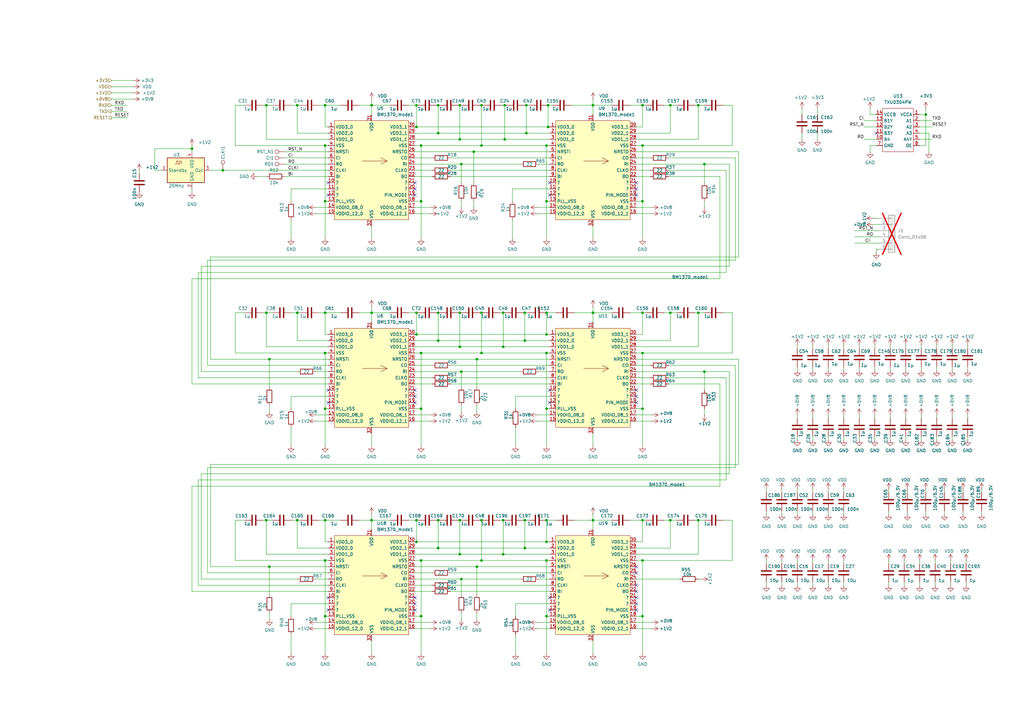
<source format=kicad_sch>
(kicad_sch
	(version 20231120)
	(generator "eeschema")
	(generator_version "8.0")
	(uuid "40795eae-28de-4986-9160-02f43c587d58")
	(paper "A3")
	(title_block
		(title "BitForgeMini")
		(date "2024-06-21")
		(rev "1.0")
		(comment 1 "Licensed under CERN-OHL-W version 2")
	)
	
	(junction
		(at 133.35 43.18)
		(diameter 0)
		(color 0 0 0 0)
		(uuid "0213ba20-4f2d-4576-b991-f5088bf8a30d")
	)
	(junction
		(at 188.595 142.24)
		(diameter 0)
		(color 0 0 0 0)
		(uuid "05dd696b-d29c-4b28-83ce-c4bb31803717")
	)
	(junction
		(at 274.955 213.36)
		(diameter 0)
		(color 0 0 0 0)
		(uuid "0ad402af-52a9-409c-8f1f-684c7b5f0c8b")
	)
	(junction
		(at 224.155 222.25)
		(diameter 0)
		(color 0 0 0 0)
		(uuid "11cc3290-4d82-48bf-800d-a876f52aea79")
	)
	(junction
		(at 121.92 43.18)
		(diameter 0)
		(color 0 0 0 0)
		(uuid "1563955e-c408-456a-aa1d-62f9e77f5f09")
	)
	(junction
		(at 91.44 69.85)
		(diameter 0)
		(color 0 0 0 0)
		(uuid "1b05de0d-a982-447c-877c-39135efd3304")
	)
	(junction
		(at 188.595 213.36)
		(diameter 0)
		(color 0 0 0 0)
		(uuid "1be037c0-d5e3-4973-b368-44b0002988b9")
	)
	(junction
		(at 215.265 139.7)
		(diameter 0)
		(color 0 0 0 0)
		(uuid "26a499bf-a5d7-40ed-b71c-35cec1a65f0a")
	)
	(junction
		(at 152.4 213.36)
		(diameter 0)
		(color 0 0 0 0)
		(uuid "281fbc6d-bfa9-4577-a864-98b1d65dca4b")
	)
	(junction
		(at 121.92 213.36)
		(diameter 0)
		(color 0 0 0 0)
		(uuid "2e084a2f-fd32-443c-bb3b-5ac1c900728f")
	)
	(junction
		(at 179.705 224.79)
		(diameter 0)
		(color 0 0 0 0)
		(uuid "2f194038-f7b3-4e7a-bf48-e15eb32cdb84")
	)
	(junction
		(at 286.385 213.36)
		(diameter 0)
		(color 0 0 0 0)
		(uuid "304d42e5-7f38-4abf-a8b6-cf988ef4f2ca")
	)
	(junction
		(at 110.49 147.32)
		(diameter 0)
		(color 0 0 0 0)
		(uuid "31ad1510-01bc-440a-9a21-80f4198d5f2a")
	)
	(junction
		(at 224.79 52.07)
		(diameter 0)
		(color 0 0 0 0)
		(uuid "3688951e-a7dd-4bd1-95fa-16f407d9c6d6")
	)
	(junction
		(at 263.525 213.36)
		(diameter 0)
		(color 0 0 0 0)
		(uuid "37e83199-afa6-47da-a384-b8b148d0ca4c")
	)
	(junction
		(at 286.385 43.18)
		(diameter 0)
		(color 0 0 0 0)
		(uuid "38ecf642-9cbd-4133-a6b2-7b7652ecdbd9")
	)
	(junction
		(at 197.485 59.69)
		(diameter 0)
		(color 0 0 0 0)
		(uuid "3b214b90-7dea-4203-82aa-71597f54a6cc")
	)
	(junction
		(at 179.705 54.61)
		(diameter 0)
		(color 0 0 0 0)
		(uuid "41333e53-960f-4805-9100-d0ec173acb6a")
	)
	(junction
		(at 109.22 43.18)
		(diameter 0)
		(color 0 0 0 0)
		(uuid "41825b12-4b94-4041-835c-cc60268350c1")
	)
	(junction
		(at 263.525 59.69)
		(diameter 0)
		(color 0 0 0 0)
		(uuid "43714a83-d05f-4fc9-b259-f2016dbdf7f6")
	)
	(junction
		(at 188.595 128.27)
		(diameter 0)
		(color 0 0 0 0)
		(uuid "449fae29-2df7-425a-9f35-1a70137806c9")
	)
	(junction
		(at 170.815 137.16)
		(diameter 0)
		(color 0 0 0 0)
		(uuid "44c53e75-eda7-4513-bd12-5e774be86ade")
	)
	(junction
		(at 206.375 128.27)
		(diameter 0)
		(color 0 0 0 0)
		(uuid "4542341e-d6a3-4288-972a-463391c9b487")
	)
	(junction
		(at 133.35 252.73)
		(diameter 0)
		(color 0 0 0 0)
		(uuid "48e4f482-4684-4324-ab77-88715413e111")
	)
	(junction
		(at 170.815 128.27)
		(diameter 0)
		(color 0 0 0 0)
		(uuid "496871f2-dddc-43dc-bd49-9cefa4628ac6")
	)
	(junction
		(at 152.4 43.18)
		(diameter 0)
		(color 0 0 0 0)
		(uuid "49ba738d-2cf2-45b1-9fb5-ac59a6e8393d")
	)
	(junction
		(at 121.92 128.27)
		(diameter 0)
		(color 0 0 0 0)
		(uuid "4c5e6461-aa56-47de-b0cc-90536b54ed2f")
	)
	(junction
		(at 206.375 227.33)
		(diameter 0)
		(color 0 0 0 0)
		(uuid "4dfa9c23-4095-449c-a790-afac7fdaaec6")
	)
	(junction
		(at 224.79 43.18)
		(diameter 0)
		(color 0 0 0 0)
		(uuid "4ea656bf-4c09-409e-ba41-fe75db8ffbe2")
	)
	(junction
		(at 286.385 128.27)
		(diameter 0)
		(color 0 0 0 0)
		(uuid "4f4cebd5-5e52-4679-ae6b-8997ade1fb01")
	)
	(junction
		(at 188.595 43.18)
		(diameter 0)
		(color 0 0 0 0)
		(uuid "5612de7c-529e-458c-b051-28fd9d67e2bf")
	)
	(junction
		(at 263.525 252.73)
		(diameter 0)
		(color 0 0 0 0)
		(uuid "59ac676e-0e38-4363-8e89-8f27163600fc")
	)
	(junction
		(at 197.485 229.87)
		(diameter 0)
		(color 0 0 0 0)
		(uuid "5a02594a-76da-48a1-a326-df777df6d3b6")
	)
	(junction
		(at 224.155 252.73)
		(diameter 0)
		(color 0 0 0 0)
		(uuid "5b1c10b1-e583-40ac-aaa1-fdfbe0d5aa02")
	)
	(junction
		(at 133.35 167.64)
		(diameter 0)
		(color 0 0 0 0)
		(uuid "5b31b734-5bb8-4664-aa44-6febac2bf131")
	)
	(junction
		(at 172.72 59.69)
		(diameter 0)
		(color 0 0 0 0)
		(uuid "646ad343-5419-429d-8001-9add541a2d87")
	)
	(junction
		(at 243.205 213.36)
		(diameter 0)
		(color 0 0 0 0)
		(uuid "6a78e329-0099-4633-bc1f-5d5b23dd71e5")
	)
	(junction
		(at 215.9 43.18)
		(diameter 0)
		(color 0 0 0 0)
		(uuid "6d576bb1-8ee7-4b99-8f90-73af0835d96a")
	)
	(junction
		(at 170.815 222.25)
		(diameter 0)
		(color 0 0 0 0)
		(uuid "74006c20-6100-4c17-8e3d-25db209fca82")
	)
	(junction
		(at 152.4 128.27)
		(diameter 0)
		(color 0 0 0 0)
		(uuid "74fb9fd0-f021-44ad-b7f2-a351ecdfc4e9")
	)
	(junction
		(at 288.925 152.4)
		(diameter 0)
		(color 0 0 0 0)
		(uuid "766d56ba-e021-4816-a635-63a7211df5bf")
	)
	(junction
		(at 207.01 43.18)
		(diameter 0)
		(color 0 0 0 0)
		(uuid "7d9b5e50-75bb-4293-86e3-fecd93826129")
	)
	(junction
		(at 263.525 82.55)
		(diameter 0)
		(color 0 0 0 0)
		(uuid "7dc94230-abb1-463c-9a2c-b62386cd5bd9")
	)
	(junction
		(at 288.925 67.31)
		(diameter 0)
		(color 0 0 0 0)
		(uuid "7f1fffd8-f5b5-4d84-96ec-22f0f1a8c35a")
	)
	(junction
		(at 170.815 43.18)
		(diameter 0)
		(color 0 0 0 0)
		(uuid "7f245282-688d-4785-a58a-b4c3d9015007")
	)
	(junction
		(at 263.525 43.18)
		(diameter 0)
		(color 0 0 0 0)
		(uuid "7fca9b8d-1ea3-4160-b3ca-d085132f12e8")
	)
	(junction
		(at 195.58 232.41)
		(diameter 0)
		(color 0 0 0 0)
		(uuid "80eee0bd-7515-43bc-ac15-a0300c841456")
	)
	(junction
		(at 263.525 167.64)
		(diameter 0)
		(color 0 0 0 0)
		(uuid "83cc2dbf-db49-4dce-9ff7-87ad83344657")
	)
	(junction
		(at 133.35 144.78)
		(diameter 0)
		(color 0 0 0 0)
		(uuid "848bf3d4-e6f9-46ba-862e-8b97d958b915")
	)
	(junction
		(at 133.35 213.36)
		(diameter 0)
		(color 0 0 0 0)
		(uuid "89b21914-b713-49ad-aade-e6909cac5172")
	)
	(junction
		(at 215.265 224.79)
		(diameter 0)
		(color 0 0 0 0)
		(uuid "91bff361-389e-49e8-a23b-0c9989423f3f")
	)
	(junction
		(at 110.49 232.41)
		(diameter 0)
		(color 0 0 0 0)
		(uuid "975cbcc1-797d-47ad-89c4-371f02b7aa21")
	)
	(junction
		(at 224.155 229.87)
		(diameter 0)
		(color 0 0 0 0)
		(uuid "982683d1-32f9-4e4e-8d53-6f82abea7b36")
	)
	(junction
		(at 243.205 128.27)
		(diameter 0)
		(color 0 0 0 0)
		(uuid "9a16afb7-c898-4899-865a-85aef632e004")
	)
	(junction
		(at 172.72 229.87)
		(diameter 0)
		(color 0 0 0 0)
		(uuid "9a6d31da-e324-44e2-a516-f6d17f574de9")
	)
	(junction
		(at 215.265 128.27)
		(diameter 0)
		(color 0 0 0 0)
		(uuid "9afae959-d67d-4fb9-9ee5-8da297eb5260")
	)
	(junction
		(at 172.72 82.55)
		(diameter 0)
		(color 0 0 0 0)
		(uuid "a3d36387-f168-44f8-a0f3-ae2679089158")
	)
	(junction
		(at 263.525 144.78)
		(diameter 0)
		(color 0 0 0 0)
		(uuid "a403b59c-7f6b-444a-a081-bccc907375d9")
	)
	(junction
		(at 197.485 144.78)
		(diameter 0)
		(color 0 0 0 0)
		(uuid "ac38cedc-78a3-42f2-9d06-c2985c64c885")
	)
	(junction
		(at 179.705 139.7)
		(diameter 0)
		(color 0 0 0 0)
		(uuid "acf5dfd9-6d00-4b76-acd5-6ff1aaf0ee0d")
	)
	(junction
		(at 109.22 128.27)
		(diameter 0)
		(color 0 0 0 0)
		(uuid "ae632668-bfda-47fd-8257-14473bd2bfc7")
	)
	(junction
		(at 274.955 128.27)
		(diameter 0)
		(color 0 0 0 0)
		(uuid "af832482-8ed9-4ef1-91e9-fe206840d808")
	)
	(junction
		(at 179.705 128.27)
		(diameter 0)
		(color 0 0 0 0)
		(uuid "b18e6465-e38d-4446-a908-bf6115bef071")
	)
	(junction
		(at 133.35 128.27)
		(diameter 0)
		(color 0 0 0 0)
		(uuid "b1aea186-5068-4d08-bfb6-8aedc7ae4784")
	)
	(junction
		(at 109.22 213.36)
		(diameter 0)
		(color 0 0 0 0)
		(uuid "b46a279b-1769-4059-98c6-e500fa4ee0eb")
	)
	(junction
		(at 78.74 60.96)
		(diameter 0)
		(color 0 0 0 0)
		(uuid "b918a593-1973-40ca-99b4-a689bde4280e")
	)
	(junction
		(at 197.485 128.27)
		(diameter 0)
		(color 0 0 0 0)
		(uuid "b9ea4649-5da1-4fc8-957b-d66a763d1757")
	)
	(junction
		(at 206.375 142.24)
		(diameter 0)
		(color 0 0 0 0)
		(uuid "ba6b8c34-d598-4f98-a98d-9670a428306d")
	)
	(junction
		(at 224.155 137.16)
		(diameter 0)
		(color 0 0 0 0)
		(uuid "bb8a0cc6-265b-4681-976d-d5aa256b0808")
	)
	(junction
		(at 263.525 128.27)
		(diameter 0)
		(color 0 0 0 0)
		(uuid "bcb37e5a-5a88-46ff-bcb7-65235298b5c2")
	)
	(junction
		(at 206.375 213.36)
		(diameter 0)
		(color 0 0 0 0)
		(uuid "be358c26-2488-479f-bbd8-0dd903053a29")
	)
	(junction
		(at 179.705 43.18)
		(diameter 0)
		(color 0 0 0 0)
		(uuid "bf99ea44-5de2-4eb6-ab9e-9da9e1dae330")
	)
	(junction
		(at 189.23 237.49)
		(diameter 0)
		(color 0 0 0 0)
		(uuid "c02d1616-74b4-401d-bef7-4bbf6899331c")
	)
	(junction
		(at 133.35 229.87)
		(diameter 0)
		(color 0 0 0 0)
		(uuid "c0f8080b-efab-42d0-b323-d0144b6f57f0")
	)
	(junction
		(at 172.72 144.78)
		(diameter 0)
		(color 0 0 0 0)
		(uuid "ca1cc62d-4bc3-4a02-8552-e978de6a71d8")
	)
	(junction
		(at 224.155 59.69)
		(diameter 0)
		(color 0 0 0 0)
		(uuid "cc208b29-49f3-4512-aecf-e8d07e9539e3")
	)
	(junction
		(at 195.58 147.32)
		(diameter 0)
		(color 0 0 0 0)
		(uuid "ce1cdd66-b65a-4729-8b7c-5cc9410ff7ad")
	)
	(junction
		(at 243.205 43.18)
		(diameter 0)
		(color 0 0 0 0)
		(uuid "ce940079-6f8e-401a-ba30-26bcc47aedda")
	)
	(junction
		(at 133.35 82.55)
		(diameter 0)
		(color 0 0 0 0)
		(uuid "d14cec09-bb42-4e06-abc7-7e18619830de")
	)
	(junction
		(at 224.155 213.36)
		(diameter 0)
		(color 0 0 0 0)
		(uuid "d15caa2b-99e2-4690-82eb-cf077a6ad350")
	)
	(junction
		(at 274.955 43.18)
		(diameter 0)
		(color 0 0 0 0)
		(uuid "d35f1015-1415-44ec-a027-32e45019bd77")
	)
	(junction
		(at 215.9 54.61)
		(diameter 0)
		(color 0 0 0 0)
		(uuid "d46f4e56-6843-4c49-8335-a5fcf3aea67f")
	)
	(junction
		(at 194.31 62.23)
		(diameter 0)
		(color 0 0 0 0)
		(uuid "d676b8af-bee1-480e-bd93-ca5675208ea7")
	)
	(junction
		(at 189.23 152.4)
		(diameter 0)
		(color 0 0 0 0)
		(uuid "d97255cd-7588-47c9-a64b-2c4acd7d3b19")
	)
	(junction
		(at 197.485 213.36)
		(diameter 0)
		(color 0 0 0 0)
		(uuid "da5081ad-c0da-4a9c-bd99-49225d47cdbe")
	)
	(junction
		(at 224.155 82.55)
		(diameter 0)
		(color 0 0 0 0)
		(uuid "decc12ed-0530-4cc4-a608-7bdd63f5370f")
	)
	(junction
		(at 207.01 57.15)
		(diameter 0)
		(color 0 0 0 0)
		(uuid "dfc19c1d-552b-42e9-8078-16b348cac9ae")
	)
	(junction
		(at 197.485 43.18)
		(diameter 0)
		(color 0 0 0 0)
		(uuid "e041cc71-5e92-4b77-8e4d-588d8792abce")
	)
	(junction
		(at 179.705 213.36)
		(diameter 0)
		(color 0 0 0 0)
		(uuid "e380bc5f-2aea-442e-aef2-e2cb6cfdfd05")
	)
	(junction
		(at 170.815 52.07)
		(diameter 0)
		(color 0 0 0 0)
		(uuid "e5af3cc2-7427-4526-bcd0-79d6df3da1cd")
	)
	(junction
		(at 189.23 67.31)
		(diameter 0)
		(color 0 0 0 0)
		(uuid "e7d5807c-bb1f-4724-93c3-06401d0f44d4")
	)
	(junction
		(at 172.72 252.73)
		(diameter 0)
		(color 0 0 0 0)
		(uuid "eb0039bd-a58b-465f-bcaf-9e46743acc33")
	)
	(junction
		(at 224.155 167.64)
		(diameter 0)
		(color 0 0 0 0)
		(uuid "ec46dd1c-c440-46a6-aaba-37a31a12559e")
	)
	(junction
		(at 224.155 128.27)
		(diameter 0)
		(color 0 0 0 0)
		(uuid "ef5f4535-80d1-4548-8583-91ada22365a0")
	)
	(junction
		(at 263.525 229.87)
		(diameter 0)
		(color 0 0 0 0)
		(uuid "f0b03608-0b3f-4a10-8e29-e0191f5fe3e2")
	)
	(junction
		(at 379.73 46.99)
		(diameter 0)
		(color 0 0 0 0)
		(uuid "f2f36c38-a62d-42cb-8ad1-86662a2eba67")
	)
	(junction
		(at 215.265 213.36)
		(diameter 0)
		(color 0 0 0 0)
		(uuid "f324ae10-1745-4dae-986e-42222c4cc5a9")
	)
	(junction
		(at 224.155 144.78)
		(diameter 0)
		(color 0 0 0 0)
		(uuid "f3426826-333a-49eb-a8bf-2379fbdf8971")
	)
	(junction
		(at 188.595 57.15)
		(diameter 0)
		(color 0 0 0 0)
		(uuid "f586362c-c8c0-4bef-b425-57330d6bc62c")
	)
	(junction
		(at 188.595 227.33)
		(diameter 0)
		(color 0 0 0 0)
		(uuid "f8721b62-8452-40e1-9bf5-9d5f016aaf98")
	)
	(junction
		(at 133.35 59.69)
		(diameter 0)
		(color 0 0 0 0)
		(uuid "f9f52954-4dd7-4ac3-a2f9-e11126440603")
	)
	(junction
		(at 170.815 213.36)
		(diameter 0)
		(color 0 0 0 0)
		(uuid "fa177aa9-cd91-4de7-9b7a-e007872cbe56")
	)
	(junction
		(at 172.72 167.64)
		(diameter 0)
		(color 0 0 0 0)
		(uuid "fe703764-d826-4737-b575-7f95dc376c98")
	)
	(no_connect
		(at 260.985 250.19)
		(uuid "08cb803e-a792-4b86-9876-a3d69174bc45")
	)
	(no_connect
		(at 134.62 250.19)
		(uuid "1ba29d51-e2f6-4520-b975-e26febec247c")
	)
	(no_connect
		(at 260.985 234.95)
		(uuid "1f7ac884-8a9c-4b69-960a-f1f6d0406fa5")
	)
	(no_connect
		(at 260.985 165.1)
		(uuid "20524c04-cd2a-4414-9290-37f570604595")
	)
	(no_connect
		(at 170.18 162.56)
		(uuid "26efe8c5-f5ff-4ffc-915f-5e7292359e37")
	)
	(no_connect
		(at 170.18 250.19)
		(uuid "2809f056-456d-4517-afa3-dde31e661d6b")
	)
	(no_connect
		(at 134.62 80.01)
		(uuid "2ed4caeb-13d4-4199-8ad0-6d33aee6c7b6")
	)
	(no_connect
		(at 225.425 80.01)
		(uuid "2f08b15a-9307-444d-b4a6-811fa9bd4dbc")
	)
	(no_connect
		(at 260.985 77.47)
		(uuid "3a10a203-6396-46d2-820d-8bcc38798aaf")
	)
	(no_connect
		(at 260.985 80.01)
		(uuid "3f6d2063-6dd5-4cf0-bc78-b59141c9672b")
	)
	(no_connect
		(at 260.985 232.41)
		(uuid "40426ad8-d1e4-47d8-a021-f76eb6d01449")
	)
	(no_connect
		(at 225.425 160.02)
		(uuid "5014b90c-9358-402e-985e-a654214ad255")
	)
	(no_connect
		(at 225.425 245.11)
		(uuid "5191083e-5d9a-4797-ab27-5aebd5e4cff9")
	)
	(no_connect
		(at 134.62 165.1)
		(uuid "54719e1b-a448-43c1-b92d-52e46d6f3d7e")
	)
	(no_connect
		(at 359.41 54.61)
		(uuid "5bc61975-3dac-480b-a0bc-898ea1871d29")
	)
	(no_connect
		(at 134.62 160.02)
		(uuid "5f754389-244d-4845-8f20-6da7dd31170b")
	)
	(no_connect
		(at 170.18 160.02)
		(uuid "799fe260-3031-4163-bf9d-66690b933cf7")
	)
	(no_connect
		(at 170.18 74.93)
		(uuid "7b264a2a-13ce-42b0-9a8d-2cc4b966b970")
	)
	(no_connect
		(at 260.985 247.65)
		(uuid "808886e6-ea65-47d0-8c52-3acf6cf78769")
	)
	(no_connect
		(at 170.18 80.01)
		(uuid "881728fb-0c24-4ae4-a3b7-7ef66cc3f649")
	)
	(no_connect
		(at 170.18 247.65)
		(uuid "8d03d47f-9f79-43af-95a7-7fdd217cd872")
	)
	(no_connect
		(at 260.985 240.03)
		(uuid "9b747e5c-9998-43d2-ae89-b9dd6092026d")
	)
	(no_connect
		(at 260.985 242.57)
		(uuid "9dc3f722-bd8f-4e2d-96bc-00dfde38c7e7")
	)
	(no_connect
		(at 170.18 245.11)
		(uuid "9e923fdb-4dfe-489b-9ab0-6a65c44aac7c")
	)
	(no_connect
		(at 225.425 165.1)
		(uuid "a74252ef-cbdd-4e48-a9a1-7022ea7b8c92")
	)
	(no_connect
		(at 170.18 77.47)
		(uuid "a826588f-7084-46f3-b591-4e9f1c23693f")
	)
	(no_connect
		(at 225.425 74.93)
		(uuid "aed53361-e641-4764-ae87-699775445b02")
	)
	(no_connect
		(at 260.985 162.56)
		(uuid "b940d3a0-3836-4e35-b7c1-68cc11830223")
	)
	(no_connect
		(at 134.62 74.93)
		(uuid "ba5d83b1-8b03-4e74-8b76-9ef9b93e6af1")
	)
	(no_connect
		(at 260.985 160.02)
		(uuid "cc310df4-2854-4468-b191-b637f29c2acb")
	)
	(no_connect
		(at 134.62 245.11)
		(uuid "d6a28c74-58ee-4275-8bd6-e5a172778076")
	)
	(no_connect
		(at 260.985 74.93)
		(uuid "dc0fa1fd-fa31-478e-acff-4ec43dbf22ed")
	)
	(no_connect
		(at 170.18 165.1)
		(uuid "dddd5f10-e374-47ce-95bf-6cf0a0ae32f4")
	)
	(no_connect
		(at 260.985 245.11)
		(uuid "ea3107b8-bab8-48b4-bd24-b1e6ae1c8812")
	)
	(no_connect
		(at 225.425 250.19)
		(uuid "fabad65f-8356-4f04-916c-61ff08089def")
	)
	(wire
		(pts
			(xy 260.985 147.32) (xy 302.895 147.32)
		)
		(stroke
			(width 0)
			(type default)
		)
		(uuid "001de9c8-208f-4b52-8871-c44dc891f4ff")
	)
	(wire
		(pts
			(xy 327.025 200.66) (xy 327.025 201.93)
		)
		(stroke
			(width 0)
			(type default)
		)
		(uuid "00467ead-f6b1-4a66-9e04-1cbcb7280584")
	)
	(wire
		(pts
			(xy 197.485 59.69) (xy 224.155 59.69)
		)
		(stroke
			(width 0)
			(type default)
		)
		(uuid "00597a49-9c2e-4153-88ec-d89c6fd27658")
	)
	(wire
		(pts
			(xy 235.585 128.27) (xy 243.205 128.27)
		)
		(stroke
			(width 0)
			(type default)
		)
		(uuid "006b4f6b-7546-4e54-b742-b37ffd9a502f")
	)
	(wire
		(pts
			(xy 301.625 149.86) (xy 274.32 149.86)
		)
		(stroke
			(width 0)
			(type default)
		)
		(uuid "00e1a1a2-00a4-4105-92a5-4c0d62956f28")
	)
	(wire
		(pts
			(xy 119.38 43.18) (xy 121.92 43.18)
		)
		(stroke
			(width 0)
			(type default)
		)
		(uuid "00eaebd9-3210-494b-8f02-9406e616cb5f")
	)
	(wire
		(pts
			(xy 301.625 191.77) (xy 301.625 149.86)
		)
		(stroke
			(width 0)
			(type default)
		)
		(uuid "00fdc67e-49eb-4ad8-82a7-350bd2b55a7e")
	)
	(wire
		(pts
			(xy 152.4 128.27) (xy 160.02 128.27)
		)
		(stroke
			(width 0)
			(type default)
		)
		(uuid "0216727c-4361-4384-9c6a-84fece7805ba")
	)
	(wire
		(pts
			(xy 260.985 139.7) (xy 274.955 139.7)
		)
		(stroke
			(width 0)
			(type default)
		)
		(uuid "028393fc-b95e-40d1-b4e7-4377fd6ca6fa")
	)
	(wire
		(pts
			(xy 260.985 54.61) (xy 274.955 54.61)
		)
		(stroke
			(width 0)
			(type default)
		)
		(uuid "038c3cee-adf3-476d-8023-45d4c2fc495a")
	)
	(wire
		(pts
			(xy 170.815 128.27) (xy 171.45 128.27)
		)
		(stroke
			(width 0)
			(type default)
		)
		(uuid "03a5e923-3829-4749-b203-ebef2d1a62d4")
	)
	(wire
		(pts
			(xy 371.475 150.495) (xy 371.475 151.765)
		)
		(stroke
			(width 0)
			(type default)
		)
		(uuid "03ca11c1-d490-4fbb-8947-b0fe1e220272")
	)
	(wire
		(pts
			(xy 170.18 52.07) (xy 170.815 52.07)
		)
		(stroke
			(width 0)
			(type default)
		)
		(uuid "03d21a1d-b7b4-4e39-86b9-0fe205f2df50")
	)
	(wire
		(pts
			(xy 297.815 154.94) (xy 274.32 154.94)
		)
		(stroke
			(width 0)
			(type default)
		)
		(uuid "03f07435-a383-4e9d-b110-f536b0c0ac36")
	)
	(wire
		(pts
			(xy 299.085 152.4) (xy 299.085 194.31)
		)
		(stroke
			(width 0)
			(type default)
		)
		(uuid "03f35f5c-a817-432e-9a65-f662de71b5fa")
	)
	(wire
		(pts
			(xy 81.28 111.76) (xy 297.815 111.76)
		)
		(stroke
			(width 0)
			(type default)
		)
		(uuid "042e2c10-b66c-4e35-819b-564795bccdf4")
	)
	(wire
		(pts
			(xy 195.58 147.32) (xy 225.425 147.32)
		)
		(stroke
			(width 0)
			(type default)
		)
		(uuid "04353256-a1ec-40dd-955b-1d670e0c0e6e")
	)
	(wire
		(pts
			(xy 215.265 128.27) (xy 215.265 139.7)
		)
		(stroke
			(width 0)
			(type default)
		)
		(uuid "0484d8ca-9e47-4eff-8f7c-fe7b1b751029")
	)
	(wire
		(pts
			(xy 134.62 229.87) (xy 133.35 229.87)
		)
		(stroke
			(width 0)
			(type default)
		)
		(uuid "049cbb98-e57b-42ee-848a-f46956625e51")
	)
	(wire
		(pts
			(xy 129.54 87.63) (xy 134.62 87.63)
		)
		(stroke
			(width 0)
			(type default)
		)
		(uuid "054ac0c3-7cb7-4c9c-bfa6-053b71650e43")
	)
	(wire
		(pts
			(xy 189.23 251.46) (xy 189.23 254)
		)
		(stroke
			(width 0)
			(type default)
		)
		(uuid "05814843-2e45-4a7f-a5b7-8b982ae20ab8")
	)
	(wire
		(pts
			(xy 206.375 142.24) (xy 225.425 142.24)
		)
		(stroke
			(width 0)
			(type default)
		)
		(uuid "05e44e75-5d8a-4ee5-94cf-b2a6b4fbb162")
	)
	(wire
		(pts
			(xy 215.265 43.18) (xy 215.9 43.18)
		)
		(stroke
			(width 0)
			(type default)
		)
		(uuid "0633a544-3b19-4157-9443-36bd7ab13c0f")
	)
	(wire
		(pts
			(xy 116.84 72.39) (xy 134.62 72.39)
		)
		(stroke
			(width 0)
			(type default)
		)
		(uuid "079b2c08-0305-4d77-b072-bd1641364a6a")
	)
	(wire
		(pts
			(xy 286.385 227.33) (xy 286.385 213.36)
		)
		(stroke
			(width 0)
			(type default)
		)
		(uuid "07edd6c8-02d0-49c8-8bd5-cfaa57cfdd25")
	)
	(wire
		(pts
			(xy 78.74 114.3) (xy 78.74 157.48)
		)
		(stroke
			(width 0)
			(type default)
		)
		(uuid "08c90e40-9a2b-4a76-80f5-7716aad350f7")
	)
	(wire
		(pts
			(xy 211.455 175.26) (xy 211.455 182.88)
		)
		(stroke
			(width 0)
			(type default)
		)
		(uuid "08d5de39-629c-4f9a-b078-0b6eea89adfd")
	)
	(wire
		(pts
			(xy 172.72 59.69) (xy 197.485 59.69)
		)
		(stroke
			(width 0)
			(type default)
		)
		(uuid "091d8798-68c1-4601-8b93-f85d00d5a317")
	)
	(wire
		(pts
			(xy 274.32 157.48) (xy 295.275 157.48)
		)
		(stroke
			(width 0)
			(type default)
		)
		(uuid "098fb161-0a20-4719-aa11-6d8b56c23944")
	)
	(wire
		(pts
			(xy 274.955 139.7) (xy 274.955 128.27)
		)
		(stroke
			(width 0)
			(type default)
		)
		(uuid "09b2a67c-25f4-4027-ab38-0619ba2d6729")
	)
	(wire
		(pts
			(xy 211.455 162.56) (xy 225.425 162.56)
		)
		(stroke
			(width 0)
			(type default)
		)
		(uuid "0a446112-1ee3-413c-804b-22eae4e1937c")
	)
	(wire
		(pts
			(xy 152.4 177.8) (xy 152.4 182.88)
		)
		(stroke
			(width 0)
			(type default)
		)
		(uuid "0a5085da-8db9-44d4-8b02-e887e0617e7c")
	)
	(wire
		(pts
			(xy 170.815 137.16) (xy 224.155 137.16)
		)
		(stroke
			(width 0)
			(type default)
		)
		(uuid "0b5e7563-dab4-4623-8bfd-3508706e4976")
	)
	(wire
		(pts
			(xy 333.375 150.495) (xy 333.375 151.765)
		)
		(stroke
			(width 0)
			(type default)
		)
		(uuid "0c32b043-19bb-4a8e-9458-5f1860f570df")
	)
	(wire
		(pts
			(xy 195.58 147.32) (xy 195.58 158.75)
		)
		(stroke
			(width 0)
			(type default)
		)
		(uuid "0caa3c8f-a014-45b0-a58f-9abc89ec95ec")
	)
	(wire
		(pts
			(xy 110.49 232.41) (xy 110.49 243.84)
		)
		(stroke
			(width 0)
			(type default)
		)
		(uuid "0cd49cf3-5828-47b8-9be7-30c5f331b6db")
	)
	(wire
		(pts
			(xy 300.355 43.18) (xy 296.545 43.18)
		)
		(stroke
			(width 0)
			(type default)
		)
		(uuid "0cec562a-45d8-4a1b-80cb-2e5f0215b196")
	)
	(wire
		(pts
			(xy 243.205 128.27) (xy 243.205 132.08)
		)
		(stroke
			(width 0)
			(type default)
		)
		(uuid "0d29d302-0bcd-493e-b8d2-95ac9c917061")
	)
	(wire
		(pts
			(xy 152.4 43.18) (xy 152.4 46.99)
		)
		(stroke
			(width 0)
			(type default)
		)
		(uuid "0e275251-73c3-4051-8863-6322d6f98c5c")
	)
	(wire
		(pts
			(xy 211.455 260.35) (xy 211.455 267.97)
		)
		(stroke
			(width 0)
			(type default)
		)
		(uuid "0e502572-d166-4dec-ac21-698c896bd57e")
	)
	(wire
		(pts
			(xy 402.59 200.66) (xy 402.59 201.93)
		)
		(stroke
			(width 0)
			(type default)
		)
		(uuid "0e72087d-e570-436a-b482-0b452417682f")
	)
	(wire
		(pts
			(xy 206.375 128.27) (xy 207.01 128.27)
		)
		(stroke
			(width 0)
			(type default)
		)
		(uuid "0eb0044c-6e54-40bf-a6e5-3173f4487d8b")
	)
	(wire
		(pts
			(xy 314.325 229.87) (xy 314.325 231.14)
		)
		(stroke
			(width 0)
			(type default)
		)
		(uuid "103aafd9-5849-44ab-812e-a357d3409abd")
	)
	(wire
		(pts
			(xy 119.38 260.35) (xy 119.38 267.97)
		)
		(stroke
			(width 0)
			(type default)
		)
		(uuid "1047233f-91f8-428c-b3be-51700fe086d9")
	)
	(wire
		(pts
			(xy 383.54 238.76) (xy 383.54 240.03)
		)
		(stroke
			(width 0)
			(type default)
		)
		(uuid "10adf2e5-e2b8-498d-9199-4cff2040e59c")
	)
	(wire
		(pts
			(xy 170.18 224.79) (xy 179.705 224.79)
		)
		(stroke
			(width 0)
			(type default)
		)
		(uuid "12b1c4eb-2ddc-4f92-8d0e-d115f81e5fb2")
	)
	(wire
		(pts
			(xy 133.35 128.27) (xy 133.35 137.16)
		)
		(stroke
			(width 0)
			(type default)
		)
		(uuid "12f986e1-b9aa-4022-962a-e0eebee0a293")
	)
	(wire
		(pts
			(xy 260.985 157.48) (xy 266.7 157.48)
		)
		(stroke
			(width 0)
			(type default)
		)
		(uuid "13093e1b-9506-47fb-9586-f2bc6467c0eb")
	)
	(wire
		(pts
			(xy 335.28 54.61) (xy 335.28 57.15)
		)
		(stroke
			(width 0)
			(type default)
		)
		(uuid "1318b5a4-9690-479b-b3f1-9bb3309de9df")
	)
	(wire
		(pts
			(xy 205.74 43.18) (xy 207.01 43.18)
		)
		(stroke
			(width 0)
			(type default)
		)
		(uuid "13211b9f-c7e9-45d5-81b7-c086c9d482af")
	)
	(wire
		(pts
			(xy 81.28 196.85) (xy 297.815 196.85)
		)
		(stroke
			(width 0)
			(type default)
		)
		(uuid "13826592-71c9-4fc0-aa96-d18301c9b6c8")
	)
	(wire
		(pts
			(xy 243.205 43.18) (xy 250.825 43.18)
		)
		(stroke
			(width 0)
			(type default)
		)
		(uuid "13c0fb02-291f-422a-ad87-e6345a1adeb3")
	)
	(wire
		(pts
			(xy 78.74 242.57) (xy 134.62 242.57)
		)
		(stroke
			(width 0)
			(type default)
		)
		(uuid "14a78db2-57b8-4bc7-a255-92b84001707f")
	)
	(wire
		(pts
			(xy 147.32 43.18) (xy 152.4 43.18)
		)
		(stroke
			(width 0)
			(type default)
		)
		(uuid "14c35194-18de-46bc-95c4-f211ab37a03c")
	)
	(wire
		(pts
			(xy 377.825 150.495) (xy 377.825 151.765)
		)
		(stroke
			(width 0)
			(type solid)
		)
		(uuid "15725bae-45c5-464f-b157-f1d41bd1909c")
	)
	(wire
		(pts
			(xy 365.125 141.605) (xy 365.125 142.875)
		)
		(stroke
			(width 0)
			(type default)
		)
		(uuid "158c5413-5249-4ab0-8207-d1495cb2cad2")
	)
	(wire
		(pts
			(xy 263.525 144.78) (xy 263.525 167.64)
		)
		(stroke
			(width 0)
			(type default)
		)
		(uuid "16c98e10-79b3-4860-a94d-622f81bf5f85")
	)
	(wire
		(pts
			(xy 387.35 200.66) (xy 387.35 201.93)
		)
		(stroke
			(width 0)
			(type default)
		)
		(uuid "17158a46-46ac-4823-a533-07cd4cc1f439")
	)
	(wire
		(pts
			(xy 339.725 142.875) (xy 339.725 141.605)
		)
		(stroke
			(width 0)
			(type solid)
		)
		(uuid "171d7a07-d34b-499e-9f7c-5d6f478ef778")
	)
	(wire
		(pts
			(xy 333.375 238.76) (xy 333.375 240.03)
		)
		(stroke
			(width 0)
			(type default)
		)
		(uuid "173c0720-4910-4fed-b744-3d733a864664")
	)
	(wire
		(pts
			(xy 224.155 167.64) (xy 225.425 167.64)
		)
		(stroke
			(width 0)
			(type default)
		)
		(uuid "178016c2-b7a2-4c86-a6bd-c6ca24d4c350")
	)
	(wire
		(pts
			(xy 384.175 142.875) (xy 384.175 141.605)
		)
		(stroke
			(width 0)
			(type solid)
		)
		(uuid "19e6fa2a-2269-49b0-a678-041e5ce94ca7")
	)
	(wire
		(pts
			(xy 45.72 43.18) (xy 52.07 43.18)
		)
		(stroke
			(width 0)
			(type default)
		)
		(uuid "1a1ef666-c4fa-4809-9125-06b1e15801aa")
	)
	(wire
		(pts
			(xy 188.595 142.24) (xy 188.595 128.27)
		)
		(stroke
			(width 0)
			(type default)
		)
		(uuid "1a6cca00-8739-438d-b643-67f960f0032b")
	)
	(wire
		(pts
			(xy 129.54 257.81) (xy 134.62 257.81)
		)
		(stroke
			(width 0)
			(type default)
		)
		(uuid "1a9b532f-095d-4af7-94df-af00cab46dd4")
	)
	(wire
		(pts
			(xy 243.205 128.27) (xy 250.825 128.27)
		)
		(stroke
			(width 0)
			(type default)
		)
		(uuid "1b3605e3-0421-4cd6-a56e-c3c4506989f6")
	)
	(wire
		(pts
			(xy 243.205 262.89) (xy 243.205 267.97)
		)
		(stroke
			(width 0)
			(type default)
		)
		(uuid "1b50866c-fbf3-4f43-8ca9-6f6eb0d14801")
	)
	(wire
		(pts
			(xy 167.64 128.27) (xy 170.815 128.27)
		)
		(stroke
			(width 0)
			(type default)
		)
		(uuid "1b79f33d-bc9e-4249-a729-9d4bc0cdfa16")
	)
	(wire
		(pts
			(xy 119.38 213.36) (xy 121.92 213.36)
		)
		(stroke
			(width 0)
			(type default)
		)
		(uuid "1b81d70a-27dc-4b07-8396-6766709b8d33")
	)
	(wire
		(pts
			(xy 286.385 213.36) (xy 288.925 213.36)
		)
		(stroke
			(width 0)
			(type default)
		)
		(uuid "1b959dfa-cb4a-4b3b-91eb-f6937b6e8c95")
	)
	(wire
		(pts
			(xy 258.445 43.18) (xy 263.525 43.18)
		)
		(stroke
			(width 0)
			(type default)
		)
		(uuid "1bd731e6-c778-4d33-b02b-0c8e3e92dc42")
	)
	(wire
		(pts
			(xy 390.525 141.605) (xy 390.525 142.875)
		)
		(stroke
			(width 0)
			(type default)
		)
		(uuid "1cda68d5-e654-476c-87dc-ef7dff4287e3")
	)
	(wire
		(pts
			(xy 167.64 213.36) (xy 170.815 213.36)
		)
		(stroke
			(width 0)
			(type default)
		)
		(uuid "1d5a7550-ebce-4613-9d59-33be908c5148")
	)
	(wire
		(pts
			(xy 119.38 162.56) (xy 119.38 167.64)
		)
		(stroke
			(width 0)
			(type default)
		)
		(uuid "1d604438-cb0b-4e4a-b4f2-64df43bccc1b")
	)
	(wire
		(pts
			(xy 179.07 128.27) (xy 179.705 128.27)
		)
		(stroke
			(width 0)
			(type default)
		)
		(uuid "1da747c4-ff13-4b22-ac78-9fe3a76f0b73")
	)
	(wire
		(pts
			(xy 286.385 128.27) (xy 288.925 128.27)
		)
		(stroke
			(width 0)
			(type default)
		)
		(uuid "1ee52f59-a898-4e74-acc1-daad179855fa")
	)
	(wire
		(pts
			(xy 82.55 194.31) (xy 82.55 237.49)
		)
		(stroke
			(width 0)
			(type default)
		)
		(uuid "1fc3f0ca-efb1-4607-89b2-2a34d1d2be6e")
	)
	(wire
		(pts
			(xy 78.74 60.96) (xy 63.5 60.96)
		)
		(stroke
			(width 0)
			(type default)
		)
		(uuid "1fce1176-3056-4b9b-a8e1-4161efeeb43a")
	)
	(wire
		(pts
			(xy 260.985 237.49) (xy 278.765 237.49)
		)
		(stroke
			(width 0)
			(type default)
		)
		(uuid "200195fe-8319-4711-bb20-7520c4c46160")
	)
	(wire
		(pts
			(xy 272.415 43.18) (xy 274.955 43.18)
		)
		(stroke
			(width 0)
			(type default)
		)
		(uuid "202df21c-79f9-4f7c-9958-69bb0ceeaed5")
	)
	(wire
		(pts
			(xy 352.425 150.495) (xy 352.425 151.765)
		)
		(stroke
			(width 0)
			(type default)
		)
		(uuid "205bbb0f-a918-4a3a-80a3-119845251e53")
	)
	(wire
		(pts
			(xy 81.28 154.94) (xy 134.62 154.94)
		)
		(stroke
			(width 0)
			(type default)
		)
		(uuid "2066ad6e-5f53-41da-8a52-23a9a0ae450f")
	)
	(wire
		(pts
			(xy 184.785 154.94) (xy 225.425 154.94)
		)
		(stroke
			(width 0)
			(type default)
		)
		(uuid "2139e9ff-4512-4075-84c2-34b5a5f73efa")
	)
	(wire
		(pts
			(xy 197.485 128.27) (xy 196.85 128.27)
		)
		(stroke
			(width 0)
			(type default)
		)
		(uuid "21ac37bc-9f54-4641-9123-9351614e5546")
	)
	(wire
		(pts
			(xy 170.18 167.64) (xy 172.72 167.64)
		)
		(stroke
			(width 0)
			(type default)
		)
		(uuid "220ae919-1a17-4f9b-9ef4-33b77459475a")
	)
	(wire
		(pts
			(xy 197.485 43.18) (xy 196.85 43.18)
		)
		(stroke
			(width 0)
			(type default)
		)
		(uuid "224df912-5d5d-4ada-a0a5-dac4e854bc61")
	)
	(wire
		(pts
			(xy 211.455 247.65) (xy 225.425 247.65)
		)
		(stroke
			(width 0)
			(type default)
		)
		(uuid "22996eec-e4bd-44aa-a226-1b50d6579032")
	)
	(wire
		(pts
			(xy 109.22 227.33) (xy 109.22 213.36)
		)
		(stroke
			(width 0)
			(type default)
		)
		(uuid "233378f4-66e8-4a98-ba6c-d455f63fe791")
	)
	(wire
		(pts
			(xy 129.54 85.09) (xy 134.62 85.09)
		)
		(stroke
			(width 0)
			(type default)
		)
		(uuid "23a0b3ce-8f0e-434a-aa34-aed3e54d5126")
	)
	(wire
		(pts
			(xy 189.23 237.49) (xy 213.36 237.49)
		)
		(stroke
			(width 0)
			(type default)
		)
		(uuid "23e4d1ce-00a9-47c2-bdd7-0d71796197d9")
	)
	(wire
		(pts
			(xy 188.595 43.18) (xy 189.23 43.18)
		)
		(stroke
			(width 0)
			(type default)
		)
		(uuid "23f4a9f6-c6eb-4f73-b478-2ef5d5f17781")
	)
	(wire
		(pts
			(xy 45.72 45.72) (xy 52.07 45.72)
		)
		(stroke
			(width 0)
			(type default)
		)
		(uuid "2455f438-2b10-48d9-ac7e-a4b845d16210")
	)
	(wire
		(pts
			(xy 365.125 150.495) (xy 365.125 151.765)
		)
		(stroke
			(width 0)
			(type default)
		)
		(uuid "252fd4a7-0a73-4d0f-8989-c694aead3156")
	)
	(wire
		(pts
			(xy 170.18 240.03) (xy 177.165 240.03)
		)
		(stroke
			(width 0)
			(type default)
		)
		(uuid "25d09bc4-43d3-4904-b1dc-069a971feb6e")
	)
	(wire
		(pts
			(xy 133.35 213.36) (xy 133.35 222.25)
		)
		(stroke
			(width 0)
			(type default)
		)
		(uuid "2635a32e-77dc-4a36-8e71-cd0700a66f16")
	)
	(wire
		(pts
			(xy 179.705 43.18) (xy 180.34 43.18)
		)
		(stroke
			(width 0)
			(type default)
		)
		(uuid "266a2cb8-9958-47dd-9daa-49da3666aacb")
	)
	(wire
		(pts
			(xy 187.96 213.36) (xy 188.595 213.36)
		)
		(stroke
			(width 0)
			(type default)
		)
		(uuid "27024215-8ee9-47e1-ad99-b25528be086d")
	)
	(wire
		(pts
			(xy 243.205 40.64) (xy 243.205 43.18)
		)
		(stroke
			(width 0)
			(type default)
		)
		(uuid "2768c194-c040-4df9-9996-135bef112075")
	)
	(wire
		(pts
			(xy 379.73 44.45) (xy 379.73 46.99)
		)
		(stroke
			(width 0)
			(type default)
		)
		(uuid "28309846-209b-413a-be3d-a057291cdb20")
	)
	(wire
		(pts
			(xy 121.92 224.79) (xy 134.62 224.79)
		)
		(stroke
			(width 0)
			(type default)
		)
		(uuid "286aa5a4-8459-4479-9841-d0b35d121591")
	)
	(wire
		(pts
			(xy 116.84 62.23) (xy 134.62 62.23)
		)
		(stroke
			(width 0)
			(type default)
		)
		(uuid "28a72cf5-0a2a-490e-8a4a-e57318f9a0fa")
	)
	(wire
		(pts
			(xy 78.74 77.47) (xy 78.74 78.74)
		)
		(stroke
			(width 0)
			(type default)
		)
		(uuid "28f9f03c-e0d7-461d-8aa7-983a59e7b0b0")
	)
	(wire
		(pts
			(xy 81.28 240.03) (xy 81.28 196.85)
		)
		(stroke
			(width 0)
			(type default)
		)
		(uuid "294c1233-a13e-45c5-b4cd-ce640b052296")
	)
	(wire
		(pts
			(xy 129.54 172.72) (xy 134.62 172.72)
		)
		(stroke
			(width 0)
			(type default)
		)
		(uuid "2a0bd5df-7c77-4986-9596-c198dd98f360")
	)
	(wire
		(pts
			(xy 274.955 213.36) (xy 277.495 213.36)
		)
		(stroke
			(width 0)
			(type default)
		)
		(uuid "2bc9c013-991a-4516-8692-68fcd34fe2db")
	)
	(wire
		(pts
			(xy 133.35 137.16) (xy 134.62 137.16)
		)
		(stroke
			(width 0)
			(type default)
		)
		(uuid "2c3075db-c3a0-4466-9c21-c937cd0f3e34")
	)
	(wire
		(pts
			(xy 194.31 62.23) (xy 225.425 62.23)
		)
		(stroke
			(width 0)
			(type default)
		)
		(uuid "2ca32895-6f8a-4bfe-b099-f4384505d078")
	)
	(wire
		(pts
			(xy 179.705 139.7) (xy 179.705 128.27)
		)
		(stroke
			(width 0)
			(type default)
		)
		(uuid "2cb57c6c-b44f-42e0-8b4f-61bb5de9680e")
	)
	(wire
		(pts
			(xy 260.985 52.07) (xy 263.525 52.07)
		)
		(stroke
			(width 0)
			(type default)
		)
		(uuid "2d0f8284-ebdf-4a94-9dec-64cfb3ed4f7b")
	)
	(wire
		(pts
			(xy 195.58 251.46) (xy 195.58 254)
		)
		(stroke
			(width 0)
			(type default)
		)
		(uuid "2d56ebb3-1d58-4ce0-a204-5e88f1f8e064")
	)
	(wire
		(pts
			(xy 215.265 213.36) (xy 215.265 224.79)
		)
		(stroke
			(width 0)
			(type default)
		)
		(uuid "2de502d5-cea3-4950-b2f8-fa167cf061c9")
	)
	(wire
		(pts
			(xy 86.36 147.32) (xy 110.49 147.32)
		)
		(stroke
			(width 0)
			(type default)
		)
		(uuid "2e8a89b6-59c4-48aa-9d42-912c3b6ee1cd")
	)
	(wire
		(pts
			(xy 358.775 150.495) (xy 358.775 151.765)
		)
		(stroke
			(width 0)
			(type solid)
		)
		(uuid "2e94bf8b-dbf1-47bf-b0fa-d4e3f755ee94")
	)
	(wire
		(pts
			(xy 286.385 57.15) (xy 286.385 43.18)
		)
		(stroke
			(width 0)
			(type default)
		)
		(uuid "2eb03e56-f32e-4dac-9f89-be663b02f4c1")
	)
	(wire
		(pts
			(xy 184.785 149.86) (xy 225.425 149.86)
		)
		(stroke
			(width 0)
			(type default)
		)
		(uuid "2ed33ba3-ac57-48cc-a9d2-b084b1e9c0fa")
	)
	(wire
		(pts
			(xy 179.705 54.61) (xy 215.9 54.61)
		)
		(stroke
			(width 0)
			(type default)
		)
		(uuid "2edaf6ce-97dc-42af-aabf-3c108cf5beb8")
	)
	(wire
		(pts
			(xy 170.18 64.77) (xy 177.165 64.77)
		)
		(stroke
			(width 0)
			(type default)
		)
		(uuid "2f51af1e-e88f-4f93-b4d9-4673e3e7fd58")
	)
	(wire
		(pts
			(xy 189.23 82.55) (xy 189.23 85.09)
		)
		(stroke
			(width 0)
			(type default)
		)
		(uuid "2f7766f3-d84e-4e14-9df6-7c3ff20355cf")
	)
	(wire
		(pts
			(xy 211.455 162.56) (xy 211.455 167.64)
		)
		(stroke
			(width 0)
			(type default)
		)
		(uuid "2f884295-058f-46c1-a643-f95a6726eb62")
	)
	(wire
		(pts
			(xy 170.18 172.72) (xy 176.53 172.72)
		)
		(stroke
			(width 0)
			(type default)
		)
		(uuid "30a701a9-0c2f-4f9d-8450-1aa3472970bb")
	)
	(wire
		(pts
			(xy 288.925 152.4) (xy 288.925 160.02)
		)
		(stroke
			(width 0)
			(type default)
		)
		(uuid "30f8a8ad-48be-4588-b84f-9a52c8dd0a11")
	)
	(wire
		(pts
			(xy 207.01 57.15) (xy 225.425 57.15)
		)
		(stroke
			(width 0)
			(type default)
		)
		(uuid "311fd18f-83d2-47f9-8e74-68a9808ef16a")
	)
	(wire
		(pts
			(xy 82.55 237.49) (xy 121.92 237.49)
		)
		(stroke
			(width 0)
			(type default)
		)
		(uuid "315b4507-3d35-4585-ad12-b1630fe3714a")
	)
	(wire
		(pts
			(xy 358.775 170.18) (xy 358.775 171.45)
		)
		(stroke
			(width 0)
			(type default)
		)
		(uuid "3180a49d-943b-4103-aff5-7eab32949fc2")
	)
	(wire
		(pts
			(xy 263.525 59.69) (xy 300.355 59.69)
		)
		(stroke
			(width 0)
			(type default)
		)
		(uuid "325933a9-4925-430f-8cf6-9abe0d5e090a")
	)
	(wire
		(pts
			(xy 152.4 262.89) (xy 152.4 267.97)
		)
		(stroke
			(width 0)
			(type default)
		)
		(uuid "33b89d8c-5667-4661-986b-bfccacd7105b")
	)
	(wire
		(pts
			(xy 333.375 170.18) (xy 333.375 171.45)
		)
		(stroke
			(width 0)
			(type default)
		)
		(uuid "3581d4dd-acfe-46e7-8b2e-a17926cba710")
	)
	(wire
		(pts
			(xy 86.36 105.41) (xy 302.895 105.41)
		)
		(stroke
			(width 0)
			(type default)
		)
		(uuid "35b9d988-5bb9-4414-b34d-9a4f87c70381")
	)
	(wire
		(pts
			(xy 346.075 200.66) (xy 346.075 201.93)
		)
		(stroke
			(width 0)
			(type default)
		)
		(uuid "35bf8fe9-b83b-4bed-89c3-11c92fcf98f0")
	)
	(wire
		(pts
			(xy 389.89 238.76) (xy 389.89 240.03)
		)
		(stroke
			(width 0)
			(type default)
		)
		(uuid "35f8cdf5-66b7-4862-945f-a60506ef539a")
	)
	(wire
		(pts
			(xy 243.205 92.71) (xy 243.205 97.79)
		)
		(stroke
			(width 0)
			(type default)
		)
		(uuid "36cd79a1-4b7b-4bab-9a70-4ec582bdf4e2")
	)
	(wire
		(pts
			(xy 384.175 170.18) (xy 384.175 171.45)
		)
		(stroke
			(width 0)
			(type default)
		)
		(uuid "3751fd58-eeb6-4caa-aae2-2ce37575a623")
	)
	(wire
		(pts
			(xy 195.58 232.41) (xy 195.58 243.84)
		)
		(stroke
			(width 0)
			(type default)
		)
		(uuid "376ca238-2ac4-48d6-8fc5-28d709f6dfd8")
	)
	(wire
		(pts
			(xy 333.375 200.66) (xy 333.375 201.93)
		)
		(stroke
			(width 0)
			(type default)
		)
		(uuid "37c38f8b-eb9c-4dc6-9746-4d7acb53d886")
	)
	(wire
		(pts
			(xy 333.375 229.87) (xy 333.375 231.14)
		)
		(stroke
			(width 0)
			(type default)
		)
		(uuid "391d4513-7690-4a6e-a4fb-822359e2d10f")
	)
	(wire
		(pts
			(xy 184.785 64.77) (xy 225.425 64.77)
		)
		(stroke
			(width 0)
			(type default)
		)
		(uuid "39845d86-ca70-4b38-92ba-84101281b966")
	)
	(wire
		(pts
			(xy 109.22 57.15) (xy 134.62 57.15)
		)
		(stroke
			(width 0)
			(type default)
		)
		(uuid "3a241d17-0bcd-41f1-bcae-c24edd620706")
	)
	(wire
		(pts
			(xy 350.52 97.155) (xy 360.68 97.155)
		)
		(stroke
			(width 0)
			(type default)
		)
		(uuid "3a426660-8006-4ed6-94d0-0b0079d23cf0")
	)
	(wire
		(pts
			(xy 110.49 147.32) (xy 110.49 158.75)
		)
		(stroke
			(width 0)
			(type default)
		)
		(uuid "3a9d5375-9658-437e-83bd-65e0dc3eb932")
	)
	(wire
		(pts
			(xy 147.32 128.27) (xy 152.4 128.27)
		)
		(stroke
			(width 0)
			(type default)
		)
		(uuid "3ba6080c-158b-415e-b67d-ab90bff14704")
	)
	(wire
		(pts
			(xy 133.35 229.87) (xy 133.35 252.73)
		)
		(stroke
			(width 0)
			(type default)
		)
		(uuid "3bd50e64-dc5a-427f-aaa3-c558b715012a")
	)
	(wire
		(pts
			(xy 263.525 144.78) (xy 300.355 144.78)
		)
		(stroke
			(width 0)
			(type default)
		)
		(uuid "3d09e751-5669-485b-bbe7-2f4905258af0")
	)
	(wire
		(pts
			(xy 358.14 89.535) (xy 360.68 89.535)
		)
		(stroke
			(width 0)
			(type default)
		)
		(uuid "3d5fcd15-d9e1-4778-a403-6287cc22df93")
	)
	(wire
		(pts
			(xy 285.115 128.27) (xy 286.385 128.27)
		)
		(stroke
			(width 0)
			(type default)
		)
		(uuid "3d96f6ad-1e01-4e5b-aa69-a163c363b1a0")
	)
	(wire
		(pts
			(xy 188.595 57.15) (xy 207.01 57.15)
		)
		(stroke
			(width 0)
			(type default)
		)
		(uuid "3d9fba3b-260c-4a28-b243-e4c04a8d7f87")
	)
	(wire
		(pts
			(xy 396.24 238.76) (xy 396.24 240.03)
		)
		(stroke
			(width 0)
			(type default)
		)
		(uuid "3da0553a-5ca1-4807-90ee-79d4b8b9f157")
	)
	(wire
		(pts
			(xy 263.525 43.18) (xy 264.795 43.18)
		)
		(stroke
			(width 0)
			(type default)
		)
		(uuid "3e4bcf72-71e7-4c12-8ac4-b7d233521e12")
	)
	(wire
		(pts
			(xy 394.97 200.66) (xy 394.97 201.93)
		)
		(stroke
			(width 0)
			(type default)
		)
		(uuid "4014b2a5-aed1-498d-9d2d-9b687a09a5d2")
	)
	(wire
		(pts
			(xy 396.875 142.875) (xy 396.875 141.605)
		)
		(stroke
			(width 0)
			(type solid)
		)
		(uuid "42481c31-88a9-46d8-a277-6e9ad70220d0")
	)
	(wire
		(pts
			(xy 258.445 213.36) (xy 263.525 213.36)
		)
		(stroke
			(width 0)
			(type default)
		)
		(uuid "435ccdd8-ef7f-402a-b060-c612459b1f22")
	)
	(wire
		(pts
			(xy 224.155 167.64) (xy 224.155 182.88)
		)
		(stroke
			(width 0)
			(type default)
		)
		(uuid "43a528e2-dfdc-4fd5-a246-4b294d8815b7")
	)
	(wire
		(pts
			(xy 220.98 237.49) (xy 225.425 237.49)
		)
		(stroke
			(width 0)
			(type default)
		)
		(uuid "43b5acc3-30fe-4f26-a8e0-3d4e8ebc129a")
	)
	(wire
		(pts
			(xy 220.345 87.63) (xy 225.425 87.63)
		)
		(stroke
			(width 0)
			(type default)
		)
		(uuid "43b5c9d3-7fe2-4599-9044-a673b56eaff7")
	)
	(wire
		(pts
			(xy 381 62.23) (xy 381 54.61)
		)
		(stroke
			(width 0)
			(type default)
		)
		(uuid "446cd3b8-c185-420b-81f7-bfd899890244")
	)
	(wire
		(pts
			(xy 109.22 213.36) (xy 111.76 213.36)
		)
		(stroke
			(width 0)
			(type default)
		)
		(uuid "44cab8c2-3d96-4823-a49d-5cdd0b7a9833")
	)
	(wire
		(pts
			(xy 358.14 92.075) (xy 360.68 92.075)
		)
		(stroke
			(width 0)
			(type default)
		)
		(uuid "460484cb-b92c-46dc-aec9-36db578f8268")
	)
	(wire
		(pts
			(xy 358.775 179.07) (xy 358.775 180.34)
		)
		(stroke
			(width 0)
			(type default)
		)
		(uuid "46aecaa7-1696-42fc-ad8a-f43873fe4b25")
	)
	(wire
		(pts
			(xy 352.425 170.18) (xy 352.425 171.45)
		)
		(stroke
			(width 0)
			(type default)
		)
		(uuid "4742e14d-b9b7-4902-afa3-0ad936b755bd")
	)
	(wire
		(pts
			(xy 327.025 229.87) (xy 327.025 231.14)
		)
		(stroke
			(width 0)
			(type default)
		)
		(uuid "480e8ca4-8fb9-4d8a-be53-9f13b571a7a9")
	)
	(wire
		(pts
			(xy 258.445 128.27) (xy 263.525 128.27)
		)
		(stroke
			(width 0)
			(type default)
		)
		(uuid "483cfe8c-60bc-436a-a5e3-b8ff1c114e8e")
	)
	(wire
		(pts
			(xy 184.785 157.48) (xy 225.425 157.48)
		)
		(stroke
			(width 0)
			(type default)
		)
		(uuid "4883f05f-950b-4a84-88ba-63f641201cf4")
	)
	(wire
		(pts
			(xy 170.18 229.87) (xy 172.72 229.87)
		)
		(stroke
			(width 0)
			(type default)
		)
		(uuid "4a768d0e-7df1-4f50-b269-9b32d2fc3df1")
	)
	(wire
		(pts
			(xy 263.525 59.69) (xy 263.525 82.55)
		)
		(stroke
			(width 0)
			(type default)
		)
		(uuid "4aabdc52-2e72-4ac9-8795-20c44bf61928")
	)
	(wire
		(pts
			(xy 189.23 67.31) (xy 189.23 74.93)
		)
		(stroke
			(width 0)
			(type default)
		)
		(uuid "4bd3c128-0106-4415-be61-c266cb5392c4")
	)
	(wire
		(pts
			(xy 377.19 49.53) (xy 382.27 49.53)
		)
		(stroke
			(width 0)
			(type default)
		)
		(uuid "4c5c9021-2674-4444-9f21-595aceff745c")
	)
	(wire
		(pts
			(xy 133.35 252.73) (xy 133.35 267.97)
		)
		(stroke
			(width 0)
			(type default)
		)
		(uuid "4ca30201-5228-4a56-a945-5052dd28e972")
	)
	(wire
		(pts
			(xy 288.925 167.64) (xy 288.925 170.18)
		)
		(stroke
			(width 0)
			(type default)
		)
		(uuid "4cec5db0-6b55-47eb-a2fb-56e9e4404a49")
	)
	(wire
		(pts
			(xy 152.4 213.36) (xy 160.02 213.36)
		)
		(stroke
			(width 0)
			(type default)
		)
		(uuid "4d82341d-3b78-479e-8c67-5ceaf4ec4fc1")
	)
	(wire
		(pts
			(xy 396.875 179.07) (xy 396.875 180.34)
		)
		(stroke
			(width 0)
			(type default)
		)
		(uuid "4da1ac02-05a4-4d67-b9d1-35a7761b66d3")
	)
	(wire
		(pts
			(xy 372.11 209.55) (xy 372.11 210.82)
		)
		(stroke
			(width 0)
			(type default)
		)
		(uuid "4dabc9c2-c65d-43c2-83b4-d2ca22c909bc")
	)
	(wire
		(pts
			(xy 188.595 142.24) (xy 206.375 142.24)
		)
		(stroke
			(width 0)
			(type default)
		)
		(uuid "4e09135b-4203-49e8-8cca-96ebeac98d55")
	)
	(wire
		(pts
			(xy 263.525 52.07) (xy 263.525 43.18)
		)
		(stroke
			(width 0)
			(type default)
		)
		(uuid "4efa602f-8260-4788-a28f-c4819dda23f5")
	)
	(wire
		(pts
			(xy 215.9 43.18) (xy 215.9 54.61)
		)
		(stroke
			(width 0)
			(type default)
		)
		(uuid "4fa73fe5-a8e8-4457-869a-b8c4d131258a")
	)
	(wire
		(pts
			(xy 129.54 170.18) (xy 134.62 170.18)
		)
		(stroke
			(width 0)
			(type default)
		)
		(uuid "4faf627d-d11f-411a-bc80-ce2cd8c91cbc")
	)
	(wire
		(pts
			(xy 274.955 224.79) (xy 274.955 213.36)
		)
		(stroke
			(width 0)
			(type default)
		)
		(uuid "503d066c-0379-4b3a-bcbb-3e480e12bb58")
	)
	(wire
		(pts
			(xy 119.38 90.17) (xy 119.38 97.79)
		)
		(stroke
			(width 0)
			(type default)
		)
		(uuid "50ff1e6d-db14-4e07-a156-546e75d2533e")
	)
	(wire
		(pts
			(xy 365.125 170.18) (xy 365.125 171.45)
		)
		(stroke
			(width 0)
			(type default)
		)
		(uuid "5122831b-548b-4884-826e-63061f9a4f70")
	)
	(wire
		(pts
			(xy 121.92 213.36) (xy 123.19 213.36)
		)
		(stroke
			(width 0)
			(type default)
		)
		(uuid "5156956b-1168-4cf0-9d33-a519fb36e1cd")
	)
	(wire
		(pts
			(xy 119.38 77.47) (xy 119.38 82.55)
		)
		(stroke
			(width 0)
			(type default)
		)
		(uuid "515d08ea-ce04-4842-b7c4-cba7af4edbf4")
	)
	(wire
		(pts
			(xy 214.63 128.27) (xy 215.265 128.27)
		)
		(stroke
			(width 0)
			(type default)
		)
		(uuid "51e0fcbc-f5f5-4618-9de0-c41e7bdc0356")
	)
	(wire
		(pts
			(xy 364.49 229.87) (xy 364.49 231.14)
		)
		(stroke
			(width 0)
			(type default)
		)
		(uuid "51e33dd7-c36c-45e7-9b88-54d04669e490")
	)
	(wire
		(pts
			(xy 314.325 209.55) (xy 314.325 210.82)
		)
		(stroke
			(width 0)
			(type default)
		)
		(uuid "520cdb6a-a1e4-42a8-9b27-3e87c548f6dc")
	)
	(wire
		(pts
			(xy 377.19 229.87) (xy 377.19 231.14)
		)
		(stroke
			(width 0)
			(type default)
		)
		(uuid "523d31bd-d52f-411e-9a15-b9c380a797b7")
	)
	(wire
		(pts
			(xy 179.705 213.36) (xy 179.07 213.36)
		)
		(stroke
			(width 0)
			(type default)
		)
		(uuid "54b67850-0ba6-4c71-8195-cf75a8213ae0")
	)
	(wire
		(pts
			(xy 170.815 52.07) (xy 170.815 43.18)
		)
		(stroke
			(width 0)
			(type default)
		)
		(uuid "54fb4ff9-de8c-4fe4-b817-33505776edd8")
	)
	(wire
		(pts
			(xy 170.18 237.49) (xy 189.23 237.49)
		)
		(stroke
			(width 0)
			(type default)
		)
		(uuid "55088534-b9fd-449d-b238-0df07e82fda9")
	)
	(wire
		(pts
			(xy 197.485 213.36) (xy 196.85 213.36)
		)
		(stroke
			(width 0)
			(type default)
		)
		(uuid "5872453d-7200-4f43-a4a8-802e5a45f18a")
	)
	(wire
		(pts
			(xy 189.23 237.49) (xy 189.23 243.84)
		)
		(stroke
			(width 0)
			(type default)
		)
		(uuid "587555ec-0366-4222-a27f-8a0caac5a4b4")
	)
	(wire
		(pts
			(xy 260.985 72.39) (xy 266.7 72.39)
		)
		(stroke
			(width 0)
			(type default)
		)
		(uuid "587850d7-9187-41bb-9eb2-7b5466a6cd33")
	)
	(wire
		(pts
			(xy 224.79 43.18) (xy 224.79 52.07)
		)
		(stroke
			(width 0)
			(type default)
		)
		(uuid "58dfca35-cf2c-4baa-97f1-5a9571bbcbcd")
	)
	(wire
		(pts
			(xy 302.895 62.23) (xy 302.895 105.41)
		)
		(stroke
			(width 0)
			(type default)
		)
		(uuid "5a5b710f-8f3d-4c14-b543-155186d09dfd")
	)
	(wire
		(pts
			(xy 381 54.61) (xy 377.19 54.61)
		)
		(stroke
			(width 0)
			(type default)
		)
		(uuid "5a8dd232-51af-4a9e-a67a-020ae1218cd6")
	)
	(wire
		(pts
			(xy 86.36 105.41) (xy 86.36 147.32)
		)
		(stroke
			(width 0)
			(type default)
		)
		(uuid "5b27029d-b55d-4b9b-9b6c-01a67ddb6cc2")
	)
	(wire
		(pts
			(xy 301.625 106.68) (xy 301.625 64.77)
		)
		(stroke
			(width 0)
			(type default)
		)
		(uuid "5bb844b5-8d95-44df-80ba-f6dfab40473a")
	)
	(wire
		(pts
			(xy 96.52 144.78) (xy 96.52 128.27)
		)
		(stroke
			(width 0)
			(type default)
		)
		(uuid "5c537d3c-b29a-4caf-97dc-0a09a7e4398b")
	)
	(wire
		(pts
			(xy 220.345 255.27) (xy 225.425 255.27)
		)
		(stroke
			(width 0)
			(type default)
		)
		(uuid "5cacd84d-439f-422b-a744-3b9217d290e3")
	)
	(wire
		(pts
			(xy 170.18 147.32) (xy 195.58 147.32)
		)
		(stroke
			(width 0)
			(type default)
		)
		(uuid "5cc0b220-1283-4e90-8493-2211eb88b7cf")
	)
	(wire
		(pts
			(xy 172.72 144.78) (xy 197.485 144.78)
		)
		(stroke
			(width 0)
			(type default)
		)
		(uuid "5cf78ca4-e351-4c1d-aa5e-df2dcabc4a14")
	)
	(wire
		(pts
			(xy 260.985 257.81) (xy 267.335 257.81)
		)
		(stroke
			(width 0)
			(type default)
		)
		(uuid "5e92bf98-bfc3-4fce-87f5-28818cd237e3")
	)
	(wire
		(pts
			(xy 295.275 72.39) (xy 295.275 114.3)
		)
		(stroke
			(width 0)
			(type default)
		)
		(uuid "5f840cf6-4a58-4de3-839f-b86e01d79930")
	)
	(wire
		(pts
			(xy 197.485 59.69) (xy 197.485 43.18)
		)
		(stroke
			(width 0)
			(type default)
		)
		(uuid "5f9c1337-7a3a-4faf-b262-f1980da8bd2b")
	)
	(wire
		(pts
			(xy 211.455 247.65) (xy 211.455 252.73)
		)
		(stroke
			(width 0)
			(type default)
		)
		(uuid "603af091-c787-43f9-a7e2-f0474cf3b628")
	)
	(wire
		(pts
			(xy 224.155 222.25) (xy 225.425 222.25)
		)
		(stroke
			(width 0)
			(type default)
		)
		(uuid "6081527f-d205-4021-9d6f-1f7d8a60d38d")
	)
	(wire
		(pts
			(xy 119.38 77.47) (xy 134.62 77.47)
		)
		(stroke
			(width 0)
			(type default)
		)
		(uuid "60b8efe8-eb02-4005-bca1-62c6d708f1c0")
	)
	(wire
		(pts
			(xy 354.33 52.07) (xy 359.41 52.07)
		)
		(stroke
			(width 0)
			(type default)
		)
		(uuid "61d0606e-bab7-4fae-8b16-4e5d22db8495")
	)
	(wire
		(pts
			(xy 402.59 209.55) (xy 402.59 210.82)
		)
		(stroke
			(width 0)
			(type default)
		)
		(uuid "6211bd04-3b36-4546-9eac-85d7c93af6d0")
	)
	(wire
		(pts
			(xy 226.695 43.18) (xy 224.79 43.18)
		)
		(stroke
			(width 0)
			(type default)
		)
		(uuid "63fca1b5-776c-4acb-9c9a-e7516bbe6eb1")
	)
	(wire
		(pts
			(xy 109.22 142.24) (xy 134.62 142.24)
		)
		(stroke
			(width 0)
			(type default)
		)
		(uuid "640ee29c-590c-42b0-b1d3-f15beb99de43")
	)
	(wire
		(pts
			(xy 377.825 170.18) (xy 377.825 171.45)
		)
		(stroke
			(width 0)
			(type default)
		)
		(uuid "644a3d3d-cf3e-4f34-b7af-afd853ed285e")
	)
	(wire
		(pts
			(xy 333.375 141.605) (xy 333.375 142.875)
		)
		(stroke
			(width 0)
			(type default)
		)
		(uuid "646bbfa5-a253-4e82-82d0-6bddf7540838")
	)
	(wire
		(pts
			(xy 133.35 167.64) (xy 133.35 182.88)
		)
		(stroke
			(width 0)
			(type default)
		)
		(uuid "64b56d48-c4b7-40fb-a54d-37203981f79f")
	)
	(wire
		(pts
			(xy 370.84 229.87) (xy 370.84 231.14)
		)
		(stroke
			(width 0)
			(type default)
		)
		(uuid "64ece9f6-c945-4a13-99d1-e1e178a3552b")
	)
	(wire
		(pts
			(xy 300.355 144.78) (xy 300.355 128.27)
		)
		(stroke
			(width 0)
			(type default)
		)
		(uuid "65eb3fca-d58a-493e-bcd4-8100e6ccc46f")
	)
	(wire
		(pts
			(xy 107.95 128.27) (xy 109.22 128.27)
		)
		(stroke
			(width 0)
			(type default)
		)
		(uuid "66390113-8067-4b0d-b73a-be2aac29bdba")
	)
	(wire
		(pts
			(xy 85.09 191.77) (xy 301.625 191.77)
		)
		(stroke
			(width 0)
			(type default)
		)
		(uuid "67a0f873-0158-4d08-b785-022ffab275f5")
	)
	(wire
		(pts
			(xy 170.18 157.48) (xy 177.165 157.48)
		)
		(stroke
			(width 0)
			(type default)
		)
		(uuid "67df4371-916e-4a90-80d8-109ea758b60e")
	)
	(wire
		(pts
			(xy 266.7 154.94) (xy 260.985 154.94)
		)
		(stroke
			(width 0)
			(type default)
		)
		(uuid "67e1c686-3129-4471-8bea-e3386d3399cb")
	)
	(wire
		(pts
			(xy 170.18 139.7) (xy 179.705 139.7)
		)
		(stroke
			(width 0)
			(type default)
		)
		(uuid "680b42c3-0a14-4843-985f-ddddc9378b1c")
	)
	(wire
		(pts
			(xy 297.815 69.85) (xy 274.32 69.85)
		)
		(stroke
			(width 0)
			(type default)
		)
		(uuid "68867bd7-2ee2-4461-82a5-454dc81c180d")
	)
	(wire
		(pts
			(xy 327.025 238.76) (xy 327.025 240.03)
		)
		(stroke
			(width 0)
			(type default)
		)
		(uuid "695a1029-ead7-4159-90d2-e52bff6555ff")
	)
	(wire
		(pts
			(xy 390.525 170.18) (xy 390.525 171.45)
		)
		(stroke
			(width 0)
			(type default)
		)
		(uuid "69893913-cdbe-4c4c-90b4-bf5a3d6e839e")
	)
	(wire
		(pts
			(xy 288.925 82.55) (xy 288.925 85.09)
		)
		(stroke
			(width 0)
			(type default)
		)
		(uuid "699398b1-20b5-47ed-b9b2-f6153d1475fe")
	)
	(wire
		(pts
			(xy 346.075 238.76) (xy 346.075 240.03)
		)
		(stroke
			(width 0)
			(type default)
		)
		(uuid "69bbabe7-caa8-4d0b-aace-233f93091c34")
	)
	(wire
		(pts
			(xy 194.31 82.55) (xy 194.31 85.09)
		)
		(stroke
			(width 0)
			(type default)
		)
		(uuid "69c0ca96-c1df-4f5c-a4e8-56ea32bbca0c")
	)
	(wire
		(pts
			(xy 260.985 142.24) (xy 286.385 142.24)
		)
		(stroke
			(width 0)
			(type default)
		)
		(uuid "6a25706c-8f21-41bc-b555-fca4ba6f4945")
	)
	(wire
		(pts
			(xy 377.19 52.07) (xy 382.27 52.07)
		)
		(stroke
			(width 0)
			(type default)
		)
		(uuid "6a79396f-7a52-448f-8e1a-99a7e0b2fe93")
	)
	(wire
		(pts
			(xy 121.92 139.7) (xy 134.62 139.7)
		)
		(stroke
			(width 0)
			(type default)
		)
		(uuid "6a82464d-9826-4873-b309-7ac3c801b132")
	)
	(wire
		(pts
			(xy 266.7 149.86) (xy 260.985 149.86)
		)
		(stroke
			(width 0)
			(type default)
		)
		(uuid "6b668924-fc67-4ba0-a83c-9c7ba46c3122")
	)
	(wire
		(pts
			(xy 107.95 213.36) (xy 109.22 213.36)
		)
		(stroke
			(width 0)
			(type default)
		)
		(uuid "6bcdb55c-c291-4c0c-b2ac-f31f698bc420")
	)
	(wire
		(pts
			(xy 215.265 213.36) (xy 216.535 213.36)
		)
		(stroke
			(width 0)
			(type default)
		)
		(uuid "6c1e4913-6be5-4572-bf4f-84e959388f62")
	)
	(wire
		(pts
			(xy 224.155 128.27) (xy 227.965 128.27)
		)
		(stroke
			(width 0)
			(type default)
		)
		(uuid "6d1842a1-f057-4a02-85bd-d2db4b48dcc1")
	)
	(wire
		(pts
			(xy 170.18 62.23) (xy 194.31 62.23)
		)
		(stroke
			(width 0)
			(type default)
		)
		(uuid "6d27b35a-8730-4a00-bfe2-8e32e76e3ef2")
	)
	(wire
		(pts
			(xy 300.355 59.69) (xy 300.355 43.18)
		)
		(stroke
			(width 0)
			(type default)
		)
		(uuid "6ed64cb5-3113-4988-9c1e-4b3e42734547")
	)
	(wire
		(pts
			(xy 346.075 170.18) (xy 346.075 171.45)
		)
		(stroke
			(width 0)
			(type default)
		)
		(uuid "6ee462f2-8ba7-490a-a87c-1b7f7d66fe18")
	)
	(wire
		(pts
			(xy 109.22 57.15) (xy 109.22 43.18)
		)
		(stroke
			(width 0)
			(type default)
		)
		(uuid "6f437514-e9b7-4aab-b8be-7cf2f7932d84")
	)
	(wire
		(pts
			(xy 170.815 43.18) (xy 171.45 43.18)
		)
		(stroke
			(width 0)
			(type default)
		)
		(uuid "6fd7b792-59a4-40cf-95ed-d27dc5476568")
	)
	(wire
		(pts
			(xy 272.415 213.36) (xy 274.955 213.36)
		)
		(stroke
			(width 0)
			(type default)
		)
		(uuid "702a3537-2607-4019-8073-6d1ccbda389a")
	)
	(wire
		(pts
			(xy 184.785 69.85) (xy 225.425 69.85)
		)
		(stroke
			(width 0)
			(type default)
		)
		(uuid "704e0195-f025-4425-8104-97207f7c769f")
	)
	(wire
		(pts
			(xy 314.325 238.76) (xy 314.325 240.03)
		)
		(stroke
			(width 0)
			(type default)
		)
		(uuid "7064eaaa-67cd-46c4-94de-809c738a3ff3")
	)
	(wire
		(pts
			(xy 110.49 166.37) (xy 110.49 168.91)
		)
		(stroke
			(width 0)
			(type default)
		)
		(uuid "71e074b3-f42a-45d7-9f46-b4fcf0c6141f")
	)
	(wire
		(pts
			(xy 272.415 128.27) (xy 274.955 128.27)
		)
		(stroke
			(width 0)
			(type default)
		)
		(uuid "72360a3d-16f5-4c87-ae47-bce7c46bca9d")
	)
	(wire
		(pts
			(xy 320.675 229.87) (xy 320.675 231.14)
		)
		(stroke
			(width 0)
			(type default)
		)
		(uuid "725db913-a4b5-46fe-b1b3-1360a6c82d54")
	)
	(wire
		(pts
			(xy 224.155 59.69) (xy 224.155 82.55)
		)
		(stroke
			(width 0)
			(type default)
		)
		(uuid "72a64e6f-ba98-48fa-803e-ac580558a71b")
	)
	(wire
		(pts
			(xy 188.595 227.33) (xy 206.375 227.33)
		)
		(stroke
			(width 0)
			(type default)
		)
		(uuid "73d2db15-c014-45fc-a290-141d70bc0197")
	)
	(wire
		(pts
			(xy 170.18 242.57) (xy 177.165 242.57)
		)
		(stroke
			(width 0)
			(type default)
		)
		(uuid "7430f3ef-5b77-45dc-a5fd-cf939521cd40")
	)
	(wire
		(pts
			(xy 263.525 222.25) (xy 263.525 213.36)
		)
		(stroke
			(width 0)
			(type default)
		)
		(uuid "74433866-84b9-4390-9631-9c27b8ec0306")
	)
	(wire
		(pts
			(xy 129.54 255.27) (xy 134.62 255.27)
		)
		(stroke
			(width 0)
			(type default)
		)
		(uuid "75adc7c8-a2d7-42a2-a625-99c42fa9dc23")
	)
	(wire
		(pts
			(xy 377.19 59.69) (xy 379.73 59.69)
		)
		(stroke
			(width 0)
			(type default)
		)
		(uuid "75cc9cb0-7475-4937-ac7e-60d1e8005e34")
	)
	(wire
		(pts
			(xy 220.345 85.09) (xy 225.425 85.09)
		)
		(stroke
			(width 0)
			(type default)
		)
		(uuid "76c6f2a6-381d-4f41-b1a7-e434ba82b117")
	)
	(wire
		(pts
			(xy 396.24 229.87) (xy 396.24 231.14)
		)
		(stroke
			(width 0)
			(type default)
		)
		(uuid "76ef6071-451b-4032-901f-eac80170ce49")
	)
	(wire
		(pts
			(xy 85.09 106.68) (xy 301.625 106.68)
		)
		(stroke
			(width 0)
			(type default)
		)
		(uuid "76f98136-1157-4e12-90e7-7fcad012e79a")
	)
	(wire
		(pts
			(xy 170.18 152.4) (xy 189.23 152.4)
		)
		(stroke
			(width 0)
			(type default)
		)
		(uuid "7723b2c1-a16f-4c91-b991-23cd74c3110e")
	)
	(wire
		(pts
			(xy 134.62 59.69) (xy 133.35 59.69)
		)
		(stroke
			(width 0)
			(type default)
		)
		(uuid "777f5091-8eac-4006-8a11-4da2f650ab4c")
	)
	(wire
		(pts
			(xy 354.33 57.15) (xy 359.41 57.15)
		)
		(stroke
			(width 0)
			(type default)
		)
		(uuid "78cd8369-80da-454b-887e-c2b200275a64")
	)
	(wire
		(pts
			(xy 320.675 238.76) (xy 320.675 240.03)
		)
		(stroke
			(width 0)
			(type default)
		)
		(uuid "7ba3247c-e9df-4631-80e5-3336bde1b070")
	)
	(wire
		(pts
			(xy 170.18 252.73) (xy 172.72 252.73)
		)
		(stroke
			(width 0)
			(type default)
		)
		(uuid "7bce87cb-9910-4e4f-8c8c-0e31640e3cb2")
	)
	(wire
		(pts
			(xy 297.815 111.76) (xy 297.815 69.85)
		)
		(stroke
			(width 0)
			(type default)
		)
		(uuid "7bdbdb9a-525b-49c0-a2bb-13a1cb4a674b")
	)
	(wire
		(pts
			(xy 206.375 213.36) (xy 206.375 227.33)
		)
		(stroke
			(width 0)
			(type default)
		)
		(uuid "7c8d61d9-2967-410e-8a7f-aa096cc3bbec")
	)
	(wire
		(pts
			(xy 170.18 234.95) (xy 177.165 234.95)
		)
		(stroke
			(width 0)
			(type default)
		)
		(uuid "7c92bd17-13bd-4436-86ea-0795f1707e01")
	)
	(wire
		(pts
			(xy 130.81 128.27) (xy 133.35 128.27)
		)
		(stroke
			(width 0)
			(type default)
		)
		(uuid "7ccb829a-833d-4018-802c-c76852a1c104")
	)
	(wire
		(pts
			(xy 170.815 52.07) (xy 224.79 52.07)
		)
		(stroke
			(width 0)
			(type default)
		)
		(uuid "7cf7dc6d-ab96-4afe-a71a-0f95288d8d3e")
	)
	(wire
		(pts
			(xy 286.385 142.24) (xy 286.385 128.27)
		)
		(stroke
			(width 0)
			(type default)
		)
		(uuid "7cfc20d5-7f73-4d1b-94fa-f4bdb4c6f2a6")
	)
	(wire
		(pts
			(xy 170.18 67.31) (xy 189.23 67.31)
		)
		(stroke
			(width 0)
			(type default)
		)
		(uuid "7d30e876-74f1-4c97-aac3-ea8a2b370767")
	)
	(wire
		(pts
			(xy 356.87 44.45) (xy 356.87 46.99)
		)
		(stroke
			(width 0)
			(type default)
		)
		(uuid "7d32908e-1d1b-46e3-a89b-9a471517fc5b")
	)
	(wire
		(pts
			(xy 260.985 85.09) (xy 267.335 85.09)
		)
		(stroke
			(width 0)
			(type default)
		)
		(uuid "7d6725fc-8842-4e78-b7cc-2ca5dbc8e0d9")
	)
	(wire
		(pts
			(xy 78.74 60.96) (xy 78.74 62.23)
		)
		(stroke
			(width 0)
			(type default)
		)
		(uuid "7dc81444-d5c5-41d4-ab4d-4ac55f9370fd")
	)
	(wire
		(pts
			(xy 152.4 213.36) (xy 152.4 217.17)
		)
		(stroke
			(width 0)
			(type default)
		)
		(uuid "7dda6594-7236-427e-b52a-02e4684f752e")
	)
	(wire
		(pts
			(xy 197.485 229.87) (xy 197.485 213.36)
		)
		(stroke
			(width 0)
			(type default)
		)
		(uuid "7def7bcf-5050-40f7-b27d-46aac06691cc")
	)
	(wire
		(pts
			(xy 189.23 67.31) (xy 213.36 67.31)
		)
		(stroke
			(width 0)
			(type default)
		)
		(uuid "7ec1e56c-f2d6-4931-bd79-c8cf1efc772f")
	)
	(wire
		(pts
			(xy 379.73 59.69) (xy 379.73 46.99)
		)
		(stroke
			(width 0)
			(type default)
		)
		(uuid "7f0f39c0-56ca-4dce-9184-e492c0a3ffb6")
	)
	(wire
		(pts
			(xy 119.38 128.27) (xy 121.92 128.27)
		)
		(stroke
			(width 0)
			(type default)
		)
		(uuid "7f34489c-82a6-4344-a12f-6e48cdf1226c")
	)
	(wire
		(pts
			(xy 383.54 229.87) (xy 383.54 231.14)
		)
		(stroke
			(width 0)
			(type default)
		)
		(uuid "7f34532e-7b6f-45a1-834e-7292b07e3c7f")
	)
	(wire
		(pts
			(xy 170.18 170.18) (xy 176.53 170.18)
		)
		(stroke
			(width 0)
			(type default)
		)
		(uuid "7f90d5ab-1877-498a-9d34-70482948412c")
	)
	(wire
		(pts
			(xy 86.36 69.85) (xy 91.44 69.85)
		)
		(stroke
			(width 0)
			(type default)
		)
		(uuid "7fceffd8-cfcf-4093-ac76-304e50efc158")
	)
	(wire
		(pts
			(xy 189.23 152.4) (xy 189.23 158.75)
		)
		(stroke
			(width 0)
			(type default)
		)
		(uuid "8162cb10-b942-408d-8aa2-335a2182c4e4")
	)
	(wire
		(pts
			(xy 78.74 199.39) (xy 295.275 199.39)
		)
		(stroke
			(width 0)
			(type default)
		)
		(uuid "81667b9d-f47d-48f4-9ff1-6a3d2dce9ad5")
	)
	(wire
		(pts
			(xy 188.595 227.33) (xy 188.595 213.36)
		)
		(stroke
			(width 0)
			(type default)
		)
		(uuid "817c2246-3c34-4033-b97f-fc95d612e9fd")
	)
	(wire
		(pts
			(xy 224.155 82.55) (xy 224.155 97.79)
		)
		(stroke
			(width 0)
			(type default)
		)
		(uuid "819226db-c53f-44bd-88eb-5d08f325ad00")
	)
	(wire
		(pts
			(xy 224.155 128.27) (xy 224.155 137.16)
		)
		(stroke
			(width 0)
			(type default)
		)
		(uuid "81e65c7e-36a1-4391-9118-80d42dd6b2ba")
	)
	(wire
		(pts
			(xy 371.475 141.605) (xy 371.475 142.875)
		)
		(stroke
			(width 0)
			(type default)
		)
		(uuid "8269a4fa-4dd0-4943-8a2b-f18539f0ebd4")
	)
	(wire
		(pts
			(xy 86.36 190.5) (xy 86.36 232.41)
		)
		(stroke
			(width 0)
			(type default)
		)
		(uuid "8313891e-d50a-4158-b66c-b1095d241985")
	)
	(wire
		(pts
			(xy 133.35 252.73) (xy 134.62 252.73)
		)
		(stroke
			(width 0)
			(type default)
		)
		(uuid "83da50b3-89e0-4c5a-b1df-4ac2dcfb3c2f")
	)
	(wire
		(pts
			(xy 130.81 213.36) (xy 133.35 213.36)
		)
		(stroke
			(width 0)
			(type default)
		)
		(uuid "8413cfb8-965e-4d89-809f-ec02a5ed4023")
	)
	(wire
		(pts
			(xy 121.92 54.61) (xy 134.62 54.61)
		)
		(stroke
			(width 0)
			(type default)
		)
		(uuid "84282e66-5d13-4642-bfb8-955d637bfd86")
	)
	(wire
		(pts
			(xy 266.7 69.85) (xy 260.985 69.85)
		)
		(stroke
			(width 0)
			(type default)
		)
		(uuid "84976b7b-20af-4edb-81cc-a42285befe0d")
	)
	(wire
		(pts
			(xy 170.18 255.27) (xy 176.53 255.27)
		)
		(stroke
			(width 0)
			(type default)
		)
		(uuid "849dfc8e-cdc2-44fa-a313-ea844492490e")
	)
	(wire
		(pts
			(xy 387.35 209.55) (xy 387.35 210.82)
		)
		(stroke
			(width 0)
			(type default)
		)
		(uuid "84cb88d4-d874-49e0-8dcc-675cdaada695")
	)
	(wire
		(pts
			(xy 85.09 234.95) (xy 85.09 191.77)
		)
		(stroke
			(width 0)
			(type default)
		)
		(uuid "84d9097c-2eef-4766-8de5-0aa29fb053d4")
	)
	(wire
		(pts
			(xy 243.205 213.36) (xy 243.205 217.17)
		)
		(stroke
			(width 0)
			(type default)
		)
		(uuid "853362fa-f904-4ab6-881e-ee47ff2f0486")
	)
	(wire
		(pts
			(xy 364.49 200.66) (xy 364.49 201.93)
		)
		(stroke
			(width 0)
			(type default)
		)
		(uuid "85370233-b654-427e-b6b3-4fcdbafb4238")
	)
	(wire
		(pts
			(xy 379.73 46.99) (xy 377.19 46.99)
		)
		(stroke
			(width 0)
			(type default)
		)
		(uuid "8664f3ba-55fe-47ff-abb4-77a67f14c8e1")
	)
	(wire
		(pts
			(xy 205.105 128.27) (xy 206.375 128.27)
		)
		(stroke
			(width 0)
			(type default)
		)
		(uuid "86aa26dc-f0fc-4a2a-8150-9107aa34af6e")
	)
	(wire
		(pts
			(xy 300.355 229.87) (xy 300.355 213.36)
		)
		(stroke
			(width 0)
			(type default)
		)
		(uuid "86f57c8c-16da-4d53-9ba9-73dddef87e73")
	)
	(wire
		(pts
			(xy 274.955 128.27) (xy 277.495 128.27)
		)
		(stroke
			(width 0)
			(type default)
		)
		(uuid "8709dc8d-7bcd-4af0-a7d9-8ebcf8866a79")
	)
	(wire
		(pts
			(xy 81.28 240.03) (xy 134.62 240.03)
		)
		(stroke
			(width 0)
			(type default)
		)
		(uuid "87c20a1b-ec16-40e2-ae4d-a41fa2ce5eed")
	)
	(wire
		(pts
			(xy 339.725 209.55) (xy 339.725 210.82)
		)
		(stroke
			(width 0)
			(type default)
		)
		(uuid "8904998d-1a7d-4f87-baf4-cd65dd1b6e4c")
	)
	(wire
		(pts
			(xy 335.28 44.45) (xy 335.28 46.99)
		)
		(stroke
			(width 0)
			(type default)
		)
		(uuid "89cc69be-63cb-4a73-9f52-d56a09c4067e")
	)
	(wire
		(pts
			(xy 133.35 222.25) (xy 134.62 222.25)
		)
		(stroke
			(width 0)
			(type default)
		)
		(uuid "8a6fae91-6001-4e65-a4b1-f093f99378d4")
	)
	(wire
		(pts
			(xy 96.52 229.87) (xy 96.52 213.36)
		)
		(stroke
			(width 0)
			(type default)
		)
		(uuid "8ada595a-d3be-4ae4-8d0d-201803bfd8b5")
	)
	(wire
		(pts
			(xy 346.075 229.87) (xy 346.075 231.14)
		)
		(stroke
			(width 0)
			(type default)
		)
		(uuid "8b00e5fe-4bf2-40b8-82f7-590267b99887")
	)
	(wire
		(pts
			(xy 260.985 252.73) (xy 263.525 252.73)
		)
		(stroke
			(width 0)
			(type default)
		)
		(uuid "8bdf0327-0e72-4679-a736-3b5a47e87155")
	)
	(wire
		(pts
			(xy 300.355 128.27) (xy 296.545 128.27)
		)
		(stroke
			(width 0)
			(type default)
		)
		(uuid "8c0e0204-44f2-4411-ba62-4635cb670fe9")
	)
	(wire
		(pts
			(xy 288.925 152.4) (xy 299.085 152.4)
		)
		(stroke
			(width 0)
			(type default)
		)
		(uuid "8c66127b-8e12-4382-aac6-e0232f4ad75e")
	)
	(wire
		(pts
			(xy 394.97 209.55) (xy 394.97 210.82)
		)
		(stroke
			(width 0)
			(type default)
		)
		(uuid "8c84ed8f-aeb0-4f89-b4be-564fad67ede0")
	)
	(wire
		(pts
			(xy 224.155 144.78) (xy 224.155 167.64)
		)
		(stroke
			(width 0)
			(type default)
		)
		(uuid "8d1d5b7e-dcbd-4c73-be41-d0132a005c10")
	)
	(wire
		(pts
			(xy 225.425 59.69) (xy 224.155 59.69)
		)
		(stroke
			(width 0)
			(type default)
		)
		(uuid "8d421bf0-2e2f-4048-a51a-ae6a0bb1d56a")
	)
	(wire
		(pts
			(xy 170.18 54.61) (xy 179.705 54.61)
		)
		(stroke
			(width 0)
			(type default)
		)
		(uuid "8f2d463a-ffb6-4caa-a85b-9f44b7a58ecb")
	)
	(wire
		(pts
			(xy 172.72 229.87) (xy 172.72 252.73)
		)
		(stroke
			(width 0)
			(type default)
		)
		(uuid "8f4466d4-c780-4611-8e03-96e099cecdea")
	)
	(wire
		(pts
			(xy 130.81 43.18) (xy 133.35 43.18)
		)
		(stroke
			(width 0)
			(type default)
		)
		(uuid "907241d4-6c42-43c2-ba0d-c833fa64225a")
	)
	(wire
		(pts
			(xy 133.35 144.78) (xy 96.52 144.78)
		)
		(stroke
			(width 0)
			(type default)
		)
		(uuid "9168d625-0413-4b88-8d41-1d9d4666261d")
	)
	(wire
		(pts
			(xy 194.31 62.23) (xy 194.31 74.93)
		)
		(stroke
			(width 0)
			(type default)
		)
		(uuid "91bf73f0-1074-45e7-80b8-1f9709ac403c")
	)
	(wire
		(pts
			(xy 384.175 150.495) (xy 384.175 151.765)
		)
		(stroke
			(width 0)
			(type solid)
		)
		(uuid "9233fd95-f7e8-4057-b522-c01967b18ec4")
	)
	(wire
		(pts
			(xy 133.35 82.55) (xy 134.62 82.55)
		)
		(stroke
			(width 0)
			(type default)
		)
		(uuid "924fbe08-0e4b-42f1-a385-0c14bb3baf67")
	)
	(wire
		(pts
			(xy 370.84 238.76) (xy 370.84 240.03)
		)
		(stroke
			(width 0)
			(type default)
		)
		(uuid "93170fe8-4ee0-42e7-94b0-a01329dec669")
	)
	(wire
		(pts
			(xy 220.345 257.81) (xy 225.425 257.81)
		)
		(stroke
			(width 0)
			(type default)
		)
		(uuid "950a6c8e-50dd-47cc-bfa1-9f12fc146685")
	)
	(wire
		(pts
			(xy 45.72 33.02) (xy 54.61 33.02)
		)
		(stroke
			(width 0)
			(type default)
		)
		(uuid "95a414bf-ba5f-4e86-bd3c-801385145ed7")
	)
	(wire
		(pts
			(xy 384.175 179.07) (xy 384.175 180.34)
		)
		(stroke
			(width 0)
			(type default)
		)
		(uuid "96cfe079-d896-4088-a2dd-50755d566268")
	)
	(wire
		(pts
			(xy 352.425 179.07) (xy 352.425 180.34)
		)
		(stroke
			(width 0)
			(type default)
		)
		(uuid "976c15d8-06b3-433b-a4bf-91e0f4f9aa42")
	)
	(wire
		(pts
			(xy 167.64 43.18) (xy 170.815 43.18)
		)
		(stroke
			(width 0)
			(type default)
		)
		(uuid "9823fe28-7817-4a79-b36e-06d05db9a171")
	)
	(wire
		(pts
			(xy 179.705 54.61) (xy 179.705 43.18)
		)
		(stroke
			(width 0)
			(type default)
		)
		(uuid "991de47e-c09b-4053-beeb-597d155657fe")
	)
	(wire
		(pts
			(xy 286.385 237.49) (xy 287.655 237.49)
		)
		(stroke
			(width 0)
			(type default)
		)
		(uuid "9960b371-55f3-4b9b-ad3a-b916d875e537")
	)
	(wire
		(pts
			(xy 86.36 190.5) (xy 302.895 190.5)
		)
		(stroke
			(width 0)
			(type default)
		)
		(uuid "99c9f062-cb93-4a3a-a9ca-5675a8e8ed47")
	)
	(wire
		(pts
			(xy 197.485 43.18) (xy 198.12 43.18)
		)
		(stroke
			(width 0)
			(type default)
		)
		(uuid "9a63f1fd-6611-40fc-85d2-fb42ac5b19c4")
	)
	(wire
		(pts
			(xy 224.155 252.73) (xy 224.155 267.97)
		)
		(stroke
			(width 0)
			(type default)
		)
		(uuid "9b5a1135-8007-4f05-915f-88426c17a3d2")
	)
	(wire
		(pts
			(xy 82.55 152.4) (xy 121.92 152.4)
		)
		(stroke
			(width 0)
			(type default)
		)
		(uuid "9bc6f570-db05-4e0a-b8b2-5cd513192380")
	)
	(wire
		(pts
			(xy 356.87 59.69) (xy 356.87 62.23)
		)
		(stroke
			(width 0)
			(type default)
		)
		(uuid "9c43075e-f375-421b-a648-08959905d687")
	)
	(wire
		(pts
			(xy 179.705 224.79) (xy 179.705 213.36)
		)
		(stroke
			(width 0)
			(type default)
		)
		(uuid "9c8d9c14-01a7-4e1f-b905-79200895c742")
	)
	(wire
		(pts
			(xy 179.705 224.79) (xy 215.265 224.79)
		)
		(stroke
			(width 0)
			(type default)
		)
		(uuid "9d0d5437-2e68-41c9-84f7-ac74b4685d9b")
	)
	(wire
		(pts
			(xy 129.54 152.4) (xy 134.62 152.4)
		)
		(stroke
			(width 0)
			(type default)
		)
		(uuid "9d1caf43-adaf-497f-8b3e-fbe5cb51e654")
	)
	(wire
		(pts
			(xy 170.18 57.15) (xy 188.595 57.15)
		)
		(stroke
			(width 0)
			(type default)
		)
		(uuid "9d7d13f9-12ff-4102-8aed-d66db7dde39e")
	)
	(wire
		(pts
			(xy 170.18 149.86) (xy 177.165 149.86)
		)
		(stroke
			(width 0)
			(type default)
		)
		(uuid "9de4e157-aee5-4a99-8f51-d35a1be9d4c9")
	)
	(wire
		(pts
			(xy 263.525 137.16) (xy 263.525 128.27)
		)
		(stroke
			(width 0)
			(type default)
		)
		(uuid "9e4c4de3-b071-4b2d-b45a-14fe5aa64114")
	)
	(wire
		(pts
			(xy 205.105 213.36) (xy 206.375 213.36)
		)
		(stroke
			(width 0)
			(type default)
		)
		(uuid "9e70f50b-f33b-4357-9155-901a216df09c")
	)
	(wire
		(pts
			(xy 390.525 179.07) (xy 390.525 180.34)
		)
		(stroke
			(width 0)
			(type default)
		)
		(uuid "9fb5e7d3-5420-416e-afb6-0400f7114ded")
	)
	(wire
		(pts
			(xy 288.925 67.31) (xy 299.085 67.31)
		)
		(stroke
			(width 0)
			(type default)
		)
		(uuid "9fecd8a5-dc4c-4bc4-a585-f68d40374ac9")
	)
	(wire
		(pts
			(xy 134.62 247.65) (xy 119.38 247.65)
		)
		(stroke
			(width 0)
			(type default)
		)
		(uuid "a00e5124-7b78-4183-8875-8c1dfb2877df")
	)
	(wire
		(pts
			(xy 133.35 52.07) (xy 134.62 52.07)
		)
		(stroke
			(width 0)
			(type default)
		)
		(uuid "a03ef059-32e1-4f08-b66f-f8baa5fa91ae")
	)
	(wire
		(pts
			(xy 170.18 232.41) (xy 195.58 232.41)
		)
		(stroke
			(width 0)
			(type default)
		)
		(uuid "a052ab12-523b-4b15-b5a4-acb762f7118d")
	)
	(wire
		(pts
			(xy 121.92 43.18) (xy 123.19 43.18)
		)
		(stroke
			(width 0)
			(type default)
		)
		(uuid "a06e6b66-5b67-4dca-91f7-b63da070415c")
	)
	(wire
		(pts
			(xy 107.95 43.18) (xy 109.22 43.18)
		)
		(stroke
			(width 0)
			(type default)
		)
		(uuid "a1054b04-07e8-43a9-8edf-a9c01f78b8e9")
	)
	(wire
		(pts
			(xy 197.485 144.78) (xy 224.155 144.78)
		)
		(stroke
			(width 0)
			(type default)
		)
		(uuid "a1331b57-c66a-4b66-9f13-14e0b25de3da")
	)
	(wire
		(pts
			(xy 339.725 229.87) (xy 339.725 231.14)
		)
		(stroke
			(width 0)
			(type default)
		)
		(uuid "a15f6495-3be1-43cb-9623-547327038115")
	)
	(wire
		(pts
			(xy 187.96 43.18) (xy 188.595 43.18)
		)
		(stroke
			(width 0)
			(type default)
		)
		(uuid "a1e2a41d-5e02-4e80-8151-0d4ea4fe7ead")
	)
	(wire
		(pts
			(xy 260.985 167.64) (xy 263.525 167.64)
		)
		(stroke
			(width 0)
			(type default)
		)
		(uuid "a21302aa-9765-4beb-b963-1103f845d262")
	)
	(wire
		(pts
			(xy 224.155 137.16) (xy 225.425 137.16)
		)
		(stroke
			(width 0)
			(type default)
		)
		(uuid "a2846b83-47ec-44e8-920c-25749a8d576e")
	)
	(wire
		(pts
			(xy 266.7 64.77) (xy 260.985 64.77)
		)
		(stroke
			(width 0)
			(type default)
		)
		(uuid "a3219e8d-3246-4de3-bb88-c9486802e3bd")
	)
	(wire
		(pts
			(xy 78.74 157.48) (xy 134.62 157.48)
		)
		(stroke
			(width 0)
			(type default)
		)
		(uuid "a342367b-dbb0-48e9-a5a3-c136c27495dd")
	)
	(wire
		(pts
			(xy 346.075 209.55) (xy 346.075 210.82)
		)
		(stroke
			(width 0)
			(type default)
		)
		(uuid "a3672fb9-0f1d-4250-b0a4-1b7fe68aced8")
	)
	(wire
		(pts
			(xy 285.115 213.36) (xy 286.385 213.36)
		)
		(stroke
			(width 0)
			(type default)
		)
		(uuid "a4f52e06-b27a-49ba-ac39-dba511de3ff9")
	)
	(wire
		(pts
			(xy 170.18 227.33) (xy 188.595 227.33)
		)
		(stroke
			(width 0)
			(type default)
		)
		(uuid "a4fee44f-c0f4-4dde-a105-50ec4b4d79b3")
	)
	(wire
		(pts
			(xy 274.955 43.18) (xy 277.495 43.18)
		)
		(stroke
			(width 0)
			(type default)
		)
		(uuid "a5b1a4c6-b8aa-4060-88cd-201d5ddfe654")
	)
	(wire
		(pts
			(xy 121.92 54.61) (xy 121.92 43.18)
		)
		(stroke
			(width 0)
			(type default)
		)
		(uuid "a69d4bae-338e-42f6-a2fa-a8edcdc7de4a")
	)
	(wire
		(pts
			(xy 133.35 43.18) (xy 133.35 52.07)
		)
		(stroke
			(width 0)
			(type default)
		)
		(uuid "a6b497ae-8490-4696-80cd-2858b38086fd")
	)
	(wire
		(pts
			(xy 220.98 152.4) (xy 225.425 152.4)
		)
		(stroke
			(width 0)
			(type default)
		)
		(uuid "a7bee03e-57f0-44d4-aafa-57e1402e3d83")
	)
	(wire
		(pts
			(xy 57.15 69.85) (xy 57.15 71.12)
		)
		(stroke
			(width 0)
			(type default)
		)
		(uuid "a85c0305-b370-4db0-bd14-373752529a8b")
	)
	(wire
		(pts
			(xy 260.985 222.25) (xy 263.525 222.25)
		)
		(stroke
			(width 0)
			(type default)
		)
		(uuid "a86d45cc-99fb-416b-a0ea-a830a17fb376")
	)
	(wire
		(pts
			(xy 170.18 59.69) (xy 172.72 59.69)
		)
		(stroke
			(width 0)
			(type default)
		)
		(uuid "a897b0a6-7e11-4c24-96ce-9d71783bc6c8")
	)
	(wire
		(pts
			(xy 121.92 128.27) (xy 123.19 128.27)
		)
		(stroke
			(width 0)
			(type default)
		)
		(uuid "a8a0028d-34f0-4184-9cd0-8ed54bbb4d72")
	)
	(wire
		(pts
			(xy 339.725 200.66) (xy 339.725 201.93)
		)
		(stroke
			(width 0)
			(type default)
		)
		(uuid "a99cbe52-b1f1-434d-ac73-072d929e4fe6")
	)
	(wire
		(pts
			(xy 121.92 139.7) (xy 121.92 128.27)
		)
		(stroke
			(width 0)
			(type default)
		)
		(uuid "a9b19328-022f-41da-a642-5f78291367cb")
	)
	(wire
		(pts
			(xy 260.985 170.18) (xy 267.335 170.18)
		)
		(stroke
			(width 0)
			(type default)
		)
		(uuid "aa9615a3-fe6d-4ef4-8ea2-b9cc4a640123")
	)
	(wire
		(pts
			(xy 390.525 150.495) (xy 390.525 151.765)
		)
		(stroke
			(width 0)
			(type default)
		)
		(uuid "aabf1420-0d4e-4034-aed8-ba1002483a3f")
	)
	(wire
		(pts
			(xy 170.18 137.16) (xy 170.815 137.16)
		)
		(stroke
			(width 0)
			(type default)
		)
		(uuid "ab55b649-844b-41a3-af2e-2f3e1dc3b2ac")
	)
	(wire
		(pts
			(xy 379.73 200.66) (xy 379.73 201.93)
		)
		(stroke
			(width 0)
			(type default)
		)
		(uuid "ab89c808-3768-4eb3-86e7-b6f50c6c974a")
	)
	(wire
		(pts
			(xy 85.09 234.95) (xy 134.62 234.95)
		)
		(stroke
			(width 0)
			(type default)
		)
		(uuid "ac85585f-c686-402c-8ebd-38d71a364531")
	)
	(wire
		(pts
			(xy 116.84 64.77) (xy 134.62 64.77)
		)
		(stroke
			(width 0)
			(type default)
		)
		(uuid "aca0389e-03d0-40bb-b4e4-a81a1ab415fb")
	)
	(wire
		(pts
			(xy 78.74 199.39) (xy 78.74 242.57)
		)
		(stroke
			(width 0)
			(type default)
		)
		(uuid "acfe7e9b-d63c-4cec-ab93-16a82b53ac99")
	)
	(wire
		(pts
			(xy 286.385 43.18) (xy 288.925 43.18)
		)
		(stroke
			(width 0)
			(type default)
		)
		(uuid "adf17a47-c999-444f-8988-50c84d9a4e4e")
	)
	(wire
		(pts
			(xy 295.275 157.48) (xy 295.275 199.39)
		)
		(stroke
			(width 0)
			(type default)
		)
		(uuid "ae336b18-156c-41bf-b53b-4d8cb5d12ee8")
	)
	(wire
		(pts
			(xy 45.72 48.26) (xy 52.07 48.26)
		)
		(stroke
			(width 0)
			(type default)
		)
		(uuid "ae49579c-c08a-45a2-a85c-ba74109c3146")
	)
	(wire
		(pts
			(xy 45.72 40.64) (xy 54.61 40.64)
		)
		(stroke
			(width 0)
			(type default)
		)
		(uuid "ae747fdd-c6ec-4218-b9b0-97e049249876")
	)
	(wire
		(pts
			(xy 206.375 227.33) (xy 225.425 227.33)
		)
		(stroke
			(width 0)
			(type default)
		)
		(uuid "aeab3f95-6fe9-4ebf-9cfa-93ed04a8e308")
	)
	(wire
		(pts
			(xy 327.025 170.18) (xy 327.025 171.45)
		)
		(stroke
			(width 0)
			(type default)
		)
		(uuid "af131c43-4633-4951-9d0b-05e8de5b67c8")
	)
	(wire
		(pts
			(xy 133.35 59.69) (xy 133.35 82.55)
		)
		(stroke
			(width 0)
			(type default)
		)
		(uuid "afdc7ef0-9da7-463f-bbe4-b8779ab5c841")
	)
	(wire
		(pts
			(xy 184.785 72.39) (xy 225.425 72.39)
		)
		(stroke
			(width 0)
			(type default)
		)
		(uuid "b06f84ea-1b60-4a2d-b9ee-f43d6c8e11a8")
	)
	(wire
		(pts
			(xy 301.625 64.77) (xy 274.32 64.77)
		)
		(stroke
			(width 0)
			(type default)
		)
		(uuid "b070faaf-929a-4e4e-9ca9-06193aff69e6")
	)
	(wire
		(pts
			(xy 170.815 222.25) (xy 170.815 213.36)
		)
		(stroke
			(width 0)
			(type default)
		)
		(uuid "b099a3be-948b-4995-b33e-bba7ef018d15")
	)
	(wire
		(pts
			(xy 170.18 144.78) (xy 172.72 144.78)
		)
		(stroke
			(width 0)
			(type default)
		)
		(uuid "b0ad92f4-92fe-4d49-8ad8-be9b2901dc35")
	)
	(wire
		(pts
			(xy 82.55 194.31) (xy 299.085 194.31)
		)
		(stroke
			(width 0)
			(type default)
		)
		(uuid "b0c93081-7946-40c5-82b6-1c508f3fa527")
	)
	(wire
		(pts
			(xy 260.985 57.15) (xy 286.385 57.15)
		)
		(stroke
			(width 0)
			(type default)
		)
		(uuid "b0e1de1a-f0c0-40f3-b145-6d1ad6726c21")
	)
	(wire
		(pts
			(xy 263.525 167.64) (xy 263.525 182.88)
		)
		(stroke
			(width 0)
			(type default)
		)
		(uuid "b14e54a7-1b6a-42be-beca-08372ce6dad5")
	)
	(wire
		(pts
			(xy 119.38 175.26) (xy 119.38 182.88)
		)
		(stroke
			(width 0)
			(type default)
		)
		(uuid "b26c15e0-aff5-4c60-9cac-90c5034573d7")
	)
	(wire
		(pts
			(xy 188.595 57.15) (xy 188.595 43.18)
		)
		(stroke
			(width 0)
			(type default)
		)
		(uuid "b2b15195-2bcf-4e77-b072-6d1af0191a97")
	)
	(wire
		(pts
			(xy 170.18 85.09) (xy 176.53 85.09)
		)
		(stroke
			(width 0)
			(type default)
		)
		(uuid "b309c951-7757-49da-afaf-f4808335c2f2")
	)
	(wire
		(pts
			(xy 170.815 213.36) (xy 171.45 213.36)
		)
		(stroke
			(width 0)
			(type default)
		)
		(uuid "b31b226a-4916-4153-81e6-03edc476ed71")
	)
	(wire
		(pts
			(xy 110.49 251.46) (xy 110.49 254)
		)
		(stroke
			(width 0)
			(type default)
		)
		(uuid "b3635f83-e8a8-4cf6-b4a2-27a31525ac4e")
	)
	(wire
		(pts
			(xy 147.32 213.36) (xy 152.4 213.36)
		)
		(stroke
			(width 0)
			(type default)
		)
		(uuid "b3b0274b-237d-4ac3-ac48-a507def088a2")
	)
	(wire
		(pts
			(xy 224.79 52.07) (xy 225.425 52.07)
		)
		(stroke
			(width 0)
			(type default)
		)
		(uuid "b3dbc101-736a-47f8-9cfb-37f6ea097c56")
	)
	(wire
		(pts
			(xy 215.265 128.27) (xy 216.535 128.27)
		)
		(stroke
			(width 0)
			(type default)
		)
		(uuid "b447c050-2805-4fc4-8a23-41ce025a9f88")
	)
	(wire
		(pts
			(xy 78.74 59.69) (xy 78.74 60.96)
		)
		(stroke
			(width 0)
			(type default)
		)
		(uuid "b52edd04-4464-41be-afc3-d92f00d9f8f7")
	)
	(wire
		(pts
			(xy 170.815 137.16) (xy 170.815 128.27)
		)
		(stroke
			(width 0)
			(type default)
		)
		(uuid "b5970301-d9c4-4d8c-8b7e-adb72596dd82")
	)
	(wire
		(pts
			(xy 333.375 209.55) (xy 333.375 210.82)
		)
		(stroke
			(width 0)
			(type default)
		)
		(uuid "b755d6be-9110-4d0b-92d5-b98d7c2120f2")
	)
	(wire
		(pts
			(xy 133.35 144.78) (xy 133.35 167.64)
		)
		(stroke
			(width 0)
			(type default)
		)
		(uuid "b77ce06b-0b91-4136-b23b-f1b6df8abab0")
	)
	(wire
		(pts
			(xy 328.93 44.45) (xy 328.93 46.99)
		)
		(stroke
			(width 0)
			(type default)
		)
		(uuid "b7c10006-360e-4afd-aab2-f8853b3849ce")
	)
	(wire
		(pts
			(xy 320.675 209.55) (xy 320.675 210.82)
		)
		(stroke
			(width 0)
			(type default)
		)
		(uuid "b97325d9-ef8c-4075-af6a-90d06c8bf0ae")
	)
	(wire
		(pts
			(xy 346.075 179.07) (xy 346.075 180.34)
		)
		(stroke
			(width 0)
			(type default)
		)
		(uuid "ba3eb2f6-5f8c-46e4-892a-a0bff971a84d")
	)
	(wire
		(pts
			(xy 377.825 142.875) (xy 377.825 141.605)
		)
		(stroke
			(width 0)
			(type solid)
		)
		(uuid "bab515a2-bf07-4b67-bfae-6cb7c1cd6cd1")
	)
	(wire
		(pts
			(xy 197.485 144.78) (xy 197.485 128.27)
		)
		(stroke
			(width 0)
			(type default)
		)
		(uuid "bb2016f1-5e8a-4c3c-80b6-e6cc5b63473d")
	)
	(wire
		(pts
			(xy 82.55 109.22) (xy 299.085 109.22)
		)
		(stroke
			(width 0)
			(type default)
		)
		(uuid "bb23d54e-7728-4c53-baff-072b9e83bc94")
	)
	(wire
		(pts
			(xy 109.22 142.24) (xy 109.22 128.27)
		)
		(stroke
			(width 0)
			(type default)
		)
		(uuid "bb3c26d6-b09e-4ed8-8b5f-d1ad4c7b7e37")
	)
	(wire
		(pts
			(xy 215.9 43.18) (xy 217.17 43.18)
		)
		(stroke
			(width 0)
			(type default)
		)
		(uuid "bb40ab93-eb1e-4f4b-81a7-9b32e766cdfb")
	)
	(wire
		(pts
			(xy 339.725 238.76) (xy 339.725 240.03)
		)
		(stroke
			(width 0)
			(type default)
		)
		(uuid "bb7a095b-7f4c-48a2-9d37-14ffe41f2185")
	)
	(wire
		(pts
			(xy 172.72 252.73) (xy 172.72 267.97)
		)
		(stroke
			(width 0)
			(type default)
		)
		(uuid "bbc7671e-6284-41cd-ad9f-c08bbaad80e7")
	)
	(wire
		(pts
			(xy 260.985 229.87) (xy 263.525 229.87)
		)
		(stroke
			(width 0)
			(type default)
		)
		(uuid "bbd7c454-ad76-4b15-b9c7-f1ad6e1e4c1e")
	)
	(wire
		(pts
			(xy 206.375 128.27) (xy 206.375 142.24)
		)
		(stroke
			(width 0)
			(type default)
		)
		(uuid "bc37ba3d-5857-44bb-bd1e-be319fa34958")
	)
	(wire
		(pts
			(xy 260.985 172.72) (xy 267.335 172.72)
		)
		(stroke
			(width 0)
			(type default)
		)
		(uuid "bc4807db-3391-4991-a4d5-4ad2170af417")
	)
	(wire
		(pts
			(xy 288.925 67.31) (xy 288.925 74.93)
		)
		(stroke
			(width 0)
			(type default)
		)
		(uuid "bc76dc75-96d6-47ad-8f9c-41b0a0a3ca44")
	)
	(wire
		(pts
			(xy 179.705 139.7) (xy 215.265 139.7)
		)
		(stroke
			(width 0)
			(type default)
		)
		(uuid "bc7a547e-c768-4588-89f0-fd9a9216d4d1")
	)
	(wire
		(pts
			(xy 260.985 82.55) (xy 263.525 82.55)
		)
		(stroke
			(width 0)
			(type default)
		)
		(uuid "bcd46cb5-58a2-4827-b836-a768cfcc8cc6")
	)
	(wire
		(pts
			(xy 152.4 128.27) (xy 152.4 132.08)
		)
		(stroke
			(width 0)
			(type default)
		)
		(uuid "bcea9195-e653-49f9-b4b3-91e02d786b43")
	)
	(wire
		(pts
			(xy 339.725 150.495) (xy 339.725 151.765)
		)
		(stroke
			(width 0)
			(type solid)
		)
		(uuid "bd25620e-f8da-4d8e-bce4-d356cf404715")
	)
	(wire
		(pts
			(xy 320.675 200.66) (xy 320.675 201.93)
		)
		(stroke
			(width 0)
			(type default)
		)
		(uuid "bd8fdf74-6d04-48e9-963a-6601641fb039")
	)
	(wire
		(pts
			(xy 172.72 82.55) (xy 172.72 97.79)
		)
		(stroke
			(width 0)
			(type default)
		)
		(uuid "bdbaf721-6f21-45ea-b9a8-953b31c699ca")
	)
	(wire
		(pts
			(xy 96.52 213.36) (xy 100.33 213.36)
		)
		(stroke
			(width 0)
			(type default)
		)
		(uuid "bdceb827-2b51-418f-8a0a-008dbbb87439")
	)
	(wire
		(pts
			(xy 129.54 237.49) (xy 134.62 237.49)
		)
		(stroke
			(width 0)
			(type default)
		)
		(uuid "be277d8b-4f5f-448b-978f-6cd087f43e5f")
	)
	(wire
		(pts
			(xy 260.985 62.23) (xy 302.895 62.23)
		)
		(stroke
			(width 0)
			(type default)
		)
		(uuid "c09fe002-5a92-4512-aeee-d825e0b412f3")
	)
	(wire
		(pts
			(xy 189.23 166.37) (xy 189.23 168.91)
		)
		(stroke
			(width 0)
			(type default)
		)
		(uuid "c10d7587-3874-477f-b509-db9f09a16506")
	)
	(wire
		(pts
			(xy 184.785 234.95) (xy 225.425 234.95)
		)
		(stroke
			(width 0)
			(type default)
		)
		(uuid "c1c36a8d-8209-4b25-b763-d630bab99ad4")
	)
	(wire
		(pts
			(xy 364.49 238.76) (xy 364.49 240.03)
		)
		(stroke
			(width 0)
			(type default)
		)
		(uuid "c231616d-6e65-457c-bfbe-13d675fa57c4")
	)
	(wire
		(pts
			(xy 187.96 128.27) (xy 188.595 128.27)
		)
		(stroke
			(width 0)
			(type default)
		)
		(uuid "c32cf825-6ce7-4a31-b0ed-22e807363252")
	)
	(wire
		(pts
			(xy 339.725 179.07) (xy 339.725 180.34)
		)
		(stroke
			(width 0)
			(type default)
		)
		(uuid "c3675e6e-1355-4d9b-8cbf-b10a3d795be5")
	)
	(wire
		(pts
			(xy 170.18 69.85) (xy 177.165 69.85)
		)
		(stroke
			(width 0)
			(type default)
		)
		(uuid "c395c284-653b-42f8-8629-c6a78d70c46c")
	)
	(wire
		(pts
			(xy 243.205 43.18) (xy 243.205 46.99)
		)
		(stroke
			(width 0)
			(type default)
		)
		(uuid "c3c5c7a7-e33b-49f0-87f1-55be3307a7dd")
	)
	(wire
		(pts
			(xy 152.4 125.73) (xy 152.4 128.27)
		)
		(stroke
			(width 0)
			(type default)
		)
		(uuid "c42a499a-2e88-44ff-b3e5-10d4f1cf6a6d")
	)
	(wire
		(pts
			(xy 243.205 210.82) (xy 243.205 213.36)
		)
		(stroke
			(width 0)
			(type default)
		)
		(uuid "c57ae79b-6e6e-4ad4-ba1a-faf65fcfca4a")
	)
	(wire
		(pts
			(xy 45.72 35.56) (xy 54.61 35.56)
		)
		(stroke
			(width 0)
			(type default)
		)
		(uuid "c620066e-4476-478c-8856-23fdb8f1a104")
	)
	(wire
		(pts
			(xy 189.23 152.4) (xy 213.36 152.4)
		)
		(stroke
			(width 0)
			(type default)
		)
		(uuid "c6c33871-48c3-4e5d-a80f-294105633628")
	)
	(wire
		(pts
			(xy 285.115 43.18) (xy 286.385 43.18)
		)
		(stroke
			(width 0)
			(type default)
		)
		(uuid "c73fbc74-83a1-47a0-a5d7-c4538b3841d4")
	)
	(wire
		(pts
			(xy 327.025 141.605) (xy 327.025 142.875)
		)
		(stroke
			(width 0)
			(type default)
		)
		(uuid "c75c87c6-4cb7-483a-98a8-3db0fea8d4f8")
	)
	(wire
		(pts
			(xy 224.155 82.55) (xy 225.425 82.55)
		)
		(stroke
			(width 0)
			(type default)
		)
		(uuid "c76d947d-b013-45a5-b1a9-efe66f7beaf0")
	)
	(wire
		(pts
			(xy 45.72 38.1) (xy 54.61 38.1)
		)
		(stroke
			(width 0)
			(type default)
		)
		(uuid "c76d9965-c3c4-4832-a423-30c8ff6ff440")
	)
	(wire
		(pts
			(xy 134.62 144.78) (xy 133.35 144.78)
		)
		(stroke
			(width 0)
			(type default)
		)
		(uuid "c7d23d3d-b407-4eb8-962b-7c0e4432c2f7")
	)
	(wire
		(pts
			(xy 184.785 240.03) (xy 225.425 240.03)
		)
		(stroke
			(width 0)
			(type default)
		)
		(uuid "c7e41b76-1699-4390-b449-82c938045162")
	)
	(wire
		(pts
			(xy 172.72 144.78) (xy 172.72 167.64)
		)
		(stroke
			(width 0)
			(type default)
		)
		(uuid "c84fc7de-6dd1-4c28-b804-88794143b36a")
	)
	(wire
		(pts
			(xy 170.815 222.25) (xy 224.155 222.25)
		)
		(stroke
			(width 0)
			(type default)
		)
		(uuid "c851bf0f-cf44-425c-87a6-b2e55b743a01")
	)
	(wire
		(pts
			(xy 235.585 213.36) (xy 243.205 213.36)
		)
		(stroke
			(width 0)
			(type default)
		)
		(uuid "c89eb73c-28ea-4ae4-a974-f9ecd02a4671")
	)
	(wire
		(pts
			(xy 274.955 54.61) (xy 274.955 43.18)
		)
		(stroke
			(width 0)
			(type default)
		)
		(uuid "c9fd6beb-acf5-4eaf-a3c9-c0b3253e539f")
	)
	(wire
		(pts
			(xy 352.425 141.605) (xy 352.425 142.875)
		)
		(stroke
			(width 0)
			(type default)
		)
		(uuid "ca07066b-82fa-469f-8479-67c94f2111df")
	)
	(wire
		(pts
			(xy 354.33 49.53) (xy 359.41 49.53)
		)
		(stroke
			(width 0)
			(type default)
		)
		(uuid "cb832d75-1c67-40d7-951d-b1ae33a1e983")
	)
	(wire
		(pts
			(xy 170.18 82.55) (xy 172.72 82.55)
		)
		(stroke
			(width 0)
			(type default)
		)
		(uuid "cb8f3fd8-1502-498d-a749-3f8a6e4818b6")
	)
	(wire
		(pts
			(xy 82.55 109.22) (xy 82.55 152.4)
		)
		(stroke
			(width 0)
			(type default)
		)
		(uuid "cbc5845b-bdd4-4cb8-a9e2-9f5af722d322")
	)
	(wire
		(pts
			(xy 327.025 179.07) (xy 327.025 180.34)
		)
		(stroke
			(width 0)
			(type default)
		)
		(uuid "cbdb637f-3c18-4755-99df-b38cb1beab9b")
	)
	(wire
		(pts
			(xy 170.18 154.94) (xy 177.165 154.94)
		)
		(stroke
			(width 0)
			(type default)
		)
		(uuid "ccbeadaf-b73d-43a2-ae57-ff7da8e8195d")
	)
	(wire
		(pts
			(xy 260.985 144.78) (xy 263.525 144.78)
		)
		(stroke
			(width 0)
			(type default)
		)
		(uuid "cd21aa45-5062-4f60-be60-ea54310dcf03")
	)
	(wire
		(pts
			(xy 179.705 213.36) (xy 180.34 213.36)
		)
		(stroke
			(width 0)
			(type default)
		)
		(uuid "cd43eb10-80fd-47c7-a1f1-b97686199960")
	)
	(wire
		(pts
			(xy 350.52 94.615) (xy 360.68 94.615)
		)
		(stroke
			(width 0)
			(type default)
		)
		(uuid "cdf0a838-b5b7-4b68-b4a1-9d446f1af373")
	)
	(wire
		(pts
			(xy 260.985 59.69) (xy 263.525 59.69)
		)
		(stroke
			(width 0)
			(type default)
		)
		(uuid "ce08ff7c-f084-4881-857a-8c327c25a8cf")
	)
	(wire
		(pts
			(xy 207.01 43.18) (xy 207.645 43.18)
		)
		(stroke
			(width 0)
			(type default)
		)
		(uuid "d013e7ed-0024-43d6-8922-7d0373ce1972")
	)
	(wire
		(pts
			(xy 359.41 102.235) (xy 360.68 102.235)
		)
		(stroke
			(width 0)
			(type default)
		)
		(uuid "d052943b-b399-4c32-9f37-d3efb2a26810")
	)
	(wire
		(pts
			(xy 172.72 167.64) (xy 172.72 182.88)
		)
		(stroke
			(width 0)
			(type default)
		)
		(uuid "d0e3d3b4-9ca3-4408-86ba-4bc60ced7e88")
	)
	(wire
		(pts
			(xy 96.52 59.69) (xy 96.52 43.18)
		)
		(stroke
			(width 0)
			(type default)
		)
		(uuid "d1e01558-402e-4bd2-8746-e9cb89e38efd")
	)
	(wire
		(pts
			(xy 172.72 59.69) (xy 172.72 82.55)
		)
		(stroke
			(width 0)
			(type default)
		)
		(uuid "d2c4d552-ca98-4e0b-80d4-470d5493703a")
	)
	(wire
		(pts
			(xy 215.265 224.79) (xy 225.425 224.79)
		)
		(stroke
			(width 0)
			(type default)
		)
		(uuid "d2fb88a5-03c3-47fe-94d6-53b206db0a39")
	)
	(wire
		(pts
			(xy 377.19 238.76) (xy 377.19 240.03)
		)
		(stroke
			(width 0)
			(type default)
		)
		(uuid "d3484d62-ecd3-45a4-9cce-afccf1fdb3dc")
	)
	(wire
		(pts
			(xy 206.375 213.36) (xy 207.01 213.36)
		)
		(stroke
			(width 0)
			(type default)
		)
		(uuid "d34f25c2-2c54-4fb0-8c35-ef2a596ad753")
	)
	(wire
		(pts
			(xy 133.35 128.27) (xy 139.7 128.27)
		)
		(stroke
			(width 0)
			(type default)
		)
		(uuid "d38c6548-850d-43db-bc2e-857e48ca8d93")
	)
	(wire
		(pts
			(xy 224.155 229.87) (xy 224.155 252.73)
		)
		(stroke
			(width 0)
			(type default)
		)
		(uuid "d44d8d9d-c672-443f-87c9-bc96b0c0d787")
	)
	(wire
		(pts
			(xy 110.49 232.41) (xy 134.62 232.41)
		)
		(stroke
			(width 0)
			(type default)
		)
		(uuid "d5189a27-bf62-45dc-af72-1d424ddc3e23")
	)
	(wire
		(pts
			(xy 220.345 172.72) (xy 225.425 172.72)
		)
		(stroke
			(width 0)
			(type default)
		)
		(uuid "d657808a-bcb3-42c1-80bc-ef49da17828a")
	)
	(wire
		(pts
			(xy 85.09 149.86) (xy 134.62 149.86)
		)
		(stroke
			(width 0)
			(type default)
		)
		(uuid "d663a0e2-d8dc-4bc8-86ac-e73a9bb18606")
	)
	(wire
		(pts
			(xy 260.985 137.16) (xy 263.525 137.16)
		)
		(stroke
			(width 0)
			(type default)
		)
		(uuid "d6736f8d-49de-4187-bf82-472f6309325b")
	)
	(wire
		(pts
			(xy 207.01 43.18) (xy 207.01 57.15)
		)
		(stroke
			(width 0)
			(type default)
		)
		(uuid "d74447e3-f668-4ee9-8980-5ec4dd1ce409")
	)
	(wire
		(pts
			(xy 195.58 232.41) (xy 225.425 232.41)
		)
		(stroke
			(width 0)
			(type default)
		)
		(uuid "d7adc847-639c-4e2a-8bac-677259238b62")
	)
	(wire
		(pts
			(xy 170.18 72.39) (xy 177.165 72.39)
		)
		(stroke
			(width 0)
			(type default)
		)
		(uuid "d7e8cb66-7ec9-4550-9b00-8a1cadf742b9")
	)
	(wire
		(pts
			(xy 210.185 90.17) (xy 210.185 97.79)
		)
		(stroke
			(width 0)
			(type default)
		)
		(uuid "d859ff20-5214-4f57-9033-7b3a45241569")
	)
	(wire
		(pts
			(xy 339.725 170.18) (xy 339.725 171.45)
		)
		(stroke
			(width 0)
			(type default)
		)
		(uuid "d91b8c7a-e455-46cc-b66b-96d2a48fa188")
	)
	(wire
		(pts
			(xy 260.985 67.31) (xy 288.925 67.31)
		)
		(stroke
			(width 0)
			(type default)
		)
		(uuid "d93d60ff-e0f5-4230-8446-3373f2823180")
	)
	(wire
		(pts
			(xy 121.92 224.79) (xy 121.92 213.36)
		)
		(stroke
			(width 0)
			(type default)
		)
		(uuid "d995f020-6c4e-4e28-90e0-d93e80b3529a")
	)
	(wire
		(pts
			(xy 152.4 40.64) (xy 152.4 43.18)
		)
		(stroke
			(width 0)
			(type default)
		)
		(uuid "d9d55db8-ff04-4a57-97d5-7201b8e0bcab")
	)
	(wire
		(pts
			(xy 372.11 200.66) (xy 372.11 201.93)
		)
		(stroke
			(width 0)
			(type default)
		)
		(uuid "db27071a-ee13-4d05-b828-13b66f16087a")
	)
	(wire
		(pts
			(xy 300.355 213.36) (xy 296.545 213.36)
		)
		(stroke
			(width 0)
			(type default)
		)
		(uuid "dbe717e5-2d5e-4545-957b-4b10e33f17ba")
	)
	(wire
		(pts
			(xy 96.52 128.27) (xy 100.33 128.27)
		)
		(stroke
			(width 0)
			(type default)
		)
		(uuid "dc248b12-2331-4310-9a8b-b90484158dab")
	)
	(wire
		(pts
			(xy 299.085 67.31) (xy 299.085 109.22)
		)
		(stroke
			(width 0)
			(type default)
		)
		(uuid "dcda9dba-3659-4a0d-bf56-80e69340f558")
	)
	(wire
		(pts
			(xy 263.525 82.55) (xy 263.525 97.79)
		)
		(stroke
			(width 0)
			(type default)
		)
		(uuid "dd375cd8-9241-4bca-8482-b8bcfaa31b0c")
	)
	(wire
		(pts
			(xy 327.025 209.55) (xy 327.025 210.82)
		)
		(stroke
			(width 0)
			(type default)
		)
		(uuid "dd4040cf-97c4-4caa-b31c-49c516096101")
	)
	(wire
		(pts
			(xy 170.18 222.25) (xy 170.815 222.25)
		)
		(stroke
			(width 0)
			(type default)
		)
		(uuid "ddbfdb27-bda7-4d21-9add-392a76041b37")
	)
	(wire
		(pts
			(xy 297.815 196.85) (xy 297.815 154.94)
		)
		(stroke
			(width 0)
			(type default)
		)
		(uuid "de6db13c-aa53-4433-a2b6-ed202e2de9e3")
	)
	(wire
		(pts
			(xy 184.785 242.57) (xy 225.425 242.57)
		)
		(stroke
			(width 0)
			(type default)
		)
		(uuid "deb04781-7104-4415-8965-a2b4222faa70")
	)
	(wire
		(pts
			(xy 78.74 114.3) (xy 295.275 114.3)
		)
		(stroke
			(width 0)
			(type default)
		)
		(uuid "df26a8b9-8f7d-42b2-bb8b-8e6d688be309")
	)
	(wire
		(pts
			(xy 263.525 128.27) (xy 264.795 128.27)
		)
		(stroke
			(width 0)
			(type default)
		)
		(uuid "df7684d3-ebe4-4a7e-87fb-0774a45829fa")
	)
	(wire
		(pts
			(xy 263.525 252.73) (xy 263.525 267.97)
		)
		(stroke
			(width 0)
			(type default)
		)
		(uuid "dff44563-c578-420b-a3ca-2fff5e333031")
	)
	(wire
		(pts
			(xy 371.475 179.07) (xy 371.475 180.34)
		)
		(stroke
			(width 0)
			(type default)
		)
		(uuid "e031ac43-1a13-49e8-84da-ea55d865a684")
	)
	(wire
		(pts
			(xy 260.985 227.33) (xy 286.385 227.33)
		)
		(stroke
			(width 0)
			(type default)
		)
		(uuid "e0663ec4-7f36-4edb-8095-b5d4de7c7f0e")
	)
	(wire
		(pts
			(xy 359.41 59.69) (xy 356.87 59.69)
		)
		(stroke
			(width 0)
			(type default)
		)
		(uuid "e08b88bd-ef3d-4aa0-9514-68b5fc744ac9")
	)
	(wire
		(pts
			(xy 172.72 229.87) (xy 197.485 229.87)
		)
		(stroke
			(width 0)
			(type default)
		)
		(uuid "e14a7d09-3f5b-41bb-ab48-a84ff0b278dc")
	)
	(wire
		(pts
			(xy 263.525 229.87) (xy 263.525 252.73)
		)
		(stroke
			(width 0)
			(type default)
		)
		(uuid "e17ffbeb-5021-4769-9d3f-4274098f75a1")
	)
	(wire
		(pts
			(xy 243.205 213.36) (xy 250.825 213.36)
		)
		(stroke
			(width 0)
			(type default)
		)
		(uuid "e2318a1c-d18b-415b-9375-35dcfb1ca0bd")
	)
	(wire
		(pts
			(xy 133.35 167.64) (xy 134.62 167.64)
		)
		(stroke
			(width 0)
			(type default)
		)
		(uuid "e3a91eea-3a48-47d3-bf74-8a18ccec1269")
	)
	(wire
		(pts
			(xy 346.075 150.495) (xy 346.075 151.765)
		)
		(stroke
			(width 0)
			(type solid)
		)
		(uuid "e46859c6-41fc-4a75-b2be-5cc39e2f7815")
	)
	(wire
		(pts
			(xy 346.075 142.875) (xy 346.075 141.605)
		)
		(stroke
			(width 0)
			(type solid)
		)
		(uuid "e5184cca-1dd3-44a5-b412-a3b7f5294dda")
	)
	(wire
		(pts
			(xy 377.825 179.07) (xy 377.825 180.34)
		)
		(stroke
			(width 0)
			(type default)
		)
		(uuid "e539fccb-5a0f-4e83-9aff-c4e1938dce50")
	)
	(wire
		(pts
			(xy 328.93 54.61) (xy 328.93 57.15)
		)
		(stroke
			(width 0)
			(type default)
		)
		(uuid "e5475c28-9859-4a60-8b2e-89b008278be0")
	)
	(wire
		(pts
			(xy 81.28 154.94) (xy 81.28 111.76)
		)
		(stroke
			(width 0)
			(type default)
		)
		(uuid "e551efa1-3ea1-4b2f-a594-db742ee6cb5a")
	)
	(wire
		(pts
			(xy 377.19 57.15) (xy 382.27 57.15)
		)
		(stroke
			(width 0)
			(type default)
		)
		(uuid "e556f02c-0dbf-49eb-b4b9-1836722e71ed")
	)
	(wire
		(pts
			(xy 197.485 229.87) (xy 224.155 229.87)
		)
		(stroke
			(width 0)
			(type default)
		)
		(uuid "e5823390-f2f2-400f-949b-efa1aed34065")
	)
	(wire
		(pts
			(xy 210.185 77.47) (xy 225.425 77.47)
		)
		(stroke
			(width 0)
			(type default)
		)
		(uuid "e5d3a4b3-6e33-46a1-bfd7-cab2ff7e2227")
	)
	(wire
		(pts
			(xy 215.265 139.7) (xy 225.425 139.7)
		)
		(stroke
			(width 0)
			(type default)
		)
		(uuid "e6aa71ca-bf3d-4fe0-ab4e-a568aceecac7")
	)
	(wire
		(pts
			(xy 224.155 252.73) (xy 225.425 252.73)
		)
		(stroke
			(width 0)
			(type default)
		)
		(uuid "e78e1e66-f9c0-4a9e-8651-10cb638043d3")
	)
	(wire
		(pts
			(xy 109.22 43.18) (xy 111.76 43.18)
		)
		(stroke
			(width 0)
			(type default)
		)
		(uuid "e7da2306-219e-4119-ab7f-66a98300faf9")
	)
	(wire
		(pts
			(xy 243.205 177.8) (xy 243.205 182.88)
		)
		(stroke
			(width 0)
			(type default)
		)
		(uuid "e80b9f21-ee02-4e84-8144-72980d3c4245")
	)
	(wire
		(pts
			(xy 243.205 125.73) (xy 243.205 128.27)
		)
		(stroke
			(width 0)
			(type default)
		)
		(uuid "e8a9caf1-0adc-41e1-ba25-e49d54cbb98f")
	)
	(wire
		(pts
			(xy 152.4 43.18) (xy 160.02 43.18)
		)
		(stroke
			(width 0)
			(type default)
		)
		(uuid "e8d7b62e-ce5c-4485-b92e-c2b7ac78630e")
	)
	(wire
		(pts
			(xy 119.38 247.65) (xy 119.38 252.73)
		)
		(stroke
			(width 0)
			(type default)
		)
		(uuid "e9efd941-7d41-4525-9ebf-fae6a7fbf80a")
	)
	(wire
		(pts
			(xy 214.63 213.36) (xy 215.265 213.36)
		)
		(stroke
			(width 0)
			(type default)
		)
		(uuid "ea91fb41-94e5-421e-982f-4457f99a9daf")
	)
	(wire
		(pts
			(xy 96.52 43.18) (xy 100.33 43.18)
		)
		(stroke
			(width 0)
			(type default)
		)
		(uuid "ec0b3a9a-c8b1-4119-bd57-1a8884d5c578")
	)
	(wire
		(pts
			(xy 225.425 144.78) (xy 224.155 144.78)
		)
		(stroke
			(width 0)
			(type default)
		)
		(uuid "ec1ad335-e771-4f37-b3f1-a354ae5ff2d9")
	)
	(wire
		(pts
			(xy 224.155 213.36) (xy 224.155 222.25)
		)
		(stroke
			(width 0)
			(type default)
		)
		(uuid "ec441ff8-c5a8-4734-9000-3b60f42ac255")
	)
	(wire
		(pts
			(xy 260.985 224.79) (xy 274.955 224.79)
		)
		(stroke
			(width 0)
			(type default)
		)
		(uuid "ec6bad67-6fae-4921-9068-0f60343d82f7")
	)
	(wire
		(pts
			(xy 359.41 103.505) (xy 359.41 102.235)
		)
		(stroke
			(width 0)
			(type default)
		)
		(uuid "ecaa733d-2728-42f6-a96b-131d42fad7e9")
	)
	(wire
		(pts
			(xy 260.985 255.27) (xy 267.335 255.27)
		)
		(stroke
			(width 0)
			(type default)
		)
		(uuid "ed5316a4-f4cc-4619-a253-df072212b8b8")
	)
	(wire
		(pts
			(xy 133.35 43.18) (xy 139.7 43.18)
		)
		(stroke
			(width 0)
			(type default)
		)
		(uuid "ed8cde32-a282-4255-8f7b-610f894909be")
	)
	(wire
		(pts
			(xy 116.84 67.31) (xy 134.62 67.31)
		)
		(stroke
			(width 0)
			(type default)
		)
		(uuid "edba42a0-4acc-4507-b1b5-2e0881557901")
	)
	(wire
		(pts
			(xy 274.32 72.39) (xy 295.275 72.39)
		)
		(stroke
			(width 0)
			(type default)
		)
		(uuid "ee30ab59-6682-41b4-a534-d95e8d4624e9")
	)
	(wire
		(pts
			(xy 152.4 92.71) (xy 152.4 97.79)
		)
		(stroke
			(width 0)
			(type default)
		)
		(uuid "ee58eaf9-ee13-4447-86b3-97b7b9fb2b44")
	)
	(wire
		(pts
			(xy 134.62 162.56) (xy 119.38 162.56)
		)
		(stroke
			(width 0)
			(type default)
		)
		(uuid "eee44068-aa3d-462d-8376-be686438ef66")
	)
	(wire
		(pts
			(xy 188.595 128.27) (xy 189.23 128.27)
		)
		(stroke
			(width 0)
			(type default)
		)
		(uuid "ef51a496-d8dc-4d96-889a-0e23de6260b1")
	)
	(wire
		(pts
			(xy 314.325 200.66) (xy 314.325 201.93)
		)
		(stroke
			(width 0)
			(type default)
		)
		(uuid "ef682b15-36b3-4042-80f9-cf9dce43bf9e")
	)
	(wire
		(pts
			(xy 263.525 213.36) (xy 264.795 213.36)
		)
		(stroke
			(width 0)
			(type default)
		)
		(uuid "efc4c0e3-8321-424d-8b4b-7c4f3d632175")
	)
	(wire
		(pts
			(xy 63.5 69.85) (xy 66.04 69.85)
		)
		(stroke
			(width 0)
			(type default)
		)
		(uuid "efe639e3-452e-473b-9fe8-0ba77a2548f5")
	)
	(wire
		(pts
			(xy 63.5 60.96) (xy 63.5 69.85)
		)
		(stroke
			(width 0)
			(type default)
		)
		(uuid "f012dabd-7e49-45f3-b57f-b34aa49f9722")
	)
	(wire
		(pts
			(xy 170.18 257.81) (xy 176.53 257.81)
		)
		(stroke
			(width 0)
			(type default)
		)
		(uuid "f069cd69-7eb8-4c5c-84cc-b20be0dc39e3")
	)
	(wire
		(pts
			(xy 86.36 232.41) (xy 110.49 232.41)
		)
		(stroke
			(width 0)
			(type default)
		)
		(uuid "f07a3f83-4c62-4405-860a-f531069646a9")
	)
	(wire
		(pts
			(xy 110.49 147.32) (xy 134.62 147.32)
		)
		(stroke
			(width 0)
			(type default)
		)
		(uuid "f1a75658-ad34-4734-8a7b-29d95b381a25")
	)
	(wire
		(pts
			(xy 210.185 77.47) (xy 210.185 82.55)
		)
		(stroke
			(width 0)
			(type default)
		)
		(uuid "f1f023c6-dc9d-460b-81a8-98f70e6c3f6d")
	)
	(wire
		(pts
			(xy 333.375 179.07) (xy 333.375 180.34)
		)
		(stroke
			(width 0)
			(type default)
		)
		(uuid "f1ffc3c6-cd8c-48d0-b84f-db372ccd11f9")
	)
	(wire
		(pts
			(xy 170.18 87.63) (xy 176.53 87.63)
		)
		(stroke
			(width 0)
			(type default)
		)
		(uuid "f2769462-ffcb-4827-9de7-b29cbf077863")
	)
	(wire
		(pts
			(xy 109.22 128.27) (xy 111.76 128.27)
		)
		(stroke
			(width 0)
			(type default)
		)
		(uuid "f361ab9c-8dfd-4caa-8820-8d3d52e3463c")
	)
	(wire
		(pts
			(xy 85.09 149.86) (xy 85.09 106.68)
		)
		(stroke
			(width 0)
			(type default)
		)
		(uuid "f39ec972-d149-4a9b-be8d-f52d71954f48")
	)
	(wire
		(pts
			(xy 133.35 59.69) (xy 96.52 59.69)
		)
		(stroke
			(width 0)
			(type default)
		)
		(uuid "f3f93c9d-02b7-4970-87e0-42a3b655e1f9")
	)
	(wire
		(pts
			(xy 350.52 99.695) (xy 360.68 99.695)
		)
		(stroke
			(width 0)
			(type default)
		)
		(uuid "f433172a-acfe-4522-b014-34c84cba10fa")
	)
	(wire
		(pts
			(xy 364.49 209.55) (xy 364.49 210.82)
		)
		(stroke
			(width 0)
			(type default)
		)
		(uuid "f4be99ad-80ea-46da-ab33-f05d7d50e5bf")
	)
	(wire
		(pts
			(xy 365.125 179.07) (xy 365.125 180.34)
		)
		(stroke
			(width 0)
			(type default)
		)
		(uuid "f5dafcbf-24a5-405e-93d8-3c0f57bdc07e")
	)
	(wire
		(pts
			(xy 220.98 67.31) (xy 225.425 67.31)
		)
		(stroke
			(width 0)
			(type default)
		)
		(uuid "f60195c0-ac1c-4c79-9b47-19407f57eb03")
	)
	(wire
		(pts
			(xy 356.87 46.99) (xy 359.41 46.99)
		)
		(stroke
			(width 0)
			(type default)
		)
		(uuid "f6e31afa-08c5-4329-85ad-e911e16e25ba")
	)
	(wire
		(pts
			(xy 225.425 229.87) (xy 224.155 229.87)
		)
		(stroke
			(width 0)
			(type default)
		)
		(uuid "f6f87355-1d29-4622-9c22-6762d74ff460")
	)
	(wire
		(pts
			(xy 263.525 229.87) (xy 300.355 229.87)
		)
		(stroke
			(width 0)
			(type default)
		)
		(uuid "f756288a-920b-4693-822d-621f5f364e4b")
	)
	(wire
		(pts
			(xy 224.155 213.36) (xy 227.965 213.36)
		)
		(stroke
			(width 0)
			(type default)
		)
		(uuid "f764d185-6df3-47a2-b88c-f9bfd875315a")
	)
	(wire
		(pts
			(xy 260.985 87.63) (xy 267.335 87.63)
		)
		(stroke
			(width 0)
			(type default)
		)
		(uuid "f7963367-a63a-404a-80ea-34c8126684a8")
	)
	(wire
		(pts
			(xy 195.58 166.37) (xy 195.58 168.91)
		)
		(stroke
			(width 0)
			(type default)
		)
		(uuid "f7d09f3d-70c4-4e85-a25f-7bc7cb293f3c")
	)
	(wire
		(pts
			(xy 215.9 54.61) (xy 225.425 54.61)
		)
		(stroke
			(width 0)
			(type default)
		)
		(uuid "f81e4eae-0d8c-4efd-a884-fcb666a9a586")
	)
	(wire
		(pts
			(xy 133.35 213.36) (xy 139.7 213.36)
		)
		(stroke
			(width 0)
			(type default)
		)
		(uuid "f86854e7-f470-4514-a9bc-dddd696b1c18")
	)
	(wire
		(pts
			(xy 220.345 170.18) (xy 225.425 170.18)
		)
		(stroke
			(width 0)
			(type default)
		)
		(uuid "f878ed88-bfca-4f49-bea1-f0d1fb1cc7e0")
	)
	(wire
		(pts
			(xy 179.07 43.18) (xy 179.705 43.18)
		)
		(stroke
			(width 0)
			(type default)
		)
		(uuid "f890c4ad-2aad-4cd1-a142-93be6e55eb0a")
	)
	(wire
		(pts
			(xy 188.595 213.36) (xy 189.23 213.36)
		)
		(stroke
			(width 0)
			(type default)
		)
		(uuid "f8c3a9d9-51b6-49a5-9f6e-620a3466f15c")
	)
	(wire
		(pts
			(xy 389.89 229.87) (xy 389.89 231.14)
		)
		(stroke
			(width 0)
			(type default)
		)
		(uuid "f91bf399-48f6-4100-86d7-ade255d4561a")
	)
	(wire
		(pts
			(xy 396.875 150.495) (xy 396.875 151.765)
		)
		(stroke
			(width 0)
			(type solid)
		)
		(uuid "f974e3cf-fa0e-49dd-929f-5309dcbffee9")
	)
	(wire
		(pts
			(xy 396.875 170.18) (xy 396.875 171.45)
		)
		(stroke
			(width 0)
			(type default)
		)
		(uuid "f9be85ea-903d-4dfc-aba1-e8b7f7fe40c6")
	)
	(wire
		(pts
			(xy 358.775 142.875) (xy 358.775 141.605)
		)
		(stroke
			(width 0)
			(type solid)
		)
		(uuid "fa85f0b5-4a28-470e-9da5-e3ab5004ca38")
	)
	(wire
		(pts
			(xy 302.895 147.32) (xy 302.895 190.5)
		)
		(stroke
			(width 0)
			(type default)
		)
		(uuid "fb1cdde6-7e91-49ca-a9b5-71094a94c6a6")
	)
	(wire
		(pts
			(xy 91.44 69.85) (xy 134.62 69.85)
		)
		(stroke
			(width 0)
			(type default)
		)
		(uuid "fb9179b7-a041-4d7e-89b4-baa97097f642")
	)
	(wire
		(pts
			(xy 179.705 128.27) (xy 180.34 128.27)
		)
		(stroke
			(width 0)
			(type default)
		)
		(uuid "fbdabc55-8567-4760-b566-da39bfb6a542")
	)
	(wire
		(pts
			(xy 260.985 152.4) (xy 288.925 152.4)
		)
		(stroke
			(width 0)
			(type default)
		)
		(uuid "fc1b9f32-7843-4a1f-9c6a-dce881a297fe")
	)
	(wire
		(pts
			(xy 371.475 170.18) (xy 371.475 171.45)
		)
		(stroke
			(width 0)
			(type default)
		)
		(uuid "fc3f253b-4fb8-43b0-869b-d34d53177de9")
	)
	(wire
		(pts
			(xy 105.41 72.39) (xy 109.22 72.39)
		)
		(stroke
			(width 0)
			(type default)
		)
		(uuid "fd564e41-3c68-4ca6-94d0-06475af890dd")
	)
	(wire
		(pts
			(xy 152.4 210.82) (xy 152.4 213.36)
		)
		(stroke
			(width 0)
			(type default)
		)
		(uuid "fd5983d3-0cf0-4cf7-abe2-411b8839b6d0")
	)
	(wire
		(pts
			(xy 379.73 209.55) (xy 379.73 210.82)
		)
		(stroke
			(width 0)
			(type default)
		)
		(uuid "fe144e14-5e76-4170-97a5-87a93d2e948f")
	)
	(wire
		(pts
			(xy 109.22 227.33) (xy 134.62 227.33)
		)
		(stroke
			(width 0)
			(type default)
		)
		(uuid "fe7acecb-3363-47e2-b973-81a0eb9e34f0")
	)
	(wire
		(pts
			(xy 133.35 82.55) (xy 133.35 97.79)
		)
		(stroke
			(width 0)
			(type default)
		)
		(uuid "ff1e6d54-d4fd-4a57-ab43-1efa34de5d39")
	)
	(wire
		(pts
			(xy 133.35 229.87) (xy 96.52 229.87)
		)
		(stroke
			(width 0)
			(type default)
		)
		(uuid "ff1fbb23-c426-4a77-abb7-a2e51abc551d")
	)
	(wire
		(pts
			(xy 234.315 43.18) (xy 243.205 43.18)
		)
		(stroke
			(width 0)
			(type default)
		)
		(uuid "ff29dd82-bf66-4516-b112-9d685fe0fbea")
	)
	(wire
		(pts
			(xy 170.18 142.24) (xy 188.595 142.24)
		)
		(stroke
			(width 0)
			(type default)
		)
		(uuid "ffc2523c-10a9-4cb4-a29f-658911560a1b")
	)
	(wire
		(pts
			(xy 327.025 150.495) (xy 327.025 151.765)
		)
		(stroke
			(width 0)
			(type default)
		)
		(uuid "ffd03a74-beba-4c44-9cf0-cc4daf19c3fc")
	)
	(label "RO"
		(at 118.11 67.31 0)
		(fields_autoplaced yes)
		(effects
			(font
				(size 1.27 1.27)
			)
			(justify left bottom)
		)
		(uuid "0a997bd9-8ac4-49d1-8f40-3eb8a7167cec")
	)
	(label "RO"
		(at 354.33 57.15 180)
		(fields_autoplaced yes)
		(effects
			(font
				(size 1.27 1.27)
			)
			(justify right bottom)
		)
		(uuid "269dab33-ddd3-4857-8c6a-80f7cad1f450")
	)
	(label "RESET"
		(at 46.99 48.26 0)
		(fields_autoplaced yes)
		(effects
			(font
				(size 1.27 1.27)
			)
			(justify left bottom)
		)
		(uuid "2eedba35-5f49-4abc-81c4-e1f40ddec360")
	)
	(label "RST_N"
		(at 354.33 52.07 180)
		(fields_autoplaced yes)
		(effects
			(font
				(size 1.27 1.27)
			)
			(justify right bottom)
		)
		(uuid "31093017-dd36-476a-b58b-a1acce140826")
	)
	(label "RO"
		(at 358.14 97.155 180)
		(fields_autoplaced yes)
		(effects
			(font
				(size 1.27 1.27)
			)
			(justify right bottom)
		)
		(uuid "3c066b99-6de1-4286-aa7b-3185652c6ba4")
	)
	(label "CLKI"
		(at 118.11 69.85 0)
		(fields_autoplaced yes)
		(effects
			(font
				(size 1.27 1.27)
			)
			(justify left bottom)
		)
		(uuid "465ab640-c2cc-48e5-b3c5-ff34b9ec3db6")
	)
	(label "RST_N"
		(at 358.14 94.615 180)
		(fields_autoplaced yes)
		(effects
			(font
				(size 1.27 1.27)
			)
			(justify right bottom)
		)
		(uuid "61bc89a2-c9d5-4a0f-a31c-88a24c921e2d")
	)
	(label "RXD"
		(at 382.27 57.15 0)
		(fields_autoplaced yes)
		(effects
			(font
				(size 1.27 1.27)
			)
			(justify left bottom)
		)
		(uuid "6aa8257f-7de5-455d-8743-af22620a972a")
	)
	(label "CI"
		(at 118.11 64.77 0)
		(fields_autoplaced yes)
		(effects
			(font
				(size 1.27 1.27)
			)
			(justify left bottom)
		)
		(uuid "8763351e-0896-419f-b2f4-fc130a3465d0")
	)
	(label "TXD"
		(at 46.99 45.72 0)
		(fields_autoplaced yes)
		(effects
			(font
				(size 1.27 1.27)
			)
			(justify left bottom)
		)
		(uuid "a708d8dc-493b-4f70-bbd8-f9b845d718fa")
	)
	(label "RXD"
		(at 46.99 43.18 0)
		(fields_autoplaced yes)
		(effects
			(font
				(size 1.27 1.27)
			)
			(justify left bottom)
		)
		(uuid "aa70a2f7-7093-4af3-908d-6a368e818b07")
	)
	(label "RST_N"
		(at 118.11 62.23 0)
		(fields_autoplaced yes)
		(effects
			(font
				(size 1.27 1.27)
			)
			(justify left bottom)
		)
		(uuid "b7a69fea-460e-46e6-b8bb-3768e10b80e3")
	)
	(label "TXD"
		(at 382.27 49.53 0)
		(fields_autoplaced yes)
		(effects
			(font
				(size 1.27 1.27)
			)
			(justify left bottom)
		)
		(uuid "c0ef65d7-ea86-44b8-91ca-0fb31b0c3163")
	)
	(label "BI"
		(at 118.11 72.39 0)
		(fields_autoplaced yes)
		(effects
			(font
				(size 1.27 1.27)
			)
			(justify left bottom)
		)
		(uuid "c91d108b-6e10-4cba-b76b-5a9d1f370376")
	)
	(label "CI"
		(at 354.33 49.53 180)
		(fields_autoplaced yes)
		(effects
			(font
				(size 1.27 1.27)
			)
			(justify right bottom)
		)
		(uuid "d02fbe02-533f-4a3e-a85b-e9fde3124db6")
	)
	(label "RESET"
		(at 382.27 52.07 0)
		(fields_autoplaced yes)
		(effects
			(font
				(size 1.27 1.27)
			)
			(justify left bottom)
		)
		(uuid "dd8c4d1e-2fa7-403e-b6d8-949edf7c62df")
	)
	(label "CI"
		(at 356.87 99.695 180)
		(fields_autoplaced yes)
		(effects
			(font
				(size 1.27 1.27)
			)
			(justify right bottom)
		)
		(uuid "f6d502ee-299f-4c4b-b18a-1671be7443c4")
	)
	(hierarchical_label "RXD"
		(shape input)
		(at 45.72 43.18 180)
		(fields_autoplaced yes)
		(effects
			(font
				(size 1.27 1.27)
			)
			(justify right)
		)
		(uuid "0b248241-5a17-42b9-aed1-17f0fe9d693b")
	)
	(hierarchical_label "+3V3"
		(shape input)
		(at 45.72 33.02 180)
		(fields_autoplaced yes)
		(effects
			(font
				(size 1.27 1.27)
			)
			(justify right)
		)
		(uuid "3a3e9f03-e8fc-4d08-a1c0-7362cc71e914")
	)
	(hierarchical_label "TXD"
		(shape output)
		(at 45.72 45.72 180)
		(fields_autoplaced yes)
		(effects
			(font
				(size 1.27 1.27)
			)
			(justify right)
		)
		(uuid "7b7f6a14-998d-4a2f-9185-7085ef23d662")
	)
	(hierarchical_label "VDD"
		(shape input)
		(at 45.72 35.56 180)
		(fields_autoplaced yes)
		(effects
			(font
				(size 1.27 1.27)
			)
			(justify right)
		)
		(uuid "7f224e27-4702-4f92-9a8c-781b5be43ea3")
	)
	(hierarchical_label "+0V8"
		(shape input)
		(at 45.72 40.64 180)
		(fields_autoplaced yes)
		(effects
			(font
				(size 1.27 1.27)
			)
			(justify right)
		)
		(uuid "8c06fa40-2a6c-4a95-b42d-1392e80a5b87")
	)
	(hierarchical_label "RESET"
		(shape output)
		(at 45.72 48.26 180)
		(fields_autoplaced yes)
		(effects
			(font
				(size 1.27 1.27)
			)
			(justify right)
		)
		(uuid "8f58d583-e565-4b3c-92eb-3d356ba92285")
	)
	(hierarchical_label "+1V2"
		(shape input)
		(at 45.72 38.1 180)
		(fields_autoplaced yes)
		(effects
			(font
				(size 1.27 1.27)
			)
			(justify right)
		)
		(uuid "c5498eae-18f2-4fd8-b6ff-b8345c15a207")
	)
	(symbol
		(lib_id "power:+1V2")
		(at 384.175 141.605 0)
		(unit 1)
		(exclude_from_sim no)
		(in_bom yes)
		(on_board yes)
		(dnp no)
		(uuid "002b872a-731c-4c58-aa14-6102434f5602")
		(property "Reference" "#PWR0305"
			(at 384.175 145.415 0)
			(effects
				(font
					(size 1.27 1.27)
				)
				(hide yes)
			)
		)
		(property "Value" "+1V2"
			(at 384.175 138.049 0)
			(effects
				(font
					(size 1.27 1.27)
				)
			)
		)
		(property "Footprint" ""
			(at 384.175 141.605 0)
			(effects
				(font
					(size 1.27 1.27)
				)
				(hide yes)
			)
		)
		(property "Datasheet" ""
			(at 384.175 141.605 0)
			(effects
				(font
					(size 1.27 1.27)
				)
				(hide yes)
			)
		)
		(property "Description" "Power symbol creates a global label with name \"+1V2\""
			(at 384.175 141.605 0)
			(effects
				(font
					(size 1.27 1.27)
				)
				(hide yes)
			)
		)
		(pin "1"
			(uuid "24fcd527-5fa4-4a7e-94ba-3ae9f6d8fcdb")
		)
		(instances
			(project "BitForgeNano"
				(path "/86837578-9556-4205-bc5d-b0e9028c5dea/4c7d3595-11c1-474c-ad04-bf2c1f211153"
					(reference "#PWR0305")
					(unit 1)
				)
			)
		)
	)
	(symbol
		(lib_name "GND_7")
		(lib_id "power:GND")
		(at 339.725 240.03 0)
		(unit 1)
		(exclude_from_sim no)
		(in_bom yes)
		(on_board yes)
		(dnp no)
		(fields_autoplaced yes)
		(uuid "00bea5aa-77db-4b16-a863-5e2b47e71291")
		(property "Reference" "#PWR0190"
			(at 339.725 246.38 0)
			(effects
				(font
					(size 1.27 1.27)
				)
				(hide yes)
			)
		)
		(property "Value" "GND"
			(at 339.725 245.11 0)
			(effects
				(font
					(size 1.27 1.27)
				)
			)
		)
		(property "Footprint" ""
			(at 339.725 240.03 0)
			(effects
				(font
					(size 1.27 1.27)
				)
				(hide yes)
			)
		)
		(property "Datasheet" ""
			(at 339.725 240.03 0)
			(effects
				(font
					(size 1.27 1.27)
				)
				(hide yes)
			)
		)
		(property "Description" ""
			(at 339.725 240.03 0)
			(effects
				(font
					(size 1.27 1.27)
				)
				(hide yes)
			)
		)
		(pin "1"
			(uuid "fddc9a6d-0432-4874-aa69-d5fb0932a636")
		)
		(instances
			(project "BitForgeNano"
				(path "/86837578-9556-4205-bc5d-b0e9028c5dea/4c7d3595-11c1-474c-ad04-bf2c1f211153"
					(reference "#PWR0190")
					(unit 1)
				)
			)
		)
	)
	(symbol
		(lib_id "Device:C")
		(at 193.04 43.18 90)
		(unit 1)
		(exclude_from_sim no)
		(in_bom yes)
		(on_board yes)
		(dnp no)
		(uuid "015aed63-5fd1-48b7-b928-d005645550d3")
		(property "Reference" "C149"
			(at 190.5 40.64 90)
			(effects
				(font
					(size 1.27 1.27)
				)
				(justify left bottom)
			)
		)
		(property "Value" "1µ"
			(at 191.77 43.815 90)
			(effects
				(font
					(size 1.27 1.27)
				)
				(justify left bottom)
			)
		)
		(property "Footprint" "BitForgeNano:C_0805_2012Metric"
			(at 193.04 43.18 0)
			(effects
				(font
					(size 1.27 1.27)
				)
				(hide yes)
			)
		)
		(property "Datasheet" ""
			(at 193.04 43.18 0)
			(effects
				(font
					(size 1.27 1.27)
				)
				(hide yes)
			)
		)
		(property "Description" ""
			(at 193.04 43.18 0)
			(effects
				(font
					(size 1.27 1.27)
				)
				(hide yes)
			)
		)
		(property "DK" "1276-6471-1-ND"
			(at 193.04 43.18 0)
			(effects
				(font
					(size 1.27 1.27)
				)
				(hide yes)
			)
		)
		(property "PARTNO" ""
			(at 193.04 43.18 0)
			(effects
				(font
					(size 1.27 1.27)
				)
				(hide yes)
			)
		)
		(property "LCSC" ""
			(at 193.04 43.18 0)
			(effects
				(font
					(size 1.27 1.27)
				)
				(hide yes)
			)
		)
		(property "MANUFACTURER" ""
			(at 193.04 43.18 0)
			(effects
				(font
					(size 1.27 1.27)
				)
				(hide yes)
			)
		)
		(property "PARTREV" ""
			(at 193.04 43.18 0)
			(effects
				(font
					(size 1.27 1.27)
				)
				(hide yes)
			)
		)
		(property "STANDARD" ""
			(at 193.04 43.18 0)
			(effects
				(font
					(size 1.27 1.27)
				)
				(hide yes)
			)
		)
		(property "Sim.Device" ""
			(at 193.04 43.18 0)
			(effects
				(font
					(size 1.27 1.27)
				)
				(hide yes)
			)
		)
		(property "Sim.Pins" ""
			(at 193.04 43.18 0)
			(effects
				(font
					(size 1.27 1.27)
				)
				(hide yes)
			)
		)
		(pin "1"
			(uuid "7a84943a-8298-489d-934c-9da0350c529b")
		)
		(pin "2"
			(uuid "0bb55a6a-5522-4f64-8d15-b206dd317c93")
		)
		(instances
			(project "BitForgeNano"
				(path "/86837578-9556-4205-bc5d-b0e9028c5dea/4c7d3595-11c1-474c-ad04-bf2c1f211153"
					(reference "C149")
					(unit 1)
				)
			)
		)
	)
	(symbol
		(lib_id "power:VDD")
		(at 152.4 125.73 0)
		(unit 1)
		(exclude_from_sim no)
		(in_bom yes)
		(on_board yes)
		(dnp no)
		(fields_autoplaced yes)
		(uuid "01ee6c00-fefd-4c42-8282-fb30c6bbe67a")
		(property "Reference" "#PWR0232"
			(at 152.4 129.54 0)
			(effects
				(font
					(size 1.27 1.27)
				)
				(hide yes)
			)
		)
		(property "Value" "VDD"
			(at 154.94 124.4599 0)
			(effects
				(font
					(size 1.27 1.27)
				)
				(justify left)
			)
		)
		(property "Footprint" ""
			(at 152.4 125.73 0)
			(effects
				(font
					(size 1.27 1.27)
				)
				(hide yes)
			)
		)
		(property "Datasheet" ""
			(at 152.4 125.73 0)
			(effects
				(font
					(size 1.27 1.27)
				)
				(hide yes)
			)
		)
		(property "Description" "Power symbol creates a global label with name \"VDD\""
			(at 152.4 125.73 0)
			(effects
				(font
					(size 1.27 1.27)
				)
				(hide yes)
			)
		)
		(pin "1"
			(uuid "2588d911-9116-4f62-abe7-0d21258f7bf1")
		)
		(instances
			(project "BitForgeNano"
				(path "/86837578-9556-4205-bc5d-b0e9028c5dea/4c7d3595-11c1-474c-ad04-bf2c1f211153"
					(reference "#PWR0232")
					(unit 1)
				)
			)
		)
	)
	(symbol
		(lib_id "BitForgeNano:R")
		(at 180.975 72.39 90)
		(unit 1)
		(exclude_from_sim no)
		(in_bom yes)
		(on_board yes)
		(dnp no)
		(uuid "02e58be3-0b2c-4abe-ac78-bfef2f0d8930")
		(property "Reference" "R28"
			(at 185.42 71.12 90)
			(effects
				(font
					(size 1.27 1.27)
				)
			)
		)
		(property "Value" "22"
			(at 180.975 72.39 90)
			(effects
				(font
					(size 1.27 1.27)
				)
			)
		)
		(property "Footprint" "BitForgeMini:R_0805_2012Metric"
			(at 180.975 74.168 90)
			(effects
				(font
					(size 1.27 1.27)
				)
				(hide yes)
			)
		)
		(property "Datasheet" "~"
			(at 180.975 72.39 0)
			(effects
				(font
					(size 1.27 1.27)
				)
				(hide yes)
			)
		)
		(property "Description" "RC0201FR-0722RL"
			(at 180.975 72.39 0)
			(effects
				(font
					(size 1.27 1.27)
				)
				(hide yes)
			)
		)
		(property "Feld6" ""
			(at 180.975 72.39 0)
			(effects
				(font
					(size 1.27 1.27)
				)
				(hide yes)
			)
		)
		(property "HEIGHT" ""
			(at 180.975 72.39 0)
			(effects
				(font
					(size 1.27 1.27)
				)
				(hide yes)
			)
		)
		(property "DK" "311-22.0CRCT-ND"
			(at 180.975 72.39 0)
			(effects
				(font
					(size 1.27 1.27)
				)
				(hide yes)
			)
		)
		(property "MAXIMUM_PACKAGE_HEIGHT" ""
			(at 180.975 72.39 0)
			(effects
				(font
					(size 1.27 1.27)
				)
				(hide yes)
			)
		)
		(property "Sim.Device" ""
			(at 180.975 72.39 0)
			(effects
				(font
					(size 1.27 1.27)
				)
				(hide yes)
			)
		)
		(property "Sim.Pins" ""
			(at 180.975 72.39 0)
			(effects
				(font
					(size 1.27 1.27)
				)
				(hide yes)
			)
		)
		(pin "1"
			(uuid "48a92f85-4002-4362-a18e-2fd52a15b7be")
		)
		(pin "2"
			(uuid "57c44948-2e02-4b4f-a052-c47f2fd61f9f")
		)
		(instances
			(project "BitForgeNano"
				(path "/86837578-9556-4205-bc5d-b0e9028c5dea/4c7d3595-11c1-474c-ad04-bf2c1f211153"
					(reference "R28")
					(unit 1)
				)
			)
		)
	)
	(symbol
		(lib_id "Device:C")
		(at 339.725 146.685 0)
		(unit 1)
		(exclude_from_sim no)
		(in_bom yes)
		(on_board yes)
		(dnp no)
		(uuid "033ecf32-511f-4865-89a4-5c2b19f329be")
		(property "Reference" "C62"
			(at 340.995 144.78 0)
			(effects
				(font
					(size 1.27 1.27)
				)
				(justify left bottom)
			)
		)
		(property "Value" "1µ"
			(at 340.995 149.86 0)
			(effects
				(font
					(size 1.27 1.27)
				)
				(justify left bottom)
			)
		)
		(property "Footprint" "BitForgeNano:C_0805_2012Metric"
			(at 339.725 146.685 0)
			(effects
				(font
					(size 1.27 1.27)
				)
				(hide yes)
			)
		)
		(property "Datasheet" ""
			(at 339.725 146.685 0)
			(effects
				(font
					(size 1.27 1.27)
				)
				(hide yes)
			)
		)
		(property "Description" ""
			(at 339.725 146.685 0)
			(effects
				(font
					(size 1.27 1.27)
				)
				(hide yes)
			)
		)
		(property "DK" "1276-6471-1-ND"
			(at 339.725 146.685 0)
			(effects
				(font
					(size 1.27 1.27)
				)
				(hide yes)
			)
		)
		(property "PARTNO" ""
			(at 339.725 146.685 0)
			(effects
				(font
					(size 1.27 1.27)
				)
				(hide yes)
			)
		)
		(property "LCSC" ""
			(at 339.725 146.685 0)
			(effects
				(font
					(size 1.27 1.27)
				)
				(hide yes)
			)
		)
		(property "MANUFACTURER" ""
			(at 339.725 146.685 0)
			(effects
				(font
					(size 1.27 1.27)
				)
				(hide yes)
			)
		)
		(property "PARTREV" ""
			(at 339.725 146.685 0)
			(effects
				(font
					(size 1.27 1.27)
				)
				(hide yes)
			)
		)
		(property "STANDARD" ""
			(at 339.725 146.685 0)
			(effects
				(font
					(size 1.27 1.27)
				)
				(hide yes)
			)
		)
		(property "Sim.Device" ""
			(at 339.725 146.685 0)
			(effects
				(font
					(size 1.27 1.27)
				)
				(hide yes)
			)
		)
		(property "Sim.Pins" ""
			(at 339.725 146.685 0)
			(effects
				(font
					(size 1.27 1.27)
				)
				(hide yes)
			)
		)
		(pin "1"
			(uuid "f33f18dd-36c8-4f6a-a392-fff74d2523cc")
		)
		(pin "2"
			(uuid "0230cd77-352d-4026-8418-38fb2845f1ce")
		)
		(instances
			(project "BitForgeNano"
				(path "/86837578-9556-4205-bc5d-b0e9028c5dea/4c7d3595-11c1-474c-ad04-bf2c1f211153"
					(reference "C62")
					(unit 1)
				)
			)
		)
	)
	(symbol
		(lib_id "power:VDD")
		(at 243.205 125.73 0)
		(unit 1)
		(exclude_from_sim no)
		(in_bom yes)
		(on_board yes)
		(dnp no)
		(fields_autoplaced yes)
		(uuid "035c4648-e215-4696-b41c-40094809916b")
		(property "Reference" "#PWR0264"
			(at 243.205 129.54 0)
			(effects
				(font
					(size 1.27 1.27)
				)
				(hide yes)
			)
		)
		(property "Value" "VDD"
			(at 245.745 124.4599 0)
			(effects
				(font
					(size 1.27 1.27)
				)
				(justify left)
			)
		)
		(property "Footprint" ""
			(at 243.205 125.73 0)
			(effects
				(font
					(size 1.27 1.27)
				)
				(hide yes)
			)
		)
		(property "Datasheet" ""
			(at 243.205 125.73 0)
			(effects
				(font
					(size 1.27 1.27)
				)
				(hide yes)
			)
		)
		(property "Description" "Power symbol creates a global label with name \"VDD\""
			(at 243.205 125.73 0)
			(effects
				(font
					(size 1.27 1.27)
				)
				(hide yes)
			)
		)
		(pin "1"
			(uuid "1e9b2468-f6cb-4a31-8a8c-b74aa56ba082")
		)
		(instances
			(project "BitForgeNano"
				(path "/86837578-9556-4205-bc5d-b0e9028c5dea/4c7d3595-11c1-474c-ad04-bf2c1f211153"
					(reference "#PWR0264")
					(unit 1)
				)
			)
		)
	)
	(symbol
		(lib_id "Device:C")
		(at 339.725 234.95 0)
		(unit 1)
		(exclude_from_sim no)
		(in_bom yes)
		(on_board yes)
		(dnp no)
		(uuid "0409c89f-ca72-435a-af75-d81d50163972")
		(property "Reference" "C19"
			(at 340.36 233.045 0)
			(effects
				(font
					(size 1.27 1.27)
				)
				(justify left bottom)
			)
		)
		(property "Value" "10µ"
			(at 340.995 238.76 0)
			(effects
				(font
					(size 1.27 1.27)
				)
				(justify left bottom)
			)
		)
		(property "Footprint" "Capacitor_SMD:C_0805_2012Metric"
			(at 339.725 234.95 0)
			(effects
				(font
					(size 1.27 1.27)
				)
				(hide yes)
			)
		)
		(property "Datasheet" ""
			(at 339.725 234.95 0)
			(effects
				(font
					(size 1.27 1.27)
				)
				(hide yes)
			)
		)
		(property "Description" ""
			(at 339.725 234.95 0)
			(effects
				(font
					(size 1.27 1.27)
				)
				(hide yes)
			)
		)
		(property "DK" ""
			(at 339.725 234.95 0)
			(effects
				(font
					(size 1.27 1.27)
				)
				(hide yes)
			)
		)
		(property "PARTNO" ""
			(at 339.725 234.95 0)
			(effects
				(font
					(size 1.27 1.27)
				)
				(hide yes)
			)
		)
		(property "Distributor" "D"
			(at 339.725 234.95 0)
			(effects
				(font
					(size 1.27 1.27)
				)
				(hide yes)
			)
		)
		(property "Manufacturer" "C2012X5R1E106K125AB"
			(at 339.725 234.95 0)
			(effects
				(font
					(size 1.27 1.27)
				)
				(hide yes)
			)
		)
		(property "OrderNr" "445-5984-1-ND"
			(at 339.725 234.95 0)
			(effects
				(font
					(size 1.27 1.27)
				)
				(hide yes)
			)
		)
		(property "LCSC" ""
			(at 339.725 234.95 0)
			(effects
				(font
					(size 1.27 1.27)
				)
				(hide yes)
			)
		)
		(property "MANUFACTURER" ""
			(at 339.725 234.95 0)
			(effects
				(font
					(size 1.27 1.27)
				)
				(hide yes)
			)
		)
		(property "PARTREV" ""
			(at 339.725 234.95 0)
			(effects
				(font
					(size 1.27 1.27)
				)
				(hide yes)
			)
		)
		(property "STANDARD" ""
			(at 339.725 234.95 0)
			(effects
				(font
					(size 1.27 1.27)
				)
				(hide yes)
			)
		)
		(property "Sim.Device" ""
			(at 339.725 234.95 0)
			(effects
				(font
					(size 1.27 1.27)
				)
				(hide yes)
			)
		)
		(property "Sim.Pins" ""
			(at 339.725 234.95 0)
			(effects
				(font
					(size 1.27 1.27)
				)
				(hide yes)
			)
		)
		(pin "1"
			(uuid "44690c8d-a9e6-45af-8a51-fdf60a55aefe")
		)
		(pin "2"
			(uuid "d47bb105-b976-4c66-9e85-edbc51b70fe2")
		)
		(instances
			(project "BitForgeNano"
				(path "/86837578-9556-4205-bc5d-b0e9028c5dea/4c7d3595-11c1-474c-ad04-bf2c1f211153"
					(reference "C19")
					(unit 1)
				)
			)
		)
	)
	(symbol
		(lib_id "power:VDD")
		(at 370.84 229.87 0)
		(unit 1)
		(exclude_from_sim no)
		(in_bom yes)
		(on_board yes)
		(dnp no)
		(uuid "04a96996-8061-4c61-ab0e-ae868573258d")
		(property "Reference" "#PWR0199"
			(at 370.84 233.68 0)
			(effects
				(font
					(size 1.27 1.27)
				)
				(hide yes)
			)
		)
		(property "Value" "VDD"
			(at 368.3 226.06 0)
			(effects
				(font
					(size 1.27 1.27)
				)
				(justify left)
			)
		)
		(property "Footprint" ""
			(at 370.84 229.87 0)
			(effects
				(font
					(size 1.27 1.27)
				)
				(hide yes)
			)
		)
		(property "Datasheet" ""
			(at 370.84 229.87 0)
			(effects
				(font
					(size 1.27 1.27)
				)
				(hide yes)
			)
		)
		(property "Description" "Power symbol creates a global label with name \"VDD\""
			(at 370.84 229.87 0)
			(effects
				(font
					(size 1.27 1.27)
				)
				(hide yes)
			)
		)
		(pin "1"
			(uuid "84378b89-8358-44d9-af34-febf37f09c25")
		)
		(instances
			(project "BitForgeNano"
				(path "/86837578-9556-4205-bc5d-b0e9028c5dea/4c7d3595-11c1-474c-ad04-bf2c1f211153"
					(reference "#PWR0199")
					(unit 1)
				)
			)
		)
	)
	(symbol
		(lib_id "Device:C")
		(at 292.735 128.27 90)
		(unit 1)
		(exclude_from_sim no)
		(in_bom yes)
		(on_board yes)
		(dnp no)
		(uuid "063b7c9b-86fe-45d3-ac75-5f5ac556623d")
		(property "Reference" "C160"
			(at 290.195 125.73 90)
			(effects
				(font
					(size 1.27 1.27)
				)
				(justify left bottom)
			)
		)
		(property "Value" "1µ"
			(at 291.465 128.905 90)
			(effects
				(font
					(size 1.27 1.27)
				)
				(justify left bottom)
			)
		)
		(property "Footprint" "BitForgeNano:C_0805_2012Metric"
			(at 292.735 128.27 0)
			(effects
				(font
					(size 1.27 1.27)
				)
				(hide yes)
			)
		)
		(property "Datasheet" ""
			(at 292.735 128.27 0)
			(effects
				(font
					(size 1.27 1.27)
				)
				(hide yes)
			)
		)
		(property "Description" ""
			(at 292.735 128.27 0)
			(effects
				(font
					(size 1.27 1.27)
				)
				(hide yes)
			)
		)
		(property "DK" "1276-6471-1-ND"
			(at 292.735 128.27 0)
			(effects
				(font
					(size 1.27 1.27)
				)
				(hide yes)
			)
		)
		(property "PARTNO" ""
			(at 292.735 128.27 0)
			(effects
				(font
					(size 1.27 1.27)
				)
				(hide yes)
			)
		)
		(property "LCSC" ""
			(at 292.735 128.27 0)
			(effects
				(font
					(size 1.27 1.27)
				)
				(hide yes)
			)
		)
		(property "MANUFACTURER" ""
			(at 292.735 128.27 0)
			(effects
				(font
					(size 1.27 1.27)
				)
				(hide yes)
			)
		)
		(property "PARTREV" ""
			(at 292.735 128.27 0)
			(effects
				(font
					(size 1.27 1.27)
				)
				(hide yes)
			)
		)
		(property "STANDARD" ""
			(at 292.735 128.27 0)
			(effects
				(font
					(size 1.27 1.27)
				)
				(hide yes)
			)
		)
		(property "Sim.Device" ""
			(at 292.735 128.27 0)
			(effects
				(font
					(size 1.27 1.27)
				)
				(hide yes)
			)
		)
		(property "Sim.Pins" ""
			(at 292.735 128.27 0)
			(effects
				(font
					(size 1.27 1.27)
				)
				(hide yes)
			)
		)
		(pin "1"
			(uuid "0ea60472-7404-4372-a116-030c91c410f6")
		)
		(pin "2"
			(uuid "b709d5eb-f087-4252-b223-145e91020a92")
		)
		(instances
			(project "BitForgeNano"
				(path "/86837578-9556-4205-bc5d-b0e9028c5dea/4c7d3595-11c1-474c-ad04-bf2c1f211153"
					(reference "C160")
					(unit 1)
				)
			)
		)
	)
	(symbol
		(lib_id "power:GND")
		(at 390.525 180.34 0)
		(mirror y)
		(unit 1)
		(exclude_from_sim no)
		(in_bom yes)
		(on_board yes)
		(dnp no)
		(fields_autoplaced yes)
		(uuid "06b36ff7-d520-41a7-a1fb-0329406dccbb")
		(property "Reference" "#PWR0313"
			(at 390.525 186.69 0)
			(effects
				(font
					(size 1.27 1.27)
				)
				(hide yes)
			)
		)
		(property "Value" "GND"
			(at 390.525 184.785 0)
			(effects
				(font
					(size 1.27 1.27)
				)
			)
		)
		(property "Footprint" ""
			(at 390.525 180.34 0)
			(effects
				(font
					(size 1.27 1.27)
				)
				(hide yes)
			)
		)
		(property "Datasheet" ""
			(at 390.525 180.34 0)
			(effects
				(font
					(size 1.27 1.27)
				)
				(hide yes)
			)
		)
		(property "Description" ""
			(at 390.525 180.34 0)
			(effects
				(font
					(size 1.27 1.27)
				)
				(hide yes)
			)
		)
		(pin "1"
			(uuid "727446c3-868d-4f54-80c8-cd4fe8e6953b")
		)
		(instances
			(project "BitForgeNano"
				(path "/86837578-9556-4205-bc5d-b0e9028c5dea/4c7d3595-11c1-474c-ad04-bf2c1f211153"
					(reference "#PWR0313")
					(unit 1)
				)
			)
		)
	)
	(symbol
		(lib_id "Device:C")
		(at 104.14 43.18 90)
		(unit 1)
		(exclude_from_sim no)
		(in_bom yes)
		(on_board yes)
		(dnp no)
		(uuid "08289e96-c7d0-49a6-a8bc-615ef115983d")
		(property "Reference" "C31"
			(at 101.6 40.64 90)
			(effects
				(font
					(size 1.27 1.27)
				)
				(justify left bottom)
			)
		)
		(property "Value" "1µ"
			(at 102.87 43.815 90)
			(effects
				(font
					(size 1.27 1.27)
				)
				(justify left bottom)
			)
		)
		(property "Footprint" "BitForgeNano:C_0805_2012Metric"
			(at 104.14 43.18 0)
			(effects
				(font
					(size 1.27 1.27)
				)
				(hide yes)
			)
		)
		(property "Datasheet" ""
			(at 104.14 43.18 0)
			(effects
				(font
					(size 1.27 1.27)
				)
				(hide yes)
			)
		)
		(property "Description" ""
			(at 104.14 43.18 0)
			(effects
				(font
					(size 1.27 1.27)
				)
				(hide yes)
			)
		)
		(property "DK" "1276-6471-1-ND"
			(at 104.14 43.18 0)
			(effects
				(font
					(size 1.27 1.27)
				)
				(hide yes)
			)
		)
		(property "PARTNO" ""
			(at 104.14 43.18 0)
			(effects
				(font
					(size 1.27 1.27)
				)
				(hide yes)
			)
		)
		(property "LCSC" ""
			(at 104.14 43.18 0)
			(effects
				(font
					(size 1.27 1.27)
				)
				(hide yes)
			)
		)
		(property "MANUFACTURER" ""
			(at 104.14 43.18 0)
			(effects
				(font
					(size 1.27 1.27)
				)
				(hide yes)
			)
		)
		(property "PARTREV" ""
			(at 104.14 43.18 0)
			(effects
				(font
					(size 1.27 1.27)
				)
				(hide yes)
			)
		)
		(property "STANDARD" ""
			(at 104.14 43.18 0)
			(effects
				(font
					(size 1.27 1.27)
				)
				(hide yes)
			)
		)
		(property "Sim.Device" ""
			(at 104.14 43.18 0)
			(effects
				(font
					(size 1.27 1.27)
				)
				(hide yes)
			)
		)
		(property "Sim.Pins" ""
			(at 104.14 43.18 0)
			(effects
				(font
					(size 1.27 1.27)
				)
				(hide yes)
			)
		)
		(pin "1"
			(uuid "7221859f-cdbb-42b9-b642-3e5f0f67b9fe")
		)
		(pin "2"
			(uuid "4c504c11-f211-4d50-88c9-9780c0ce6092")
		)
		(instances
			(project "BitForgeNano"
				(path "/86837578-9556-4205-bc5d-b0e9028c5dea/4c7d3595-11c1-474c-ad04-bf2c1f211153"
					(reference "C31")
					(unit 1)
				)
			)
		)
	)
	(symbol
		(lib_id "Device:C")
		(at 346.075 205.74 0)
		(unit 1)
		(exclude_from_sim no)
		(in_bom yes)
		(on_board yes)
		(dnp no)
		(uuid "082ff100-9194-4156-8c63-9351ee2b1a4d")
		(property "Reference" "C63"
			(at 346.71 203.835 0)
			(effects
				(font
					(size 1.27 1.27)
				)
				(justify left bottom)
			)
		)
		(property "Value" "100n"
			(at 347.345 209.55 0)
			(effects
				(font
					(size 1.27 1.27)
				)
				(justify left bottom)
			)
		)
		(property "Footprint" "Capacitor_SMD:C_0805_2012Metric"
			(at 346.075 205.74 0)
			(effects
				(font
					(size 1.27 1.27)
				)
				(hide yes)
			)
		)
		(property "Datasheet" ""
			(at 346.075 205.74 0)
			(effects
				(font
					(size 1.27 1.27)
				)
				(hide yes)
			)
		)
		(property "Description" ""
			(at 346.075 205.74 0)
			(effects
				(font
					(size 1.27 1.27)
				)
				(hide yes)
			)
		)
		(property "DK" ""
			(at 346.075 205.74 0)
			(effects
				(font
					(size 1.27 1.27)
				)
				(hide yes)
			)
		)
		(property "PARTNO" ""
			(at 346.075 205.74 0)
			(effects
				(font
					(size 1.27 1.27)
				)
				(hide yes)
			)
		)
		(property "LCSC" ""
			(at 346.075 205.74 0)
			(effects
				(font
					(size 1.27 1.27)
				)
				(hide yes)
			)
		)
		(property "MANUFACTURER" ""
			(at 346.075 205.74 0)
			(effects
				(font
					(size 1.27 1.27)
				)
				(hide yes)
			)
		)
		(property "PARTREV" ""
			(at 346.075 205.74 0)
			(effects
				(font
					(size 1.27 1.27)
				)
				(hide yes)
			)
		)
		(property "STANDARD" ""
			(at 346.075 205.74 0)
			(effects
				(font
					(size 1.27 1.27)
				)
				(hide yes)
			)
		)
		(property "Sim.Device" ""
			(at 346.075 205.74 0)
			(effects
				(font
					(size 1.27 1.27)
				)
				(hide yes)
			)
		)
		(property "Sim.Pins" ""
			(at 346.075 205.74 0)
			(effects
				(font
					(size 1.27 1.27)
				)
				(hide yes)
			)
		)
		(pin "1"
			(uuid "2ebfa4c6-9bb5-4558-9eb0-44479c498c9b")
		)
		(pin "2"
			(uuid "b2cb997d-f688-4658-befa-d6044277adaa")
		)
		(instances
			(project "BitForgeNano"
				(path "/86837578-9556-4205-bc5d-b0e9028c5dea/4c7d3595-11c1-474c-ad04-bf2c1f211153"
					(reference "C63")
					(unit 1)
				)
			)
		)
	)
	(symbol
		(lib_id "Connector:TestPoint")
		(at 116.84 62.23 90)
		(mirror x)
		(unit 1)
		(exclude_from_sim no)
		(in_bom yes)
		(on_board yes)
		(dnp no)
		(uuid "09d5e8b4-6f09-4500-9159-987c7b507038")
		(property "Reference" "RST_N1"
			(at 112.395 62.23 90)
			(effects
				(font
					(size 1.27 1.27)
				)
				(justify left)
			)
		)
		(property "Value" "TestPoint"
			(at 111.125 63.4999 90)
			(effects
				(font
					(size 1.27 1.27)
				)
				(justify left)
				(hide yes)
			)
		)
		(property "Footprint" "TestPoint:TestPoint_Pad_D1.0mm"
			(at 116.84 67.31 0)
			(effects
				(font
					(size 1.27 1.27)
				)
				(hide yes)
			)
		)
		(property "Datasheet" "~"
			(at 116.84 67.31 0)
			(effects
				(font
					(size 1.27 1.27)
				)
				(hide yes)
			)
		)
		(property "Description" "test point"
			(at 116.84 62.23 0)
			(effects
				(font
					(size 1.27 1.27)
				)
				(hide yes)
			)
		)
		(pin "1"
			(uuid "b00bd9e8-153d-456b-881e-58879a5c4bfb")
		)
		(instances
			(project ""
				(path "/86837578-9556-4205-bc5d-b0e9028c5dea/4c7d3595-11c1-474c-ad04-bf2c1f211153"
					(reference "RST_N1")
					(unit 1)
				)
			)
		)
	)
	(symbol
		(lib_id "mylib7:+0V8")
		(at 327.025 170.18 0)
		(unit 1)
		(exclude_from_sim no)
		(in_bom yes)
		(on_board yes)
		(dnp no)
		(uuid "0ad56a9e-928c-4813-8574-4be1f6d77fe2")
		(property "Reference" "#U04"
			(at 330.835 168.91 0)
			(effects
				(font
					(size 1.27 1.27)
				)
				(hide yes)
			)
		)
		(property "Value" "+0V8"
			(at 327.025 167.005 90)
			(effects
				(font
					(size 1.27 1.27)
				)
				(justify left)
			)
		)
		(property "Footprint" ""
			(at 327.025 170.18 0)
			(effects
				(font
					(size 1.27 1.27)
				)
				(hide yes)
			)
		)
		(property "Datasheet" ""
			(at 327.025 170.18 0)
			(effects
				(font
					(size 1.27 1.27)
				)
				(hide yes)
			)
		)
		(property "Description" ""
			(at 327.025 170.18 0)
			(effects
				(font
					(size 1.27 1.27)
				)
				(hide yes)
			)
		)
		(property "Distributor" "-"
			(at 327.025 170.18 0)
			(effects
				(font
					(size 1.27 1.27)
				)
				(hide yes)
			)
		)
		(pin "1"
			(uuid "57a204d4-e9b1-494b-8eaf-7a4f189f1a01")
		)
		(instances
			(project "BitForgeNano"
				(path "/86837578-9556-4205-bc5d-b0e9028c5dea/4c7d3595-11c1-474c-ad04-bf2c1f211153"
					(reference "#U04")
					(unit 1)
				)
			)
		)
	)
	(symbol
		(lib_id "power:GND")
		(at 352.425 180.34 0)
		(mirror y)
		(unit 1)
		(exclude_from_sim no)
		(in_bom yes)
		(on_board yes)
		(dnp no)
		(fields_autoplaced yes)
		(uuid "0b02b858-d097-4ed7-80e2-dac044c63d4d")
		(property "Reference" "#PWR0198"
			(at 352.425 186.69 0)
			(effects
				(font
					(size 1.27 1.27)
				)
				(hide yes)
			)
		)
		(property "Value" "GND"
			(at 352.425 184.785 0)
			(effects
				(font
					(size 1.27 1.27)
				)
			)
		)
		(property "Footprint" ""
			(at 352.425 180.34 0)
			(effects
				(font
					(size 1.27 1.27)
				)
				(hide yes)
			)
		)
		(property "Datasheet" ""
			(at 352.425 180.34 0)
			(effects
				(font
					(size 1.27 1.27)
				)
				(hide yes)
			)
		)
		(property "Description" ""
			(at 352.425 180.34 0)
			(effects
				(font
					(size 1.27 1.27)
				)
				(hide yes)
			)
		)
		(pin "1"
			(uuid "9b9489f3-d4ff-43d9-b451-f17359824f83")
		)
		(instances
			(project "BitForgeNano"
				(path "/86837578-9556-4205-bc5d-b0e9028c5dea/4c7d3595-11c1-474c-ad04-bf2c1f211153"
					(reference "#PWR0198")
					(unit 1)
				)
			)
		)
	)
	(symbol
		(lib_name "GND_5")
		(lib_id "power:GND")
		(at 356.87 62.23 0)
		(unit 1)
		(exclude_from_sim no)
		(in_bom yes)
		(on_board yes)
		(dnp no)
		(fields_autoplaced yes)
		(uuid "0cccf6b6-865f-45d9-9b9e-2c87aba85726")
		(property "Reference" "#PWR0279"
			(at 356.87 68.58 0)
			(effects
				(font
					(size 1.27 1.27)
				)
				(hide yes)
			)
		)
		(property "Value" "GND"
			(at 356.87 66.675 0)
			(effects
				(font
					(size 1.27 1.27)
				)
			)
		)
		(property "Footprint" ""
			(at 356.87 62.23 0)
			(effects
				(font
					(size 1.27 1.27)
				)
				(hide yes)
			)
		)
		(property "Datasheet" ""
			(at 356.87 62.23 0)
			(effects
				(font
					(size 1.27 1.27)
				)
				(hide yes)
			)
		)
		(property "Description" ""
			(at 356.87 62.23 0)
			(effects
				(font
					(size 1.27 1.27)
				)
				(hide yes)
			)
		)
		(pin "1"
			(uuid "97f3006f-4277-4cd8-a3b3-b366b1572f8e")
		)
		(instances
			(project "BitForgeNano"
				(path "/86837578-9556-4205-bc5d-b0e9028c5dea/4c7d3595-11c1-474c-ad04-bf2c1f211153"
					(reference "#PWR0279")
					(unit 1)
				)
			)
		)
	)
	(symbol
		(lib_id "power:GND")
		(at 346.075 151.765 0)
		(mirror y)
		(unit 1)
		(exclude_from_sim no)
		(in_bom yes)
		(on_board yes)
		(dnp no)
		(fields_autoplaced yes)
		(uuid "0d69c74e-86b1-40ab-aeb0-c0b21c5918b4")
		(property "Reference" "#PWR0235"
			(at 346.075 158.115 0)
			(effects
				(font
					(size 1.27 1.27)
				)
				(hide yes)
			)
		)
		(property "Value" "GND"
			(at 346.075 156.21 0)
			(effects
				(font
					(size 1.27 1.27)
				)
			)
		)
		(property "Footprint" ""
			(at 346.075 151.765 0)
			(effects
				(font
					(size 1.27 1.27)
				)
				(hide yes)
			)
		)
		(property "Datasheet" ""
			(at 346.075 151.765 0)
			(effects
				(font
					(size 1.27 1.27)
				)
				(hide yes)
			)
		)
		(property "Description" ""
			(at 346.075 151.765 0)
			(effects
				(font
					(size 1.27 1.27)
				)
				(hide yes)
			)
		)
		(pin "1"
			(uuid "17f4f72e-4a98-4905-ab67-73c70960fc1d")
		)
		(instances
			(project "BitForgeNano"
				(path "/86837578-9556-4205-bc5d-b0e9028c5dea/4c7d3595-11c1-474c-ad04-bf2c1f211153"
					(reference "#PWR0235")
					(unit 1)
				)
			)
		)
	)
	(symbol
		(lib_id "Device:C")
		(at 384.175 175.26 180)
		(unit 1)
		(exclude_from_sim no)
		(in_bom yes)
		(on_board yes)
		(dnp no)
		(uuid "0e4b9640-a31f-47f9-8eae-110621563ad2")
		(property "Reference" "C183"
			(at 381.635 177.8 90)
			(effects
				(font
					(size 1.27 1.27)
				)
				(justify left bottom)
			)
		)
		(property "Value" "1µ"
			(at 384.81 176.53 90)
			(effects
				(font
					(size 1.27 1.27)
				)
				(justify left bottom)
			)
		)
		(property "Footprint" "BitForgeNano:C_0805_2012Metric"
			(at 384.175 175.26 0)
			(effects
				(font
					(size 1.27 1.27)
				)
				(hide yes)
			)
		)
		(property "Datasheet" ""
			(at 384.175 175.26 0)
			(effects
				(font
					(size 1.27 1.27)
				)
				(hide yes)
			)
		)
		(property "Description" ""
			(at 384.175 175.26 0)
			(effects
				(font
					(size 1.27 1.27)
				)
				(hide yes)
			)
		)
		(property "DK" "1276-6471-1-ND"
			(at 384.175 175.26 0)
			(effects
				(font
					(size 1.27 1.27)
				)
				(hide yes)
			)
		)
		(property "PARTNO" ""
			(at 384.175 175.26 0)
			(effects
				(font
					(size 1.27 1.27)
				)
				(hide yes)
			)
		)
		(property "LCSC" ""
			(at 384.175 175.26 0)
			(effects
				(font
					(size 1.27 1.27)
				)
				(hide yes)
			)
		)
		(property "MANUFACTURER" ""
			(at 384.175 175.26 0)
			(effects
				(font
					(size 1.27 1.27)
				)
				(hide yes)
			)
		)
		(property "PARTREV" ""
			(at 384.175 175.26 0)
			(effects
				(font
					(size 1.27 1.27)
				)
				(hide yes)
			)
		)
		(property "STANDARD" ""
			(at 384.175 175.26 0)
			(effects
				(font
					(size 1.27 1.27)
				)
				(hide yes)
			)
		)
		(property "Sim.Device" ""
			(at 384.175 175.26 0)
			(effects
				(font
					(size 1.27 1.27)
				)
				(hide yes)
			)
		)
		(property "Sim.Pins" ""
			(at 384.175 175.26 0)
			(effects
				(font
					(size 1.27 1.27)
				)
				(hide yes)
			)
		)
		(pin "1"
			(uuid "b29bc696-9cf8-4971-b1d5-300e9628f529")
		)
		(pin "2"
			(uuid "cfa0e144-3c72-402c-a5c4-b7f719595b5c")
		)
		(instances
			(project "BitForgeNano"
				(path "/86837578-9556-4205-bc5d-b0e9028c5dea/4c7d3595-11c1-474c-ad04-bf2c1f211153"
					(reference "C183")
					(unit 1)
				)
			)
		)
	)
	(symbol
		(lib_id "Connector:TestPoint")
		(at 116.84 64.77 90)
		(mirror x)
		(unit 1)
		(exclude_from_sim no)
		(in_bom yes)
		(on_board yes)
		(dnp no)
		(uuid "104a4dd9-6484-4073-8865-e19134e508b5")
		(property "Reference" "CI1"
			(at 112.395 64.77 90)
			(effects
				(font
					(size 1.27 1.27)
				)
				(justify left)
			)
		)
		(property "Value" "TestPoint"
			(at 111.125 66.0399 90)
			(effects
				(font
					(size 1.27 1.27)
				)
				(justify left)
				(hide yes)
			)
		)
		(property "Footprint" "TestPoint:TestPoint_Pad_D1.0mm"
			(at 116.84 69.85 0)
			(effects
				(font
					(size 1.27 1.27)
				)
				(hide yes)
			)
		)
		(property "Datasheet" "~"
			(at 116.84 69.85 0)
			(effects
				(font
					(size 1.27 1.27)
				)
				(hide yes)
			)
		)
		(property "Description" "test point"
			(at 116.84 64.77 0)
			(effects
				(font
					(size 1.27 1.27)
				)
				(hide yes)
			)
		)
		(pin "1"
			(uuid "e4e7c05d-10c3-4420-a092-456c0951080e")
		)
		(instances
			(project "BitForgeMini"
				(path "/86837578-9556-4205-bc5d-b0e9028c5dea/4c7d3595-11c1-474c-ad04-bf2c1f211153"
					(reference "CI1")
					(unit 1)
				)
			)
		)
	)
	(symbol
		(lib_id "power:GND")
		(at 152.4 182.88 0)
		(mirror y)
		(unit 1)
		(exclude_from_sim no)
		(in_bom yes)
		(on_board yes)
		(dnp no)
		(fields_autoplaced yes)
		(uuid "1083c938-124b-4044-a6f4-600470c54f5f")
		(property "Reference" "#PWR0233"
			(at 152.4 189.23 0)
			(effects
				(font
					(size 1.27 1.27)
				)
				(hide yes)
			)
		)
		(property "Value" "GND"
			(at 152.4 187.325 0)
			(effects
				(font
					(size 1.27 1.27)
				)
			)
		)
		(property "Footprint" ""
			(at 152.4 182.88 0)
			(effects
				(font
					(size 1.27 1.27)
				)
				(hide yes)
			)
		)
		(property "Datasheet" ""
			(at 152.4 182.88 0)
			(effects
				(font
					(size 1.27 1.27)
				)
				(hide yes)
			)
		)
		(property "Description" ""
			(at 152.4 182.88 0)
			(effects
				(font
					(size 1.27 1.27)
				)
				(hide yes)
			)
		)
		(pin "1"
			(uuid "78d1d9a5-8c7a-4f54-8417-ccce5a0f1147")
		)
		(instances
			(project "BitForgeNano"
				(path "/86837578-9556-4205-bc5d-b0e9028c5dea/4c7d3595-11c1-474c-ad04-bf2c1f211153"
					(reference "#PWR0233")
					(unit 1)
				)
			)
		)
	)
	(symbol
		(lib_id "power:VDD")
		(at 152.4 210.82 0)
		(unit 1)
		(exclude_from_sim no)
		(in_bom yes)
		(on_board yes)
		(dnp no)
		(fields_autoplaced yes)
		(uuid "10e43ce5-25c3-40e3-87d2-98fefad62219")
		(property "Reference" "#PWR0285"
			(at 152.4 214.63 0)
			(effects
				(font
					(size 1.27 1.27)
				)
				(hide yes)
			)
		)
		(property "Value" "VDD"
			(at 154.94 209.5499 0)
			(effects
				(font
					(size 1.27 1.27)
				)
				(justify left)
			)
		)
		(property "Footprint" ""
			(at 152.4 210.82 0)
			(effects
				(font
					(size 1.27 1.27)
				)
				(hide yes)
			)
		)
		(property "Datasheet" ""
			(at 152.4 210.82 0)
			(effects
				(font
					(size 1.27 1.27)
				)
				(hide yes)
			)
		)
		(property "Description" "Power symbol creates a global label with name \"VDD\""
			(at 152.4 210.82 0)
			(effects
				(font
					(size 1.27 1.27)
				)
				(hide yes)
			)
		)
		(pin "1"
			(uuid "182f763b-67b9-4337-84b1-33cd1d89c7d6")
		)
		(instances
			(project "BitForgeNano"
				(path "/86837578-9556-4205-bc5d-b0e9028c5dea/4c7d3595-11c1-474c-ad04-bf2c1f211153"
					(reference "#PWR0285")
					(unit 1)
				)
			)
		)
	)
	(symbol
		(lib_id "power:GND")
		(at 352.425 151.765 0)
		(mirror y)
		(unit 1)
		(exclude_from_sim no)
		(in_bom yes)
		(on_board yes)
		(dnp no)
		(fields_autoplaced yes)
		(uuid "121e9977-5240-4858-9cbe-1ad4d9d9237b")
		(property "Reference" "#PWR0241"
			(at 352.425 158.115 0)
			(effects
				(font
					(size 1.27 1.27)
				)
				(hide yes)
			)
		)
		(property "Value" "GND"
			(at 352.425 156.21 0)
			(effects
				(font
					(size 1.27 1.27)
				)
			)
		)
		(property "Footprint" ""
			(at 352.425 151.765 0)
			(effects
				(font
					(size 1.27 1.27)
				)
				(hide yes)
			)
		)
		(property "Datasheet" ""
			(at 352.425 151.765 0)
			(effects
				(font
					(size 1.27 1.27)
				)
				(hide yes)
			)
		)
		(property "Description" ""
			(at 352.425 151.765 0)
			(effects
				(font
					(size 1.27 1.27)
				)
				(hide yes)
			)
		)
		(pin "1"
			(uuid "fa16affb-57e8-4ed2-a1f9-dfd1d877b760")
		)
		(instances
			(project "BitForgeNano"
				(path "/86837578-9556-4205-bc5d-b0e9028c5dea/4c7d3595-11c1-474c-ad04-bf2c1f211153"
					(reference "#PWR0241")
					(unit 1)
				)
			)
		)
	)
	(symbol
		(lib_id "Device:R")
		(at 119.38 171.45 0)
		(mirror y)
		(unit 1)
		(exclude_from_sim no)
		(in_bom yes)
		(on_board yes)
		(dnp no)
		(uuid "126bbbb6-efb0-401c-8a38-3f0717b147e4")
		(property "Reference" "R15"
			(at 115.57 170.18 90)
			(effects
				(font
					(size 1.27 1.27)
				)
			)
		)
		(property "Value" "1k"
			(at 117.475 170.815 90)
			(effects
				(font
					(size 1.27 1.27)
				)
			)
		)
		(property "Footprint" "BitForgeNano:R_0201_0603Metric"
			(at 121.158 171.45 90)
			(effects
				(font
					(size 1.27 1.27)
				)
				(hide yes)
			)
		)
		(property "Datasheet" "~"
			(at 119.38 171.45 0)
			(effects
				(font
					(size 1.27 1.27)
				)
				(hide yes)
			)
		)
		(property "Description" ""
			(at 119.38 171.45 0)
			(effects
				(font
					(size 1.27 1.27)
				)
				(hide yes)
			)
		)
		(property "LCSC" ""
			(at 119.38 171.45 0)
			(effects
				(font
					(size 1.27 1.27)
				)
				(hide yes)
			)
		)
		(property "MANUFACTURER" ""
			(at 119.38 171.45 0)
			(effects
				(font
					(size 1.27 1.27)
				)
				(hide yes)
			)
		)
		(property "PARTREV" ""
			(at 119.38 171.45 0)
			(effects
				(font
					(size 1.27 1.27)
				)
				(hide yes)
			)
		)
		(property "STANDARD" ""
			(at 119.38 171.45 0)
			(effects
				(font
					(size 1.27 1.27)
				)
				(hide yes)
			)
		)
		(property "DK" "311-1KMCT-ND"
			(at 119.38 171.45 0)
			(effects
				(font
					(size 1.27 1.27)
				)
				(hide yes)
			)
		)
		(property "Sim.Device" ""
			(at 119.38 171.45 0)
			(effects
				(font
					(size 1.27 1.27)
				)
				(hide yes)
			)
		)
		(property "Sim.Pins" ""
			(at 119.38 171.45 0)
			(effects
				(font
					(size 1.27 1.27)
				)
				(hide yes)
			)
		)
		(pin "1"
			(uuid "e6d00721-621c-4b7b-a5ea-f72bea3d8e51")
		)
		(pin "2"
			(uuid "026c905a-0a23-4be9-a090-fc49271dac8d")
		)
		(instances
			(project "BitForgeNano"
				(path "/86837578-9556-4205-bc5d-b0e9028c5dea/4c7d3595-11c1-474c-ad04-bf2c1f211153"
					(reference "R15")
					(unit 1)
				)
			)
		)
	)
	(symbol
		(lib_id "Device:C")
		(at 394.97 205.74 0)
		(unit 1)
		(exclude_from_sim no)
		(in_bom yes)
		(on_board yes)
		(dnp no)
		(uuid "138c15ed-81be-45cb-b128-3de1c67d9d9b")
		(property "Reference" "C188"
			(at 393.7 204.47 90)
			(effects
				(font
					(size 1.27 1.27)
				)
				(justify left)
			)
		)
		(property "Value" "100µ/6.3V"
			(at 398.78 209.55 90)
			(effects
				(font
					(size 1.27 1.27)
				)
				(justify left)
			)
		)
		(property "Footprint" "Capacitor_SMD:C_1210_3225Metric"
			(at 395.9352 209.55 0)
			(effects
				(font
					(size 1.27 1.27)
				)
				(hide yes)
			)
		)
		(property "Datasheet" "~"
			(at 394.97 205.74 0)
			(effects
				(font
					(size 1.27 1.27)
				)
				(hide yes)
			)
		)
		(property "Description" ""
			(at 394.97 205.74 0)
			(effects
				(font
					(size 1.27 1.27)
				)
				(hide yes)
			)
		)
		(property "Distributor" "D"
			(at 394.97 205.74 0)
			(effects
				(font
					(size 1.27 1.27)
				)
				(hide yes)
			)
		)
		(property "Manufacturer" "C1210C107M8PAC7800"
			(at 394.97 205.74 0)
			(effects
				(font
					(size 1.27 1.27)
				)
				(hide yes)
			)
		)
		(property "OrderNr" "399-C1210C107M8PAC7800CT-ND"
			(at 394.97 205.74 0)
			(effects
				(font
					(size 1.27 1.27)
				)
				(hide yes)
			)
		)
		(property "DK" ""
			(at 394.97 205.74 0)
			(effects
				(font
					(size 1.27 1.27)
				)
				(hide yes)
			)
		)
		(property "LCSC" ""
			(at 394.97 205.74 0)
			(effects
				(font
					(size 1.27 1.27)
				)
				(hide yes)
			)
		)
		(property "MANUFACTURER" ""
			(at 394.97 205.74 0)
			(effects
				(font
					(size 1.27 1.27)
				)
				(hide yes)
			)
		)
		(property "PARTREV" ""
			(at 394.97 205.74 0)
			(effects
				(font
					(size 1.27 1.27)
				)
				(hide yes)
			)
		)
		(property "STANDARD" ""
			(at 394.97 205.74 0)
			(effects
				(font
					(size 1.27 1.27)
				)
				(hide yes)
			)
		)
		(property "Sim.Device" ""
			(at 394.97 205.74 0)
			(effects
				(font
					(size 1.27 1.27)
				)
				(hide yes)
			)
		)
		(property "Sim.Pins" ""
			(at 394.97 205.74 0)
			(effects
				(font
					(size 1.27 1.27)
				)
				(hide yes)
			)
		)
		(pin "1"
			(uuid "992c3d49-e7ee-4c4f-a422-66f43a67d141")
		)
		(pin "2"
			(uuid "0a4e67d4-b439-4f32-af6a-0a1c206c3858")
		)
		(instances
			(project "BitForgeNano"
				(path "/86837578-9556-4205-bc5d-b0e9028c5dea/4c7d3595-11c1-474c-ad04-bf2c1f211153"
					(reference "C188")
					(unit 1)
				)
			)
		)
	)
	(symbol
		(lib_id "Device:C")
		(at 320.675 234.95 0)
		(unit 1)
		(exclude_from_sim no)
		(in_bom yes)
		(on_board yes)
		(dnp no)
		(uuid "13d8cb76-a705-4f30-809b-e09868a8a684")
		(property "Reference" "C191"
			(at 321.31 233.045 0)
			(effects
				(font
					(size 1.27 1.27)
				)
				(justify left bottom)
			)
		)
		(property "Value" "10µ"
			(at 321.945 238.76 0)
			(effects
				(font
					(size 1.27 1.27)
				)
				(justify left bottom)
			)
		)
		(property "Footprint" "Capacitor_SMD:C_0805_2012Metric"
			(at 320.675 234.95 0)
			(effects
				(font
					(size 1.27 1.27)
				)
				(hide yes)
			)
		)
		(property "Datasheet" ""
			(at 320.675 234.95 0)
			(effects
				(font
					(size 1.27 1.27)
				)
				(hide yes)
			)
		)
		(property "Description" ""
			(at 320.675 234.95 0)
			(effects
				(font
					(size 1.27 1.27)
				)
				(hide yes)
			)
		)
		(property "DK" ""
			(at 320.675 234.95 0)
			(effects
				(font
					(size 1.27 1.27)
				)
				(hide yes)
			)
		)
		(property "PARTNO" ""
			(at 320.675 234.95 0)
			(effects
				(font
					(size 1.27 1.27)
				)
				(hide yes)
			)
		)
		(property "Distributor" "D"
			(at 320.675 234.95 0)
			(effects
				(font
					(size 1.27 1.27)
				)
				(hide yes)
			)
		)
		(property "Manufacturer" "C2012X5R1E106K125AB"
			(at 320.675 234.95 0)
			(effects
				(font
					(size 1.27 1.27)
				)
				(hide yes)
			)
		)
		(property "OrderNr" "445-5984-1-ND"
			(at 320.675 234.95 0)
			(effects
				(font
					(size 1.27 1.27)
				)
				(hide yes)
			)
		)
		(property "LCSC" ""
			(at 320.675 234.95 0)
			(effects
				(font
					(size 1.27 1.27)
				)
				(hide yes)
			)
		)
		(property "MANUFACTURER" ""
			(at 320.675 234.95 0)
			(effects
				(font
					(size 1.27 1.27)
				)
				(hide yes)
			)
		)
		(property "PARTREV" ""
			(at 320.675 234.95 0)
			(effects
				(font
					(size 1.27 1.27)
				)
				(hide yes)
			)
		)
		(property "STANDARD" ""
			(at 320.675 234.95 0)
			(effects
				(font
					(size 1.27 1.27)
				)
				(hide yes)
			)
		)
		(property "Sim.Device" ""
			(at 320.675 234.95 0)
			(effects
				(font
					(size 1.27 1.27)
				)
				(hide yes)
			)
		)
		(property "Sim.Pins" ""
			(at 320.675 234.95 0)
			(effects
				(font
					(size 1.27 1.27)
				)
				(hide yes)
			)
		)
		(pin "1"
			(uuid "e9afd7b1-8181-4164-9ff0-918bec40a30e")
		)
		(pin "2"
			(uuid "d6a25c8a-1a1d-4ab3-84bd-81f2f985d1ca")
		)
		(instances
			(project "BitForgeNano"
				(path "/86837578-9556-4205-bc5d-b0e9028c5dea/4c7d3595-11c1-474c-ad04-bf2c1f211153"
					(reference "C191")
					(unit 1)
				)
			)
		)
	)
	(symbol
		(lib_name "GND_7")
		(lib_id "power:GND")
		(at 389.89 240.03 0)
		(unit 1)
		(exclude_from_sim no)
		(in_bom yes)
		(on_board yes)
		(dnp no)
		(fields_autoplaced yes)
		(uuid "13f4ea63-6ce9-4cfc-a482-b0a0d0233281")
		(property "Reference" "#PWR0328"
			(at 389.89 246.38 0)
			(effects
				(font
					(size 1.27 1.27)
				)
				(hide yes)
			)
		)
		(property "Value" "GND"
			(at 389.89 245.11 0)
			(effects
				(font
					(size 1.27 1.27)
				)
			)
		)
		(property "Footprint" ""
			(at 389.89 240.03 0)
			(effects
				(font
					(size 1.27 1.27)
				)
				(hide yes)
			)
		)
		(property "Datasheet" ""
			(at 389.89 240.03 0)
			(effects
				(font
					(size 1.27 1.27)
				)
				(hide yes)
			)
		)
		(property "Description" ""
			(at 389.89 240.03 0)
			(effects
				(font
					(size 1.27 1.27)
				)
				(hide yes)
			)
		)
		(pin "1"
			(uuid "f438dcaa-f7e8-4c6e-8b04-973bb9fe015b")
		)
		(instances
			(project "BitForgeNano"
				(path "/86837578-9556-4205-bc5d-b0e9028c5dea/4c7d3595-11c1-474c-ad04-bf2c1f211153"
					(reference "#PWR0328")
					(unit 1)
				)
			)
		)
	)
	(symbol
		(lib_id "power:GND")
		(at 110.49 254 0)
		(mirror y)
		(unit 1)
		(exclude_from_sim no)
		(in_bom yes)
		(on_board yes)
		(dnp no)
		(fields_autoplaced yes)
		(uuid "147014bd-5c2f-45a4-87d3-d58bf5a4679a")
		(property "Reference" "#PWR060"
			(at 110.49 260.35 0)
			(effects
				(font
					(size 1.27 1.27)
				)
				(hide yes)
			)
		)
		(property "Value" "GND"
			(at 110.49 258.445 0)
			(effects
				(font
					(size 1.27 1.27)
				)
			)
		)
		(property "Footprint" ""
			(at 110.49 254 0)
			(effects
				(font
					(size 1.27 1.27)
				)
				(hide yes)
			)
		)
		(property "Datasheet" ""
			(at 110.49 254 0)
			(effects
				(font
					(size 1.27 1.27)
				)
				(hide yes)
			)
		)
		(property "Description" ""
			(at 110.49 254 0)
			(effects
				(font
					(size 1.27 1.27)
				)
				(hide yes)
			)
		)
		(pin "1"
			(uuid "5eb2b117-2d53-4efe-9d4e-8f23ae4d7a87")
		)
		(instances
			(project "BitForgeNano"
				(path "/86837578-9556-4205-bc5d-b0e9028c5dea/4c7d3595-11c1-474c-ad04-bf2c1f211153"
					(reference "#PWR060")
					(unit 1)
				)
			)
		)
	)
	(symbol
		(lib_id "BitForgeNano:R")
		(at 125.73 152.4 90)
		(unit 1)
		(exclude_from_sim no)
		(in_bom yes)
		(on_board yes)
		(dnp no)
		(uuid "16332f59-28b9-4c17-abaa-7ea31ed535d9")
		(property "Reference" "R66"
			(at 130.175 151.13 90)
			(effects
				(font
					(size 1.27 1.27)
				)
			)
		)
		(property "Value" "22"
			(at 125.73 152.4 90)
			(effects
				(font
					(size 1.27 1.27)
				)
			)
		)
		(property "Footprint" "BitForgeMini:R_0805_2012Metric"
			(at 125.73 154.178 90)
			(effects
				(font
					(size 1.27 1.27)
				)
				(hide yes)
			)
		)
		(property "Datasheet" "~"
			(at 125.73 152.4 0)
			(effects
				(font
					(size 1.27 1.27)
				)
				(hide yes)
			)
		)
		(property "Description" "RC0201FR-0722RL"
			(at 125.73 152.4 0)
			(effects
				(font
					(size 1.27 1.27)
				)
				(hide yes)
			)
		)
		(property "Feld6" ""
			(at 125.73 152.4 0)
			(effects
				(font
					(size 1.27 1.27)
				)
				(hide yes)
			)
		)
		(property "HEIGHT" ""
			(at 125.73 152.4 0)
			(effects
				(font
					(size 1.27 1.27)
				)
				(hide yes)
			)
		)
		(property "DK" "311-22.0CRCT-ND"
			(at 125.73 152.4 0)
			(effects
				(font
					(size 1.27 1.27)
				)
				(hide yes)
			)
		)
		(property "MAXIMUM_PACKAGE_HEIGHT" ""
			(at 125.73 152.4 0)
			(effects
				(font
					(size 1.27 1.27)
				)
				(hide yes)
			)
		)
		(property "Sim.Device" ""
			(at 125.73 152.4 0)
			(effects
				(font
					(size 1.27 1.27)
				)
				(hide yes)
			)
		)
		(property "Sim.Pins" ""
			(at 125.73 152.4 0)
			(effects
				(font
					(size 1.27 1.27)
				)
				(hide yes)
			)
		)
		(pin "1"
			(uuid "01537c46-1a44-4cf2-b64c-645a4af4ed05")
		)
		(pin "2"
			(uuid "06b5aef1-f4b4-4063-842a-b6809809b2be")
		)
		(instances
			(project "BitForgeNano"
				(path "/86837578-9556-4205-bc5d-b0e9028c5dea/4c7d3595-11c1-474c-ad04-bf2c1f211153"
					(reference "R66")
					(unit 1)
				)
			)
		)
	)
	(symbol
		(lib_id "power:VDD")
		(at 383.54 229.87 0)
		(unit 1)
		(exclude_from_sim no)
		(in_bom yes)
		(on_board yes)
		(dnp no)
		(uuid "181ede1d-3d00-4960-8ea6-11745640ede5")
		(property "Reference" "#PWR0207"
			(at 383.54 233.68 0)
			(effects
				(font
					(size 1.27 1.27)
				)
				(hide yes)
			)
		)
		(property "Value" "VDD"
			(at 381 226.06 0)
			(effects
				(font
					(size 1.27 1.27)
				)
				(justify left)
			)
		)
		(property "Footprint" ""
			(at 383.54 229.87 0)
			(effects
				(font
					(size 1.27 1.27)
				)
				(hide yes)
			)
		)
		(property "Datasheet" ""
			(at 383.54 229.87 0)
			(effects
				(font
					(size 1.27 1.27)
				)
				(hide yes)
			)
		)
		(property "Description" "Power symbol creates a global label with name \"VDD\""
			(at 383.54 229.87 0)
			(effects
				(font
					(size 1.27 1.27)
				)
				(hide yes)
		
... [485925 chars truncated]
</source>
